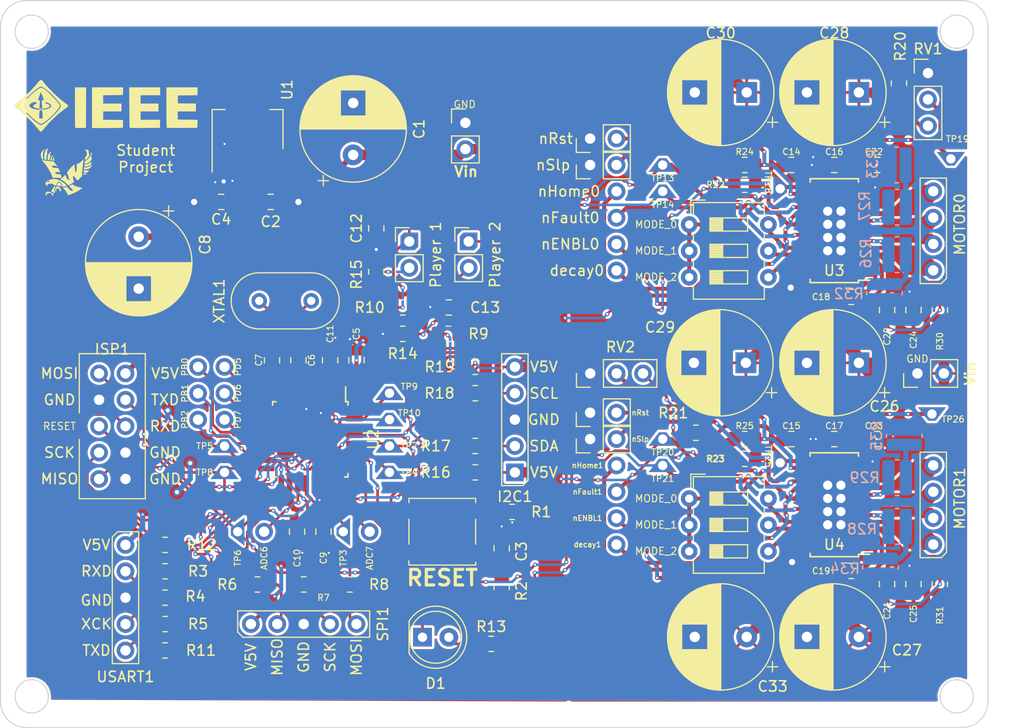
<source format=kicad_pcb>
(kicad_pcb (version 20211014) (generator pcbnew)
  (layers (0 "F.Cu" signal) (31 "B.Cu" signal) (36 "B.SilkS" user "B.Silkscreen") (37 "F.SilkS" user "F.Silkscreen") (38 "B.Mask" user) (39 "F.Mask" user) (44 "Edge.Cuts" user))
  (net 0 "")
  (net 1 "DIR_1")
  (net 2 "SCL")
  (net 3 "MISO")
  (net 4 "TXD")
  (net 5 "XCK")
  (net 6 "Net-(C12-Pad1)")
  (net 7 "Net-(C13-Pad1)")
  (net 8 "DIR_0")
  (net 9 "STEP_0")
  (net 10 "Net-(SW4-Pad6)")
  (net 11 "Net-(SW4-Pad5)")
  (net 12 "SCK")
  (net 13 "MOSI")
  (net 14 "Net-(SW4-Pad4)")
  (net 15 "V3V_1")
  (net 16 "VREF_0")
  (net 17 "STEP_1")
  (net 18 "Net-(SW5-Pad6)")
  (net 19 "Net-(SW5-Pad5)")
  (net 20 "Net-(SW5-Pad4)")
  (net 21 "VREF_1")
  (net 22 "Net-(R26-Pad1)")
  (net 23 "Net-(U3-Pad6)")
  (net 24 "Net-(R28-Pad2)")
  (net 25 "Net-(R29-Pad2)")
  (net 26 "SDA")
  (net 27 "Net-(C9-Pad1)")
  (net 28 "Net-(C7-Pad1)")
  (net 29 "Net-(C6-Pad1)")
  (net 30 "Net-(C19-Pad1)")
  (net 31 "Net-(C19-Pad2)")
  (net 32 "Net-(C21-Pad1)")
  (net 33 "Net-(MOTOR1-Pad1)")
  (net 34 "Net-(MOTOR1-Pad2)")
  (net 35 "Net-(MOTOR1-Pad3)")
  (net 36 "Net-(MOTOR1-Pad4)")
  (net 37 "Net-(J5-Pad2)")
  (net 38 "Net-(J3-Pad2)")
  (net 39 "Net-(U4-Pad18)")
  (net 40 "Net-(U4-Pad19)")
  (net 41 "Net-(U4-Pad21)")
  (net 43 "Net-(U4-Pad27)")
  (net 44 "Net-(C18-Pad1)")
  (net 45 "Net-(C18-Pad2)")
  (net 46 "Net-(C20-Pad1)")
  (net 47 "Net-(J4-Pad2)")
  (net 48 "Net-(J2-Pad2)")
  (net 49 "Net-(U3-Pad18)")
  (net 50 "Net-(U3-Pad19)")
  (net 51 "Net-(U3-Pad21)")
  (net 53 "Net-(U3-Pad27)")
  (net 54 "Net-(R1-Pad1)")
  (net 55 "GND")
  (net 56 "Net-(I2C1-Pad2)")
  (net 57 "V5V")
  (net 58 "Net-(R15-Pad1)")
  (net 59 "Net-(R14-Pad1)")
  (net 60 "Net-(D1-Pad2)")
  (net 61 "Net-(ISP1-Pad6)")
  (net 62 "RXD")
  (net 63 "Net-(ISP1-Pad4)")
  (net 64 "Net-(I2C1-Pad4)")
  (net 65 "RESET")
  (net 66 "Net-(R3-Pad2)")
  (net 67 "Net-(R4-Pad2)")
  (net 68 "Net-(R5-Pad2)")
  (net 69 "Net-(R6-Pad1)")
  (net 70 "Net-(R7-Pad2)")
  (net 71 "Net-(R8-Pad2)")
  (net 72 "V3V_0")
  (net 73 "Net-(R21-Pad2)")
  (net 74 "Net-(R20-Pad2)")
  (net 75 "VIN")
  (net 76 "Net-(C6-Pad2)")
  (net 77 "Net-(C7-Pad2)")
  (net 78 "Net-(PD5-Pad1)")
  (net 79 "Net-(PD6-Pad1)")
  (net 80 "Net-(PD7-Pad1)")
  (net 81 "Net-(PB0-Pad1)")
  (net 82 "Net-(PB1-Pad1)")
  (net 83 "Net-(PB2-Pad1)")
  (net 84 "Net-(ADC6-Pad1)")
  (net 85 "Net-(ADC7-Pad1)")
  (net 86 "Net-(MOTOR0-Pad1)")
  (net 87 "Net-(MOTOR0-Pad2)")
  (net 88 "Net-(MOTOR0-Pad3)")
  (net 89 "Net-(MOTOR0-Pad4)")
  (net 90 "Net-(R27-Pad1)")
  (net 91 "Net-(U3-Pad9)")
  (net 92 "Net-(R28-Pad1)")
  (net 93 "Net-(R29-Pad1)")
  (footprint "Capacitor_SMD:C_0805_2012Metric" (layer "F.Cu") (at 21.23 19.391 180)
    (fp_text reference "C4")
    (fp_text value "100n")
  )
  (footprint "Connector_PinHeader_2.54mm:PinHeader_1x02_P2.54mm_Vertical" (layer "F.Cu") (at 39.33 23.201)
    (fp_text reference "SW3" hide)
    (fp_text value "PLAYER1")
  )
  (footprint "Connector_PinHeader_2.54mm:PinHeader_2x05_P2.54mm_Vertical" (layer "F.Cu") (at 9.485 35.906)
    (fp_text reference "ISP1")
    (fp_text value "ISP" hide)
  )
  (footprint "Capacitor_SMD:C_0805_2012Metric" (layer "F.Cu") (at 26.122 34.631 -90)
    (fp_text reference "C7")
    (fp_text value "15pf")
  )
  (footprint "Connector_PinHeader_2.54mm:PinHeader_1x02_P2.54mm_Vertical" (layer "F.Cu") (at 56.729 42.224 90)
    (fp_text reference "J3" hide)
    (fp_text value "RST")
  )
  (footprint "Connector_PinHeader_2.54mm:PinHeader_1x01_P2.54mm_Vertical" (layer "F.Cu") (at 21.55 37.816 90)
    (fp_text reference "PD6")
    (fp_text value "-")
  )
  (footprint "Resistor_SMD:R_0805_2012Metric_Pad1.20x1.40mm_HandSolder" (layer "F.Cu") (at 29.165 56.226 180)
    (fp_text reference "R7")
    (fp_text value "510")
  )
  (footprint "Resistor_SMD:R_0805_2012Metric_Pad1.20x1.40mm_HandSolder" (layer "F.Cu") (at 38.695 29.556 180)
    (fp_text reference "R10")
    (fp_text value "4.7k")
  )
  (footprint "Resistor_SMD:R_0805_2012Metric_Pad1.20x1.40mm_HandSolder" (layer "F.Cu") (at 71.604 44.129)
    (fp_text reference "R23")
    (fp_text value "4.7k")
  )
  (footprint "Resistor_SMD:R_0805_2012Metric_Pad1.20x1.40mm_HandSolder" (layer "F.Cu") (at 71.604 17.74)
    (fp_text reference "R22")
    (fp_text value "4.7k")
  )
  (footprint "Capacitor_SMD:C_0805_2012Metric" (layer "F.Cu") (at 48.22 52.736 90)
    (fp_text reference "C3")
    (fp_text value "100n")
  )
  (footprint "Capacitor_SMD:C_0805_2012Metric" (layer "F.Cu") (at 85.304 56.194 90)
    (fp_text reference "C21")
    (fp_text value "100n")
  )
  (footprint "Resistor_SMD:R_0805_2012Metric_Pad1.20x1.40mm_HandSolder" (layer "F.Cu") (at 45.68 37.811)
    (fp_text reference "R18")
    (fp_text value "510")
  )
  (footprint "Capacitor_THT:CP_Radial_D10.0mm_P5.00mm" (layer "F.Cu") (at 82.591677 61.274 180)
    (fp_text reference "C27")
    (fp_text value "100uF")
  )
  (footprint "Connector_PinHeader_2.54mm:PinHeader_1x02_P2.54mm_Vertical" (layer "F.Cu") (at 56.729 39.684 90)
    (fp_text reference "J5" hide)
    (fp_text value "RST")
  )
  (footprint "lib:testpoint" (layer "F.Cu") (at 63.714 44.764)
    (fp_text reference "TP21")
    (fp_text value "-" hide)
  )
  (footprint "Connector_PinHeader_2.54mm:PinHeader_1x01_P2.54mm_Vertical" (layer "F.Cu") (at 19.01 40.356)
    (fp_text reference "PB2")
    (fp_text value "-")
  )
  (footprint "lib:testpoint" (layer "F.Cu") (at 75.017 18.121 -90)
    (fp_text reference "TP18")
    (fp_text value "-" hide)
  )
  (footprint "Connector_PinHeader_2.54mm:PinHeader_1x01_P2.54mm_Vertical" (layer "F.Cu") (at 19.01 37.816 90)
    (fp_text reference "PB1")
    (fp_text value "-")
  )
  (footprint "Package_QFP:TQFP-32_7x7mm_P0.8mm" (layer "F.Cu") (at 29.805 42.251 -90)
    (fp_text reference "U2")
    (fp_text value "ATmega328P-A")
  )
  (footprint "Connector_PinHeader_2.54mm:PinHeader_1x01_P2.54mm_Vertical" (layer "F.Cu") (at 59.269 23.455)
    (fp_text reference "nENBL0")
    (fp_text value "-")
  )
  (footprint "lib:testpoint" (layer "F.Cu") (at 91.44 15.24 180)
    (fp_text reference "TP19")
    (fp_text value "-" hide)
  )
  (footprint "Capacitor_THT:CP_Radial_D10.0mm_P5.00mm" (layer "F.Cu") (at 82.591677 34.885 180)
    (fp_text reference "C26")
    (fp_text value "100uF")
  )
  (footprint "Resistor_SMD:R_0805_2012Metric_Pad1.20x1.40mm_HandSolder" (layer "F.Cu") (at 45.68 35.271)
    (fp_text reference "R19")
    (fp_text value "10k")
  )
  (footprint "Connector_PinHeader_2.54mm:PinHeader_1x02_P2.54mm_Vertical" (layer "F.Cu") (at 44.725 11.771)
    (fp_text reference "J1" hide)
    (fp_text value "Power In")
  )
  (footprint "lib:testpoint" (layer "F.Cu") (at 63.714 18.375)
    (fp_text reference "TP14")
    (fp_text value "-" hide)
  )
  (footprint "Capacitor_SMD:C_0805_2012Metric" (layer "F.Cu") (at 76.099 42.224)
    (fp_text reference "C15")
    (fp_text value "1uF")
  )
  (footprint "Capacitor_SMD:C_0805_2012Metric" (layer "F.Cu") (at 28.535 51.141 -90)
    (fp_text reference "C10")
    (fp_text value "100n")
  )
  (footprint "Button_Switch_THT:SW_DIP_SPSTx03_Slide_6.7x9.18mm_W7.62mm_P2.54mm_LowProfile" (layer "F.Cu") (at 66.264 47.954)
    (fp_text reference "SW5" hide)
    (fp_text value "MODE")
  )
  (footprint "Capacitor_THT:CP_Radial_D10.0mm_P5.00mm" (layer "F.Cu") (at 13.295 22.743323 -90)
    (fp_text reference "C8")
    (fp_text value "100uF")
  )
  (footprint "lib:testpoint" (layer "F.Cu") (at 37.425 42.891)
    (fp_text reference "TP7")
    (fp_text value "-" hide)
  )
  (footprint "Connector_PinHeader_2.54mm:PinHeader_1x05_P2.54mm_Vertical" (layer "F.Cu") (at 12.025 52.416)
    (fp_text reference "USART1")
    (fp_text value "-")
  )
  (footprint "Resistor_SMD:R_0805_2012Metric_Pad1.20x1.40mm_HandSolder" (layer "F.Cu") (at 66.905 41.621 180)
    (fp_text reference "R21")
    (fp_text value "4.7k")
  )
  (footprint "LED_THT:LED_D5.0mm" (layer "F.Cu") (at 40.6 61.306)
    (fp_text reference "D1")
    (fp_text value "LED")
  )
  (footprint "lib:testpoint" (layer "F.Cu") (at 37.425 40.351)
    (fp_text reference "TP10")
    (fp_text value "-" hide)
  )
  (footprint "Resistor_SMD:R_0805_2012Metric_Pad1.20x1.40mm_HandSolder" (layer "F.Cu") (at 47.22 61.941)
    (fp_text reference "R13")
    (fp_text value "510")
  )
  (footprint "Connector_PinHeader_2.54mm:PinHeader_1x02_P2.54mm_Vertical" (layer "F.Cu") (at 56.729 15.835 90)
    (fp_text reference "J2" hide)
    (fp_text value "RST")
  )
  (footprint "Resistor_SMD:R_0805_2012Metric_Pad1.20x1.40mm_HandSolder" (layer "F.Cu") (at 45.68 42.891)
    (fp_text reference "R17")
    (fp_text value "510")
  )
  (footprint "lib:testpoint" (layer "F.Cu") (at 32.98 51.141 90)
    (fp_text reference "TP3")
    (fp_text value "-" hide)
  )
  (footprint "Button_Switch_SMD:SW_Push_1P1T_NO_CK_KSC6xxJ" (layer "F.Cu") (at 42.505 51.146)
    (fp_text reference "SW1" hide)
    (fp_text value "RESET")
  )
  (footprint "Capacitor_SMD:C_0805_2012Metric" (layer "F.Cu") (at 84.354 42.224 180)
    (fp_text reference "C23")
    (fp_text value "100n")
  )
  (footprint "Connector_PinHeader_2.54mm:PinHeader_1x02_P2.54mm_Vertical" (layer "F.Cu") (at 88.225 35.906 90)
    (fp_text reference "J6" hide)
    (fp_text value "Power In")
  )
  (footprint "Connector_PinHeader_2.54mm:PinHeader_1x04_P2.54mm_Vertical" (layer "F.Cu") (at 89.749 25.985 180)
    (fp_text reference "MOTOR0")
    (fp_text value "-")
  )
  (footprint "Capacitor_SMD:C_0805_2012Metric" (layer "F.Cu") (at 28.662 34.631 -90)
    (fp_text reference "C6")
    (fp_text value "15pf")
  )
  (footprint "Resistor_SMD:R_0805_2012Metric_Pad1.20x1.40mm_HandSolder" (layer "F.Cu") (at 90.384 56.194 -90)
    (fp_text reference "R31")
    (fp_text value "1M")
  )
  (footprint "Connector_PinHeader_2.54mm:PinHeader_1x02_P2.54mm_Vertical" (layer "F.Cu") (at 56.729 13.295 90)
    (fp_text reference "J4" hide)
    (fp_text value "RST")
  )
  (footprint "lib:ieeelogo" (layer "F.Cu") (at 10.16 10.16)
    (fp_text reference "G***" hide)
    (fp_text value "LOGO" hide)
  )
  (footprint "lib:testpoint" (layer "F.Cu") (at 22.82 51.141 90)
    (fp_text reference "TP6")
    (fp_text value "-" hide)
  )
  (footprint "Connector_PinHeader_2.54mm:PinHeader_1x01_P2.54mm_Vertical" (layer "F.Cu") (at 59.269 44.764)
    (fp_text reference "nHome1")
    (fp_text value "-")
  )
  (footprint "Capacitor_SMD:C_0805_2012Metric" (layer "F.Cu") (at 87.844 56.194 90)
    (fp_text reference "C25")
    (fp_text value "1uF")
  )
  (footprint "lib:testpoint" (layer "F.Cu") (at 37.425 37.811)
    (fp_text reference "TP9")
    (fp_text value "-" hide)
  )
  (footprint "Resistor_SMD:R_0805_2012Metric_Pad1.20x1.40mm_HandSolder" (layer "F.Cu") (at 90.384 29.805 -90)
    (fp_text reference "R30")
    (fp_text value "1M")
  )
  (footprint "Resistor_SMD:R_0805_2012Metric_Pad1.20x1.40mm_HandSolder" (layer "F.Cu") (at 71.604 15.835)
    (fp_text reference "R24")
    (fp_text value "4.7k")
  )
  (footprint "Resistor_SMD:R_0805_2012Metric_Pad1.20x1.40mm_HandSolder" (layer "F.Cu") (at 49.22 49.241 180)
    (fp_text reference "R1")
    (fp_text value "108")
  )
  (footprint "Capacitor_THT:CP_Radial_D10.0mm_P5.00mm" (layer "F.Cu") (at 82.591677 8.85 180)
    (fp_text reference "C28")
    (fp_text value "100uF")
  )
  (footprint "Connector_PinHeader_2.54mm:PinHeader_1x05_P2.54mm_Vertical" (layer "F.Cu") (at 24.09 60.036 90)
    (fp_text reference "SPI1")
    (fp_text value "-")
  )
  (footprint "Connector_PinHeader_2.54mm:PinHeader_1x01_P2.54mm_Vertical" (layer "F.Cu") (at 25.36 51.141)
    (fp_text reference "ADC6")
    (fp_text value "-")
  )
  (footprint "Connector_PinHeader_2.54mm:PinHeader_1x03_P2.54mm_Vertical" (layer "F.Cu") (at 89.241 6.985)
    (fp_text reference "RV1")
    (fp_text value "10k")
  )
  (footprint "Button_Switch_THT:SW_DIP_SPSTx03_Slide_6.7x9.18mm_W7.62mm_P2.54mm_LowProfile" (layer "F.Cu") (at 66.264 21.565)
    (fp_text reference "SW4" hide)
    (fp_text value "MODE")
  )
  (footprint "Capacitor_THT:CP_Radial_D10.0mm_P5.00mm" (layer "F.Cu") (at 71.796677 8.85 180)
    (fp_text reference "C30")
    (fp_text value "-")
  )
  (footprint "Capacitor_SMD:C_0805_2012Metric" (layer "F.Cu") (at 43.14 29.556 180)
    (fp_text reference "C13")
    (fp_text value "100n")
  )
  (footprint "Capacitor_SMD:C_0805_2012Metric" (layer "F.Cu") (at 36.155 21.936 -90)
    (fp_text reference "C12")
    (fp_text value "100n")
  )
  (footprint "Capacitor_THT:CP_Radial_D10.0mm_P5.00mm" (layer "F.Cu") (at 71.715 34.885 180)
    (fp_text reference "C29")
    (fp_text value "100uF")
  )
  (footprint "Resistor_SMD:R_0805_2012Metric_Pad1.20x1.40mm_HandSolder" (layer "F.Cu") (at 48.22 56.496 90)
    (fp_text reference "R2")
    (fp_text value "4.7k")
  )
  (footprint "Connector_PinHeader_2.54mm:PinHeader_1x01_P2.54mm_Vertical" (layer "F.Cu") (at 59.269 47.304)
    (fp_text reference "nFault1")
    (fp_text value "-")
  )
  (footprint "Resistor_SMD:R_0805_2012Metric_Pad1.20x1.40mm_HandSolder" (layer "F.Cu") (at 36.155 26.111 90)
    (fp_text reference "R15")
    (fp_text value "108")
  )
  (footprint "Connector_PinHeader_2.54mm:PinHeader_1x02_P2.54mm_Vertical" (layer "F.Cu") (at 45.045 23.201)
    (fp_text reference "SW2" hide)
    (fp_text value "PLAYER0")
  )
  (footprint "lib:ewulogo" (layer "F.Cu") (at 6.35 16.51)
    (fp_text reference "G***" hide)
    (fp_text value "LOGO" hide)
  )
  (footprint "Connector_PinHeader_2.54mm:PinHeader_1x04_P2.54mm_Vertical" (layer "F.Cu") (at 89.749 52.374 180)
    (fp_text reference "MOTOR1")
    (fp_text value "-")
  )
  (footprint "lib:testpoint" (layer "F.Cu") (at 63.714 15.835)
    (fp_text reference "TP13")
    (fp_text value "-" hide)
  )
  (footprint "Connector_PinHeader_2.54mm:PinHeader_1x01_P2.54mm_Vertical" (layer "F.Cu") (at 59.269 49.844)
    (fp_text reference "nENBL1")
    (fp_text value "-")
  )
  (footprint "lib:testpoint" (layer "F.Cu") (at 75.017 44.51 -90)
    (fp_text reference "TP25")
    (fp_text value "-" hide)
  )
  (footprint "Resistor_SMD:R_0805_2012Metric_Pad1.20x1.40mm_HandSolder" (layer "F.Cu") (at 43.09 32.096)
    (fp_text reference "R9")
    (fp_text value "4.7k")
  )
  (footprint "Capacitor_SMD:C_0805_2012Metric" (layer "F.Cu") (at 34.25 34.631 90)
    (fp_text reference "C5")
    (fp_text value "1uF")
  )
  (footprint "lib:testpoint" (layer "F.Cu") (at 63.714 42.224)
    (fp_text reference "TP20")
    (fp_text value "-" hide)
  )
  (footprint "Capacitor_SMD:C_0805_2012Metric" (layer "F.Cu") (at 85.304 29.805 90)
    (fp_text reference "C20")
    (fp_text value "100n")
  )
  (footprint "Resistor_SMD:R_0805_2012Metric_Pad1.20x1.40mm_HandSolder" (layer "F.Cu") (at 71.604 42.224)
    (fp_text reference "R25")
    (fp_text value "4.7k")
  )
  (footprint "lib:HTSSOP-28_4.4x9.7mm_Pitch0.65mm_ThermalPad" (layer "F.Cu") (at 80.224 48.574 180)
    (fp_text reference "U4")
    (fp_text value "DRV8825" hide)
  )
  (footprint "Connector_PinHeader_2.54mm:PinHeader_1x01_P2.54mm_Vertical" (layer "F.Cu") (at 21.55 40.356)
    (fp_text reference "PD7")
    (fp_text value "-")
  )
  (footprint "Connector_PinHeader_2.54mm:PinHeader_1x01_P2.54mm_Vertical" (layer "F.Cu") (at 59.269 20.915)
    (fp_text reference "nFault0")
    (fp_text value "-")
  )
  (footprint "Connector_PinHeader_2.54mm:PinHeader_1x01_P2.54mm_Vertical" (layer "F.Cu") (at 21.55 35.271 90)
    (fp_text reference "PD5")
    (fp_text value "-")
  )
  (footprint "lib:testpoint" (layer "F.Cu") (at 37.425 45.431)
    (fp_text reference "TP4")
    (fp_text value "-" hide)
  )
  (footprint "Resistor_SMD:R_0805_2012Metric_Pad1.20x1.40mm_HandSolder" (layer "F.Cu") (at 45.68 45.431 180)
    (fp_text reference "R16")
    (fp_text value "10k")
  )
  (footprint "Resistor_SMD:R_0805_2012Metric_Pad1.20x1.40mm_HandSolder" (layer "F.Cu") (at 15.835 57.496 180)
    (fp_text reference "R4")
    (fp_text value "510")
  )
  (footprint "Capacitor_THT:CP_Radial_D10.0mm_P5.00mm" (layer "F.Cu") (at 71.796677 61.274 180)
    (fp_text reference "C33")
    (fp_text value "-")
  )
  (footprint "Capacitor_SMD:C_0805_2012Metric" (layer "F.Cu") (at 31.075 51.141 -90)
    (fp_text reference "C9")
    (fp_text value "100n")
  )
  (footprint "Connector_PinHeader_2.54mm:PinHeader_1x01_P2.54mm_Vertical" (layer "F.Cu") (at 59.269 25.995)
    (fp_text reference "decay0")
    (fp_text value "-")
  )
  (footprint "Connector_PinHeader_2.54mm:PinHeader_1x01_P2.54mm_Vertical" (layer "F.Cu") (at 19.01 35.276)
    (fp_text reference "PB0")
    (fp_text value "-")
  )
  (footprint "Connector_PinHeader_2.54mm:PinHeader_1x05_P2.54mm_Vertical" (layer "F.Cu") (at 49.49 45.436 180)
    (fp_text reference "I2C1")
    (fp_text value "-")
  )
  (footprint "Capacitor_SMD:C_0805_2012Metric" (layer "F.Cu") (at 80.224 42.224 180)
    (fp_text reference "C17")
    (fp_text value "100n")
  )
  (footprint "Resistor_SMD:R_0805_2012Metric_Pad1.20x1.40mm_HandSolder" (layer "F.Cu") (at 15.835 54.956)
    (fp_text reference "R3")
    (fp_text value "510")
  )
  (footprint "Connector_PinHeader_2.54mm:PinHeader_1x03_P2.54mm_Vertical" (layer "F.Cu") (at 56.744 35.906 90)
    (fp_text reference "RV2")
    (fp_text value "10k")
  )
  (footprint "Resistor_SMD:R_0805_2012Metric_Pad1.20x1.40mm_HandSolder" (layer "F.Cu") (at 15.835 60.036 180)
    (fp_text reference "R5")
    (fp_text value "510")
  )
  (footprint "Capacitor_THT:CP_Radial_D10.0mm_P5.00mm" (layer "F.Cu") (at 33.93 14.866 90)
    (fp_text reference "C1")
    (fp_text value "100uF")
  )
  (footprint "lib:testpoint" (layer "F.Cu") (at 21.55 42.901)
    (fp_text reference "TP5")
    (fp_text value "-" hide)
  )
  (footprint "Resistor_SMD:R_0805_2012Metric_Pad1.20x1.40mm_HandSolder" (layer "F.Cu") (at 81.859 28.535 180)
    (fp_text reference "C18")
    (fp_text value "10nF")
  )
  (footprint "Connector_PinHeader_2.54mm:PinHeader_1x01_P2.54mm_Vertical" (layer "F.Cu") (at 59.269 52.384)
    (fp_text reference "decay1")
    (fp_text value "-")
  )
  (footprint "Capacitor_SMD:C_0805_2012Metric" (layer "F.Cu") (at 80.224 15.835 180)
    (fp_text reference "C16")
    (fp_text value "100n")
  )
  (footprint "Package_TO_SOT_SMD:SOT-223-3_TabPin2" (layer "F.Cu") (at 23.77 12.406 90)
    (fp_text reference "U1")
    (fp_text value "AMS1117-5.0")
  )
  (footprint "Connector_PinHeader_2.54mm:PinHeader_1x01_P2.54mm_Vertical" (layer "F.Cu") (at 59.269 18.375)
    (fp_text reference "nHome0")
    (fp_text value "-")
  )
  (footprint "Resistor_SMD:R_0805_2012Metric_Pad1.20x1.40mm_HandSolder" (layer "F.Cu") (at 81.859 54.924 180)
    (fp_text reference "C19")
    (fp_text value "10nF")
  )
  (footprint "lib:testpoint" (layer "F.Cu") (at 21.55 45.436)
    (fp_text reference "TP8")
    (fp_text value "-" hide)
  )
  (footprint "Capacitor_SMD:C_0805_2012Metric" (layer "F.Cu") (at 31.71 34.631 90)
    (fp_text reference "C11")
    (fp_text value "100n")
  )
  (footprint "Resistor_SMD:R_0805_2012Metric_Pad1.20x1.40mm_HandSolder" (layer "F.Cu") (at 24.72 56.226 180)
    (fp_text reference "R6")
    (fp_text value "510")
  )
  (footprint "Capacitor_SMD:C_0805_2012Metric" (layer "F.Cu") (at 25.995 19.391)
    (fp_text reference "C2")
    (fp_text value "100n")
  )
  (footprint "Connector_PinHeader_2.54mm:PinHeader_1x01_P2.54mm_Vertical" (layer "F.Cu") (at 35.52 51.141)
    (fp_text reference "ADC7")
    (fp_text value "-")
  )
  (footprint "Capacitor_SMD:C_0805_2012Metric" (layer "F.Cu") (at 76.099 15.835)
    (fp_text reference "C14")
    (fp_text value "1uF")
  )
  (footprint "Crystal:Resonator-2Pin_W10.0mm_H5.0mm" (layer "F.Cu") (at 29.892 28.916 180)
    (fp_text reference "XTAL1")
    (fp_text value "16mhz")
  )
  (footprint "Resistor_SMD:R_0805_2012Metric_Pad1.20x1.40mm_HandSolder" (layer "F.Cu") (at 15.835 62.576 180)
    (fp_text reference "R11")
    (fp_text value "open")
  )
  (footprint "Capacitor_SMD:C_0805_2012Metric" (layer "F.Cu") (at 87.844 29.805 90)
    (fp_text reference "C24")
    (fp_text value "1uF")
  )
  (footprint "lib:HTSSOP-28_4.4x9.7mm_Pitch0.65mm_ThermalPad" (layer "F.Cu") (at 80.224 22.185 180)
    (fp_text reference "U3")
    (fp_text value "DRV8825" hide)
  )
  (footprint "Resistor_SMD:R_0805_2012Metric_Pad1.20x1.40mm_HandSolder" (layer "F.Cu") (at 86.447 7.966 -90)
    (fp_text reference "R20")
    (fp_text value "4.7k")
  )
  (footprint "Capacitor_SMD:C_0805_2012Metric" (layer "F.Cu") (at 84.354 15.835 180)
    (fp_text reference "C22")
    (fp_text value "100n")
  )
  (footprint "Resistor_SMD:R_0805_2012Metric_Pad1.20x1.40mm_HandSolder" (layer "F.Cu") (at 15.835 52.416)
    (fp_text reference "R12")
    (fp_text value "open")
  )
  (footprint "Resistor_SMD:R_0805_2012Metric_Pad1.20x1.40mm_HandSolder" (layer "F.Cu") (at 38.695 32.096 180)
    (fp_text reference "R14")
    (fp_text value "108")
  )
  (footprint "lib:testpoint" (layer "F.Cu") (at 89.622 39.811 180)
    (fp_text reference "TP26")
    (fp_text value "-" hide)
  )
  (footprint "Resistor_SMD:R_0805_2012Metric_Pad1.20x1.40mm_HandSolder" (layer "F.Cu") (at 33.61 56.226 180)
    (fp_text reference "R8")
    (fp_text value "510")
  )
  (footprint "Resistor_SMD:R_0612_1632Metric_Pad1.18x3.40mm_HandSolder" (layer "B.Cu") (at 85.05 28.159 90)
    (fp_text reference "R32")
    (fp_text value "110m")
  )
  (footprint "Resistor_SMD:R_0612_1632Metric_Pad1.18x3.40mm_HandSolder" (layer "B.Cu") (at 86.2685 50.638 180)
    (fp_text reference "R28")
    (fp_text value "110m")
  )
  (footprint "Resistor_SMD:R_0612_1632Metric_Pad1.18x3.40mm_HandSolder" (layer "B.Cu") (at 86.2685 19.904 180)
    (fp_text reference "R27")
    (fp_text value "110m")
  )
  (footprint "Resistor_SMD:R_0612_1632Metric_Pad1.18x3.40mm_HandSolder" (layer "B.Cu") (at 86.2685 45.939 180)
    (fp_text reference "R29")
    (fp_text value "110m")
  )
  (footprint "Resistor_SMD:R_0612_1632Metric_Pad1.18x3.40mm_HandSolder" (layer "B.Cu") (at 86.2445 15.84)
    (fp_text reference "R33")
    (fp_text value "110m")
  )
  (footprint "Resistor_SMD:R_0612_1632Metric_Pad1.18x3.40mm_HandSolder" (layer "B.Cu") (at 84.669 54.575 90)
    (fp_text reference "R34")
    (fp_text value "110m")
  )
  (footprint "Resistor_SMD:R_0612_1632Metric_Pad1.18x3.40mm_HandSolder" (layer "B.Cu") (at 86.2685 24.476 180)
    (fp_text reference "R26")
    (fp_text value "110m")
  )
  (footprint "Resistor_SMD:R_0612_1632Metric_Pad1.18x3.40mm_HandSolder" (layer "B.Cu") (at 86.955 41.9265 -90)
    (fp_text reference "R35")
    (fp_text value "110m")
  )
  (gr_circle (center 3 3) (end 4.6 3) (layer "Edge.Cuts") (width 0.1) (fill none))
  (gr_arc (start 95 67.5) (mid 94.267767 69.267767) (end 92.5 70) (layer "Edge.Cuts") (width 0.1))
  (gr_line (start 92.5 70) (end 2.5 70) (layer "Edge.Cuts") (width 0.1))
  (gr_line (start 2.5 0) (end 92.5 0) (layer "Edge.Cuts") (width 0.1))
  (gr_line (start 95 2.5) (end 95 67.5) (layer "Edge.Cuts") (width 0.1))
  (gr_circle (center 92 67) (end 93.6 67) (layer "Edge.Cuts") (width 0.1) (fill none))
  (gr_line (start 0 67.5) (end 0 2.5) (layer "Edge.Cuts") (width 0.1))
  (gr_circle (center 92 3) (end 93.6 3) (layer "Edge.Cuts") (width 0.1) (fill none))
  (gr_arc (start 92.5 0) (mid 94.267767 0.732233) (end 95 2.5) (layer "Edge.Cuts") (width 0.1))
  (gr_circle (center 3 67) (end 4.6 67) (layer "Edge.Cuts") (width 0.1) (fill none))
  (gr_arc (start 2.5 70) (mid 0.732233 69.267767) (end 0 67.5) (layer "Edge.Cuts") (width 0.1))
  (gr_arc (start 0 2.5) (mid 0.732233 0.732233) (end 2.5 0) (layer "Edge.Cuts") (width 0.1))
  (gr_text "RESET" (at 42.505 55.591) (layer "F.SilkS") (effects (font (size 1.5 1.5) (thickness 0.3))))
  (gr_text "Student\nProject" (at 13.97 15.24) (layer "F.SilkS") (effects (font (size 1 1))))
  (gr_text "GND" (at 88.225 34.509) (layer "F.SilkS") (effects (font (size 0.7 0.7) (thickness 0.1))))
  (gr_text "Player 1" (at 41.87 24.476 90) (layer "F.SilkS") (effects (font (size 1 1))))
  (gr_text "Vin" (at 44.791 16.475) (layer "F.SilkS") (effects (font (size 1 1) (thickness 0.2))))
  (gr_text "Player 2" (at 47.585 24.476 90) (layer "F.SilkS") (effects (font (size 1 1))))
  (gr_text "GND" (at 44.664 9.998) (layer "F.SilkS") (effects (font (size 0.7 0.7) (thickness 0.1))))
  (gr_text "Vin" (at 93.305 35.906 90) (layer "F.SilkS") (effects (font (size 1 1) (thickness 0.2))))
  (segment (start 35.139 49.16618) (end 37.524499 51.551679) (width 0.254) (layer "F.Cu") (net 1))
  (segment (start 54.35558 54.829) (end 54.951 54.23358) (width 0.254) (layer "F.Cu") (net 1))
  (segment (start 54.316 54.829) (end 54.35558 54.829) (width 0.254) (layer "F.Cu") (net 1))
  (segment (start 37.524499 54.547499) (end 39.596 56.619) (width 0.254) (layer "F.Cu") (net 1))
  (segment (start 74.651824 46.8135) (end 75.809324 47.971) (width 0.381) (layer "F.Cu") (net 1))
  (segment (start 54.951 44.923) (end 55.613 44.261) (width 0.254) (layer "F.Cu") (net 1))
  (segment (start 74.0185 46.8135) (end 74.651824 46.8135) (width 0.381) (layer "F.Cu") (net 1))
  (segment (start 35.013 45.051) (end 35.139 45.177) (width 0.254) (layer "F.Cu") (net 1))
  (segment (start 62.587 43.351) (end 63.714 42.224) (width 0.254) (layer "F.Cu") (net 1))
  (segment (start 54.951 54.23358) (end 54.951 44.923) (width 0.254) (layer "F.Cu") (net 1))
  (segment (start 34.055 45.051) (end 35.013 45.051) (width 0.254) (layer "F.Cu") (net 1))
  (segment (start 76.383676 47.971) (end 76.755676 47.599) (width 0.381) (layer "F.Cu") (net 1))
  (segment (start 39.596 56.619) (end 50.328364 56.619) (width 0.254) (layer "F.Cu") (net 1))
  (segment (start 64.564 42.224) (end 67.58 45.24) (width 0.381) (layer "F.Cu") (net 1))
  (segment (start 58.178181 44.261) (end 59.088181 43.351) (width 0.254) (layer "F.Cu") (net 1))
  (segment (start 50.328364 56.619) (end 51.395 55.552364) (width 0.254) (layer "F.Cu") (net 1))
  (segment (start 63.714 42.224) (end 64.564 42.224) (width 0.381) (layer "F.Cu") (net 1))
  (segment (start 75.809324 47.971) (end 76.383676 47.971) (width 0.381) (layer "F.Cu") (net 1))
  (segment (start 37.524499 51.551679) (end 37.524499 54.547499) (width 0.254) (layer "F.Cu") (net 1))
  (segment (start 73.366 46.161) (end 74.0185 46.8135) (width 0.381) (layer "F.Cu") (net 1))
  (segment (start 51.395 55.552364) (end 51.395 55.083) (width 0.254) (layer "F.Cu") (net 1))
  (segment (start 55.613 44.261) (end 58.178181 44.261) (width 0.254) (layer "F.Cu") (net 1))
  (segment (start 76.755676 47.599) (end 77.374 47.599) (width 0.381) (layer "F.Cu") (net 1))
  (segment (start 59.088181 43.351) (end 62.587 43.351) (width 0.254) (layer "F.Cu") (net 1))
  (segment (start 72.572 45.24) (end 72.604 45.272) (width 0.381) (layer "F.Cu") (net 1))
  (segment (start 35.139 45.177) (end 35.139 49.16618) (width 0.254) (layer "F.Cu") (net 1))
  (segment (start 67.58 45.24) (end 72.572 45.24) (width 0.381) (layer "F.Cu") (net 1))
  (via (at 73.366 46.161) (size 0.4) (drill 0.2) (layers "F.Cu" "B.Cu") (net 1))
  (via (at 72.604 45.272) (size 0.4) (drill 0.2) (layers "F.Cu" "B.Cu") (net 1))
  (via (at 54.316 54.829) (size 0.4) (drill 0.2) (layers "F.Cu" "B.Cu") (net 1))
  (via (at 51.395 55.083) (size 0.4) (drill 0.2) (layers "F.Cu" "B.Cu") (net 1))
  (segment (start 72.604 45.399) (end 73.366 46.161) (width 0.381) (layer "B.Cu") (net 1))
  (segment (start 54.062 55.083) (end 54.316 54.829) (width 0.254) (layer "B.Cu") (net 1))
  (segment (start 72.604 45.272) (end 72.604 45.399) (width 0.381) (layer "B.Cu") (net 1))
  (segment (start 51.395 55.083) (end 54.062 55.083) (width 0.254) (layer "B.Cu") (net 1))
  (segment (start 34.055 42.651) (end 37.185 42.651) (width 0.254) (layer "F.Cu") (net 2))
  (segment (start 45.68 35.525) (end 45.934 35.271) (width 0.254) (layer "F.Cu") (net 2))
  (segment (start 42.759 39.589) (end 42.759 38.192) (width 0.254) (layer "F.Cu") (net 2))
  (segment (start 45.68 37.684) (end 45.68 35.525) (width 0.254) (layer "F.Cu") (net 2))
  (segment (start 39.457 42.891) (end 42.759 39.589) (width 0.254) (layer "F.Cu") (net 2))
  (segment (start 43.14 37.811) (end 44.68 37.811) (width 0.254) (layer "F.Cu") (net 2))
  (segment (start 44.68 37.811) (end 45.553 37.811) (width 0.254) (layer "F.Cu") (net 2))
  (segment (start 45.934 35.271) (end 46.68 35.271) (width 0.254) (layer "F.Cu") (net 2))
  (segment (start 37.425 42.891) (end 39.457 42.891) (width 0.254) (layer "F.Cu") (net 2))
  (segment (start 45.553 37.811) (end 45.68 37.684) (width 0.254) (layer "F.Cu") (net 2))
  (segment (start 42.759 38.192) (end 43.14 37.811) (width 0.254) (layer "F.Cu") (net 2))
  (segment (start 37.185 42.651) (end 37.425 42.891) (width 0.254) (layer "F.Cu") (net 2))
  (segment (start 22.312 54.448) (end 22.312 56.099) (width 0.254) (layer "F.Cu") (net 3))
  (segment (start 10.612 44.939) (end 15.216 44.939) (width 0.254) (layer "F.Cu") (net 3))
  (segment (start 21.55 49.406874) (end 20.172437 50.784437) (width 0.254) (layer "F.Cu") (net 3))
  (segment (start 22.439 56.226) (end 23.72 56.226) (width 0.254) (layer "F.Cu") (net 3))
  (segment (start 21.55 45.436) (end 17.745 45.436) (width 0.254) (layer "F.Cu") (net 3))
  (segment (start 21.55 45.436) (end 21.55 49.406874) (width 0.254) (layer "F.Cu") (net 3))
  (segment (start 21.935 45.051) (end 21.55 45.436) (width 0.254) (layer "F.Cu") (net 3))
  (segment (start 15.216 44.939) (end 15.327 45.05) (width 0.254) (layer "F.Cu") (net 3))
  (segment (start 20.788 52.924) (end 22.312 54.448) (width 0.254) (layer "F.Cu") (net 3))
  (segment (start 17.745 45.436) (end 16.47 44.161) (width 0.254) (layer "F.Cu") (net 3))
  (segment (start 9.485 46.066) (end 10.612 44.939) (width 0.254) (layer "F.Cu") (net 3))
  (segment (start 25.555 45.051) (end 21.935 45.051) (width 0.254) (layer "F.Cu") (net 3))
  (segment (start 22.312 56.099) (end 22.439 56.226) (width 0.254) (layer "F.Cu") (net 3))
  (via (at 16.47 44.161) (size 0.4) (drill 0.2) (layers "F.Cu" "B.Cu") (net 3))
  (via (at 20.172437 50.784437) (size 0.4) (drill 0.2) (layers "F.Cu" "B.Cu") (net 3))
  (via (at 15.327 45.05) (size 0.4) (drill 0.2) (layers "F.Cu" "B.Cu") (net 3))
  (via (at 20.788 52.924) (size 0.4) (drill 0.2) (layers "F.Cu" "B.Cu") (net 3))
  (segment (start 20.172437 52.308437) (end 20.172437 50.784437) (width 0.254) (layer "B.Cu") (net 3))
  (segment (start 16.216 44.161) (end 15.327 45.05) (width 0.254) (layer "B.Cu") (net 3))
  (segment (start 20.788 52.924) (end 20.172437 52.308437) (width 0.254) (layer "B.Cu") (net 3))
  (segment (start 16.47 44.161) (end 16.216 44.161) (width 0.254) (layer "B.Cu") (net 3))
  (segment (start 34.055 40.251) (end 32.826 40.251) (width 0.254) (layer "F.Cu") (net 4))
  (segment (start 18.558627 52.8285) (end 18.2795 53.107627) (width 0.254) (layer "F.Cu") (net 4))
  (segment (start 15.835 60.036) (end 16.835 60.036) (width 0.254) (layer "F.Cu") (net 4))
  (segment (start 25.678363 46.574) (end 19.423863 52.8285) (width 0.254) (layer "F.Cu") (net 4))
  (segment (start 34.055 40.251) (end 34.985 40.251) (width 0.254) (layer "F.Cu") (net 4))
  (segment (start 32.666886 40.664114) (end 28.281 45.05) (width 0.254) (layer "F.Cu") (net 4))
  (segment (start 34.985 40.251) (end 37.425 37.811) (width 0.254) (layer "F.Cu") (net 4))
  (segment (start 32.666886 40.410114) (end 32.666886 40.664114) (width 0.254) (layer "F.Cu") (net 4))
  (segment (start 15.835 62.576) (end 15.835 60.036) (width 0.254) (layer "F.Cu") (net 4))
  (segment (start 14.835 62.576) (end 15.835 62.576) (width 0.254) (layer "F.Cu") (net 4))
  (segment (start 18.2795 58.5915) (end 16.835 60.036) (width 0.254) (layer "F.Cu") (net 4))
  (segment (start 19.423863 52.8285) (end 18.558627 52.8285) (width 0.254) (layer "F.Cu") (net 4))
  (segment (start 32.826 40.251) (end 32.666886 40.410114) (width 0.254) (layer "F.Cu") (net 4))
  (segment (start 18.2795 53.107627) (end 18.2795 58.5915) (width 0.254) (layer "F.Cu") (net 4))
  (segment (start 26.122 46.574) (end 25.678363 46.574) (width 0.254) (layer "F.Cu") (net 4))
  (via (at 26.122 46.574) (size 0.4) (drill 0.2) (layers "F.Cu" "B.Cu") (net 4))
  (via (at 28.281 45.05) (size 0.4) (drill 0.2) (layers "F.Cu" "B.Cu") (net 4))
  (segment (start 26.813627 44.7005) (end 26.5345 44.979627) (width 0.254) (layer "B.Cu") (net 4))
  (segment (start 28.281 45.05) (end 27.557873 45.05) (width 0.254) (layer "B.Cu") (net 4))
  (segment (start 27.208373 44.7005) (end 26.813627 44.7005) (width 0.254) (layer "B.Cu") (net 4))
  (segment (start 26.5345 44.979627) (end 26.5345 46.1615) (width 0.254) (layer "B.Cu") (net 4))
  (segment (start 26.5345 46.1615) (end 26.122 46.574) (width 0.254) (layer "B.Cu") (net 4))
  (segment (start 27.557873 45.05) (end 27.208373 44.7005) (width 0.254) (layer "B.Cu") (net 4))
  (segment (start 28.008363 44.394763) (end 28.008363 44.428908) (width 0.254) (layer "F.Cu") (net 5))
  (segment (start 32.263385 40.139741) (end 28.008363 44.394763) (width 0.254) (layer "F.Cu") (net 5))
  (segment (start 18.391491 52.424999) (end 19.256727 52.424999) (width 0.254) (layer "F.Cu") (net 5))
  (segment (start 31.805 39.681356) (end 32.263385 40.139741) (width 0.254) (layer "F.Cu") (net 5))
  (segment (start 19.256727 52.424999) (end 25.615726 46.066) (width 0.254) (layer "F.Cu") (net 5))
  (segment (start 31.805 38.001) (end 31.805 39.681356) (width 0.254) (layer "F.Cu") (net 5))
  (segment (start 17.74 57.496) (end 17.875999 57.360001) (width 0.254) (layer "F.Cu") (net 5))
  (segment (start 25.615726 46.066) (end 25.741 46.066) (width 0.254) (layer "F.Cu") (net 5))
  (segment (start 17.875999 57.360001) (end 17.875999 52.940491) (width 0.254) (layer "F.Cu") (net 5))
  (segment (start 16.835 57.496) (end 17.74 57.496) (width 0.254) (layer "F.Cu") (net 5))
  (segment (start 17.875999 52.940491) (end 18.391491 52.424999) (width 0.254) (layer "F.Cu") (net 5))
  (via (at 28.008363 44.428908) (size 0.4) (drill 0.2) (layers "F.Cu" "B.Cu") (net 5))
  (via (at 32.263385 40.139741) (size 0.4) (drill 0.2) (layers "F.Cu" "B.Cu") (net 5))
  (via (at 25.741 46.066) (size 0.4) (drill 0.2) (layers "F.Cu" "B.Cu") (net 5))
  (segment (start 32.474644 40.351) (end 32.263385 40.139741) (width 0.254) (layer "B.Cu") (net 5))
  (segment (start 27.876454 44.296999) (end 28.008363 44.428908) (width 0.254) (layer "B.Cu") (net 5))
  (segment (start 26.646491 44.296999) (end 27.876454 44.296999) (width 0.254) (layer "B.Cu") (net 5))
  (segment (start 37.425 40.351) (end 32.474644 40.351) (width 0.254) (layer "B.Cu") (net 5))
  (segment (start 25.741 46.066) (end 25.741 45.20249) (width 0.254) (layer "B.Cu") (net 5))
  (segment (start 25.741 45.20249) (end 26.646491 44.296999) (width 0.254) (layer "B.Cu") (net 5))
  (segment (start 32.605 36.928) (end 32.599 36.922) (width 0.254) (layer "F.Cu") (net 6))
  (segment (start 36.155 30.064) (end 36.663 29.556) (width 0.254) (layer "F.Cu") (net 6))
  (segment (start 37.806 24.349) (end 38.954 23.201) (width 0.254) (layer "F.Cu") (net 6))
  (segment (start 37.695 29.556) (end 38.695 29.556) (width 0.254) (layer "F.Cu") (net 6))
  (segment (start 32.599 36.922) (end 34.758 36.922) (width 0.254) (layer "F.Cu") (net 6))
  (segment (start 36.155 20.158) (end 36.536 19.777) (width 0.254) (layer "F.Cu") (net 6))
  (segment (start 38.954 23.201) (end 39.33 23.201) (width 0.254) (layer "F.Cu") (net 6))
  (segment (start 37.806 26.762) (end 37.806 24.349) (width 0.254) (layer "F.Cu") (net 6))
  (segment (start 34.758 36.922) (end 36.155 35.525) (width 0.254) (layer "F.Cu") (net 6))
  (segment (start 39.33 20.412) (end 39.33 23.201) (width 0.254) (layer "F.Cu") (net 6))
  (segment (start 36.155 35.525) (end 36.155 30.064) (width 0.254) (layer "F.Cu") (net 6))
  (segment (start 38.695 19.777) (end 39.33 20.412) (width 0.254) (layer "F.Cu") (net 6))
  (segment (start 36.155 20.986) (end 36.155 20.158) (width 0.254) (layer "F.Cu") (net 6))
  (segment (start 36.536 19.777) (end 38.695 19.777) (width 0.254) (layer "F.Cu") (net 6))
  (segment (start 36.663 29.556) (end 37.695 29.556) (width 0.254) (layer "F.Cu") (net 6))
  (segment (start 32.605 38.001) (end 32.605 36.928) (width 0.254) (layer "F.Cu") (net 6))
  (segment (start 38.695 27.651) (end 37.806 26.762) (width 0.254) (layer "F.Cu") (net 6))
  (via (at 38.695 27.651) (size 0.4) (drill 0.2) (layers "F.Cu" "B.Cu") (net 6))
  (via (at 38.695 29.556) (size 0.4) (drill 0.2) (layers "F.Cu" "B.Cu") (net 6))
  (segment (start 38.695 29.556) (end 38.695 27.651) (width 0.254) (layer "B.Cu") (net 6))
  (segment (start 48.22 23.841) (end 48.22 29.81) (width 0.254) (layer "F.Cu") (net 7))
  (segment (start 45.8705 31.7785) (end 45.8705 31.9055) (width 0.254) (layer "F.Cu") (net 7))
  (segment (start 46.3785 32.0325) (end 46.3785 31.6515) (width 0.254) (layer "F.Cu") (net 7))
  (segment (start 45.8705 31.7785) (end 45.68 31.588) (width 0.254) (layer "F.Cu") (net 7))
  (segment (start 45.68 32.096) (end 44.09 32.096) (width 0.254) (layer "F.Cu") (net 7))
  (segment (start 46.315 31.588) (end 46.188 31.588) (width 0.254) (layer "F.Cu") (net 7))
  (segment (start 39.336002 33.486998) (end 46.448002 33.486998) (width 0.254) (layer "F.Cu") (net 7))
  (segment (start 46.315 31.588) (end 46.3785 31.6515) (width 0.254) (layer "F.Cu") (net 7))
  (segment (start 46.1245 31.6515) (end 45.8705 31.9055) (width 0.254) (layer "F.Cu") (net 7))
  (segment (start 45.68 31.588) (end 45.553 31.461) (width 0.254) (layer "F.Cu") (net 7))
  (segment (start 45.8705 31.9055) (end 45.68 32.096) (width 0.254) (layer "F.Cu") (net 7))
  (segment (start 46.061 31.969) (end 45.8705 31.7785) (width 0.254) (layer "F.Cu") (net 7))
  (segment (start 46.3785 32.2865) (end 46.3785 32.0325) (width 0.254) (layer "F.Cu") (net 7))
  (segment (start 46.442 31.588) (end 46.5055 31.5245) (width 0.254) (layer "F.Cu") (net 7))
  (segment (start 46.3785 31.6515) (end 46.061 31.969) (width 0.254) (layer "F.Cu") (net 7))
  (segment (start 46.1245 31.6515) (end 46.1245 31.7785) (width 0.254) (layer "F.Cu") (net 7))
  (segment (start 34.055 39.451) (end 34.055 38.768) (width 0.254) (layer "F.Cu") (net 7))
  (segment (start 34.055 38.768) (end 39.336002 33.486998) (width 0.254) (layer "F.Cu") (net 7))
  (segment (start 44.791 29.556) (end 44.09 29.556) (width 0.254) (layer "F.Cu") (net 7))
  (segment (start 45.68 32.096) (end 45.68 31.588) (width 0.254) (layer "F.Cu") (net 7))
  (segment (start 46.696 32.604) (end 46.3785 32.2865) (width 0.254) (layer "F.Cu") (net 7))
  (segment (start 45.045 23.201) (end 47.58 23.201) (width 0.254) (layer "F.Cu") (net 7))
  (segment (start 45.68 31.588) (end 46.315 31.588) (width 0.254) (layer "F.Cu") (net 7))
  (segment (start 46.188 31.588) (end 46.442 31.588) (width 0.254) (layer "F.Cu") (net 7))
  (segment (start 46.188 32.096) (end 45.68 32.096) (width 0.254) (layer "F.Cu") (net 7))
  (segment (start 48.22 29.81) (end 46.5055 31.5245) (width 0.254) (layer "F.Cu") (net 7))
  (segment (start 47.58 23.201) (end 48.22 23.841) (width 0.254) (layer "F.Cu") (net 7))
  (segment (start 46.696 33.239) (end 46.696 32.604) (width 0.254) (layer "F.Cu") (net 7))
  (segment (start 45.553 30.318) (end 44.791 29.556) (width 0.254) (layer "F.Cu") (net 7))
  (segment (start 46.188 31.588) (end 46.1245 31.6515) (width 0.254) (layer "F.Cu") (net 7))
  (segment (start 46.1245 31.7785) (end 46.3785 32.0325) (width 0.254) (layer "F.Cu") (net 7))
  (segment (start 46.3785 32.2865) (end 46.188 32.096) (width 0.254) (layer "F.Cu") (net 7))
  (segment (start 46.448002 33.486998) (end 46.696 33.239) (width 0.254) (layer "F.Cu") (net 7))
  (segment (start 45.553 31.461) (end 45.553 30.318) (width 0.254) (layer "F.Cu") (net 7))
  (segment (start 46.5055 31.5245) (end 46.3785 31.6515) (width 0.254) (layer "F.Cu") (net 7))
  (segment (start 46.188 32.096) (end 46.061 31.969) (width 0.254) (layer "F.Cu") (net 7))
  (segment (start 63.714 15.835) (end 61.804 17.745) (width 0.254) (layer "F.Cu") (net 8))
  (segment (start 56.348 19.142) (end 54.824 19.142) (width 0.254) (layer "F.Cu") (net 8))
  (segment (start 53.427 26.762) (end 53.427 27.143) (width 0.254) (layer "F.Cu") (net 8))
  (segment (start 67.58 18.851) (end 72.572 18.851) (width 0.381) (layer "F.Cu") (net 8))
  (segment (start 39.052 37.708) (end 39.052 39.946) (width 0.254) (layer "F.Cu") (net 8))
  (segment (start 74.0185 20.4245) (end 74.651824 20.4245) (width 0.381) (layer "F.Cu") (net 8))
  (segment (start 40.2505 42.9865) (end 40.2505 45.7805) (width 0.254) (layer "F.Cu") (net 8))
  (segment (start 40.2505 45.7805) (end 38.187 47.844) (width 0.254) (layer "F.Cu") (net 8))
  (segment (start 47.458 33.112) (end 46.679501 33.890499) (width 0.254) (layer "F.Cu") (net 8))
  (segment (start 73.366 19.772) (end 74.0185 20.4245) (width 0.381) (layer "F.Cu") (net 8))
  (segment (start 54.824 19.142) (end 53.427 20.539) (width 0.254) (layer "F.Cu") (net 8))
  (segment (start 61.804 17.745) (end 60.539 17.745) (width 0.254) (layer "F.Cu") (net 8))
  (segment (start 72.572 18.851) (end 72.604 18.883) (width 0.381) (layer "F.Cu") (net 8))
  (segment (start 75.809324 21.582) (end 76.383676 21.582) (width 0.381) (layer "F.Cu") (net 8))
  (segment (start 42.869501 33.890499) (end 40.981 35.779) (width 0.254) (layer "F.Cu") (net 8))
  (segment (start 74.651824 20.4245) (end 75.809324 21.582) (width 0.381) (layer "F.Cu") (net 8))
  (segment (start 32.221 47.971) (end 31.805 47.555) (width 0.254) (layer "F.Cu") (net 8))
  (segment (start 64.564 15.835) (end 67.58 18.851) (width 0.381) (layer "F.Cu") (net 8))
  (segment (start 31.805 47.555) (end 31.805 46.501) (width 0.254) (layer "F.Cu") (net 8))
  (segment (start 76.383676 21.582) (end 76.755676 21.21) (width 0.381) (layer "F.Cu") (net 8))
  (segment (start 63.714 15.835) (end 64.564 15.835) (width 0.381) (layer "F.Cu") (net 8))
  (segment (start 39.052 39.946) (end 39.457 40.351) (width 0.254) (layer "F.Cu") (net 8))
  (segment (start 76.755676 21.21) (end 77.374 21.21) (width 0.381) (layer "F.Cu") (net 8))
  (segment (start 40.981 35.779) (end 39.052 37.708) (width 0.254) (layer "F.Cu") (net 8))
  (segment (start 53.427 27.143) (end 47.458 33.112) (width 0.254) (layer "F.Cu") (net 8))
  (segment (start 34.631 47.971) (end 32.221 47.971) (width 0.254) (layer "F.Cu") (net 8))
  (segment (start 53.427 20.539) (end 53.427 26.762) (width 0.254) (layer "F.Cu") (net 8))
  (segment (start 46.679501 33.890499) (end 42.869501 33.890499) (width 0.254) (layer "F.Cu") (net 8))
  (segment (start 40.6 42.637) (end 40.2505 42.9865) (width 0.254) (layer "F.Cu") (net 8))
  (via (at 40.6 42.637) (size 0.4) (drill 0.2) (layers "F.Cu" "B.Cu") (net 8))
  (via (at 34.631 47.971) (size 0.4) (drill 0.2) (layers "F.Cu" "B.Cu") (net 8))
  (via (at 60.539 17.745) (size 0.4) (drill 0.2) (layers "F.Cu" "B.Cu") (net 8))
  (via (at 72.604 18.883) (size 0.4) (drill 0.2) (layers "F.Cu" "B.Cu") (net 8))
  (via (at 73.366 19.772) (size 0.4) (drill 0.2) (layers "F.Cu" "B.Cu") (net 8))
  (via (at 38.187 47.844) (size 0.4) (drill 0.2) (layers "F.Cu" "B.Cu") (net 8))
  (via (at 56.348 19.142) (size 0.4) (drill 0.2) (layers "F.Cu" "B.Cu") (net 8))
  (via (at 39.457 40.351) (size 0.4) (drill 0.2) (layers "F.Cu" "B.Cu") (net 8))
  (segment (start 60.539 17.745) (end 60.031 17.237) (width 0.254) (layer "B.Cu") (net 8))
  (segment (start 39.457 40.351) (end 39.457 41.494) (width 0.254) (layer "B.Cu") (net 8))
  (segment (start 58.253 17.237) (end 56.348 19.142) (width 0.254) (layer "B.Cu") (net 8))
  (segment (start 58.38 17.237) (end 58.253 17.237) (width 0.254) (layer "B.Cu") (net 8))
  (segment (start 60.031 17.237) (end 58.38 17.237) (width 0.254) (layer "B.Cu") (net 8))
  (segment (start 39.457 41.494) (end 40.6 42.637) (width 0.254) (layer "B.Cu") (net 8))
  (segment (start 72.604 19.01) (end 73.366 19.772) (width 0.381) (layer "B.Cu") (net 8))
  (segment (start 34.758 47.844) (end 34.631 47.971) (width 0.254) (layer "B.Cu") (net 8))
  (segment (start 38.187 47.844) (end 34.758 47.844) (width 0.254) (layer "B.Cu") (net 8))
  (segment (start 72.604 18.883) (end 72.604 19.01) (width 0.381) (layer "B.Cu") (net 8))
  (segment (start 38.991999 41.578001) (end 38.991999 41.59805) (width 0.254) (layer "F.Cu") (net 9))
  (segment (start 76.414 22.566) (end 77.318 22.566) (width 0.381) (layer "F.Cu") (net 9))
  (segment (start 63.714 18.375) (end 64.73 19.391) (width 0.381) (layer "F.Cu") (net 9))
  (segment (start 77.318 22.566) (end 77.374 22.51) (width 0.381) (layer "F.Cu") (net 9))
  (segment (start 41.997 35.398) (end 41.997 38.573) (width 0.254) (layer "F.Cu") (net 9))
  (segment (start 43.101 34.294) (end 41.997 35.398) (width 0.254) (layer "F.Cu") (net 9))
  (segment (start 54.316 26.889) (end 46.911 34.294) (width 0.254) (layer "F.Cu") (net 9))
  (segment (start 41.997 38.573) (end 38.991999 41.578001) (width 0.254) (layer "F.Cu") (net 9))
  (segment (start 54.316 20.220636) (end 54.316 26.889) (width 0.254) (layer "F.Cu") (net 9))
  (segment (start 54.86154 19.675096) (end 54.316 20.220636) (width 0.254) (layer "F.Cu") (net 9))
  (segment (start 56.214726 19.675096) (end 54.86154 19.675096) (width 0.254) (layer "F.Cu") (net 9))
  (segment (start 64.73 19.391) (end 71.207 19.391) (width 0.381) (layer "F.Cu") (net 9))
  (segment (start 32.605 43.012) (end 32.853 42.764) (width 0.254) (layer "F.Cu") (net 9))
  (segment (start 46.911 34.294) (end 43.101 34.294) (width 0.254) (layer "F.Cu") (net 9))
  (segment (start 32.605 46.501) (end 32.605 43.012) (width 0.254) (layer "F.Cu") (net 9))
  (via (at 56.214726 19.675096) (size 0.4) (drill 0.2) (layers "F.Cu" "B.Cu") (net 9))
  (via (at 38.991999 41.59805) (size 0.4) (drill 0.2) (layers "F.Cu" "B.Cu") (net 9))
  (via (at 32.853 42.764) (size 0.4) (drill 0.2) (layers "F.Cu" "B.Cu") (net 9))
  (via (at 76.414 22.566) (size 0.4) (drill 0.2) (layers "F.Cu" "B.Cu") (net 9))
  (via (at 71.207 19.391) (size 0.4) (drill 0.2) (layers "F.Cu" "B.Cu") (net 9))
  (segment (start 33.653 41.964) (end 38.626049 41.964) (width 0.254) (layer "B.Cu") (net 9))
  (segment (start 63.714 18.375) (end 62.413904 19.675096) (width 0.254) (layer "B.Cu") (net 9))
  (segment (start 32.853 42.764) (end 33.653 41.964) (width 0.254) (layer "B.Cu") (net 9))
  (segment (start 38.626049 41.964) (end 38.991999 41.59805) (width 0.254) (layer "B.Cu") (net 9))
  (segment (start 75.383824 22.7055) (end 75.428324 22.661) (width 0.381) (layer "B.Cu") (net 9))
  (segment (start 71.207 20.500911) (end 73.411589 22.7055) (width 0.381) (layer "B.Cu") (net 9))
  (segment (start 62.413904 19.675096) (end 56.214726 19.675096) (width 0.254) (layer "B.Cu") (net 9))
  (segment (start 73.411589 22.7055) (end 75.383824 22.7055) (width 0.381) (layer "B.Cu") (net 9))
  (segment (start 71.207 19.391) (end 71.207 20.500911) (width 0.381) (layer "B.Cu") (net 9))
  (segment (start 76.319 22.661) (end 76.414 22.566) (width 0.381) (layer "B.Cu") (net 9))
  (segment (start 75.428324 22.661) (end 76.319 22.661) (width 0.381) (layer "B.Cu") (net 9))
  (segment (start 73.884 22.196676) (end 75.497324 23.81) (width 0.381) (layer "F.Cu") (net 10))
  (segment (start 73.884 21.565) (end 73.884 22.196676) (width 0.381) (layer "F.Cu") (net 10))
  (segment (start 75.497324 23.81) (end 77.374 23.81) (width 0.381) (layer "F.Cu") (net 10))
  (segment (start 73.884 24.105) (end 74.239 24.46) (width 0.381) (layer "F.Cu") (net 11))
  (segment (start 74.239 24.46) (end 77.374 24.46) (width 0.381) (layer "F.Cu") (net 11))
  (segment (start 35.531 55.083) (end 40.6 60.152) (width 0.254) (layer "F.Cu") (net 12))
  (segment (start 32.98 55.083) (end 33.107 55.083) (width 0.254) (layer "F.Cu") (net 12))
  (segment (start 29.424 56.226) (end 30.165 56.226) (width 0.254) (layer "F.Cu") (net 12))
  (segment (start 26.757 55.083) (end 29.17 55.083) (width 0.254) (layer "F.Cu") (net 12))
  (segment (start 27.011 47.971) (end 26.376 48.606) (width 0.254) (layer "F.Cu") (net 12))
  (segment (start 29.17 55.972) (end 29.424 56.226) (width 0.254) (layer "F.Cu") (net 12))
  (segment (start 24.344 52.67) (end 26.757 55.083) (width 0.254) (layer "F.Cu") (net 12))
  (segment (start 29.17 55.083) (end 29.17 55.972) (width 0.254) (layer "F.Cu") (net 12))
  (segment (start 13.456259 50.025501) (end 19.583626 50.025501) (width 0.254) (layer "F.Cu") (net 12))
  (segment (start 27.005 46.501) (end 27.005 47.965) (width 0.254) (layer "F.Cu") (net 12))
  (segment (start 29.17 55.083) (end 32.98 55.083) (width 0.254) (layer "F.Cu") (net 12))
  (segment (start 9.485 43.526) (end 8.358 44.653) (width 0.254) (layer "F.Cu") (net 12))
  (segment (start 11.04368 49.218499) (end 12.649257 49.218499) (width 0.254) (layer "F.Cu") (net 12))
  (segment (start 25.355 48.606) (end 22.82 51.141) (width 0.254) (layer "F.Cu") (net 12))
  (segment (start 40.6 60.152) (end 40.6 61.306) (width 0.254) (layer "F.Cu") (net 12))
  (segment (start 27.005 47.965) (end 27.011 47.971) (width 0.254) (layer "F.Cu") (net 12))
  (segment (start 26.376 48.606) (end 25.355 48.606) (width 0.254) (layer "F.Cu") (net 12))
  (segment (start 8.358 46.532819) (end 11.04368 49.218499) (width 0.254) (layer "F.Cu") (net 12))
  (segment (start 34.123 55.083) (end 35.531 55.083) (width 0.254) (layer "F.Cu") (net 12))
  (segment (start 8.358 44.653) (end 8.358 46.532819) (width 0.254) (layer "F.Cu") (net 12))
  (segment (start 12.649257 49.218499) (end 13.456259 50.025501) (width 0.254) (layer "F.Cu") (net 12))
  (segment (start 19.583626 50.025501) (end 20.152354 49.456773) (width 0.254) (layer "F.Cu") (net 12))
  (via (at 24.344 52.67) (size 0.4) (drill 0.2) (layers "F.Cu" "B.Cu") (net 12))
  (via (at 34.123 55.083) (size 0.4) (drill 0.2) (layers "F.Cu" "B.Cu") (net 12))
  (via (at 20.152354 49.456773) (size 0.4) (drill 0.2) (layers "F.Cu" "B.Cu") (net 12))
  (via (at 33.107 55.083) (size 0.4) (drill 0.2) (layers "F.Cu" "B.Cu") (net 12))
  (segment (start 24.217 52.67) (end 24.344 52.67) (width 0.254) (layer "B.Cu") (net 12))
  (segment (start 22.82 51.141) (end 21.135773 49.456773) (width 0.254) (layer "B.Cu") (net 12))
  (segment (start 33.107 55.083) (end 34.123 55.083) (width 0.254) (layer "B.Cu") (net 12))
  (segment (start 21.135773 49.456773) (end 20.152354 49.456773) (width 0.254) (layer "B.Cu") (net 12))
  (segment (start 22.82 51.141) (end 24.217 52.538) (width 0.254) (layer "B.Cu") (net 12))
  (segment (start 24.217 52.538) (end 24.217 52.67) (width 0.254) (layer "B.Cu") (net 12))
  (segment (start 32.077 51.622709) (end 31.422291 50.968) (width 0.254) (layer "F.Cu") (net 13))
  (segment (start 33.615 53.813) (end 33.361 53.559) (width 0.254) (layer "F.Cu") (net 13))
  (segment (start 33.996 56.226) (end 33.615 55.845) (width 0.254) (layer "F.Cu") (net 13))
  (segment (start 27.011 44.653) (end 26.609 44.251) (width 0.254) (layer "F.Cu") (net 13))
  (segment (start 16.118742 40.1385) (end 15.808784 40.1385) (width 0.254) (layer "F.Cu") (net 13))
  (segment (start 33.361 53.559) (end 32.077 52.275) (width 0.254) (layer "F.Cu") (net 13))
  (segment (start 32.077 52.275) (end 32.077 51.622709) (width 0.254) (layer "F.Cu") (net 13))
  (segment (start 30.262 50.968) (end 29.537 50.243) (width 0.254) (layer "F.Cu") (net 13))
  (segment (start 26.609 44.251) (end 25.555 44.251) (width 0.254) (layer "F.Cu") (net 13))
  (segment (start 34.61 56.226) (end 33.996 56.226) (width 0.254) (layer "F.Cu") (net 13))
  (segment (start 29.537 50.243) (end 29.537 48.338) (width 0.254) (layer "F.Cu") (net 13))
  (segment (start 25.555 44.251) (end 22.9 44.251) (width 0.254) (layer "F.Cu") (net 13))
  (segment (start 10.755 37.176) (end 9.485 35.906) (width 0.254) (layer "F.Cu") (net 13))
  (segment (start 27.011 45.177) (end 27.011 44.653) (width 0.254) (layer "F.Cu") (net 13))
  (segment (start 33.615 55.845) (end 33.615 53.813) (width 0.254) (layer "F.Cu") (net 13))
  (segment (start 18.881242 42.901) (end 16.118742 40.1385) (width 0.254) (layer "F.Cu") (net 13))
  (segment (start 22.9 44.251) (end 21.55 42.901) (width 0.254) (layer "F.Cu") (net 13))
  (segment (start 31.422291 50.968) (end 30.262 50.968) (width 0.254) (layer "F.Cu") (net 13))
  (segment (start 15.808784 40.1385) (end 12.846284 37.176) (width 0.254) (layer "F.Cu") (net 13))
  (segment (start 29.537 48.338) (end 29.17 47.971) (width 0.254) (layer "F.Cu") (net 13))
  (segment (start 21.55 42.901) (end 18.881242 42.901) (width 0.254) (layer "F.Cu") (net 13))
  (segment (start 12.846284 37.176) (end 10.755 37.176) (width 0.254) (layer "F.Cu") (net 13))
  (via (at 29.17 47.971) (size 0.4) (drill 0.2) (layers "F.Cu" "B.Cu") (net 13))
  (via (at 27.011 45.177) (size 0.4) (drill 0.2) (layers "F.Cu" "B.Cu") (net 13))
  (segment (start 29.17 47.971) (end 27.011 45.812) (width 0.254) (layer "B.Cu") (net 13))
  (segment (start 27.011 45.812) (end 27.011 45.177) (width 0.254) (layer "B.Cu") (net 13))
  (segment (start 73.884 26.645) (end 75.419 25.11) (width 0.381) (layer "F.Cu") (net 14))
  (segment (start 75.419 25.11) (end 77.374 25.11) (width 0.381) (layer "F.Cu") (net 14))
  (segment (start 75.559 44.349) (end 74.128 42.918) (width 0.381) (layer "F.Cu") (net 15))
  (segment (start 69.048 41.621) (end 67.905 41.621) (width 0.381) (layer "F.Cu") (net 15))
  (segment (start 74.128 41.494) (end 73.62 40.986) (width 0.381) (layer "F.Cu") (net 15))
  (segment (start 66.264 50.494) (end 66.264 53.034) (width 0.381) (layer "F.Cu") (net 15))
  (segment (start 75.559 44.349) (end 74.763 45.145) (width 0.381) (layer "F.Cu") (net 15))
  (segment (start 69.683 40.986) (end 69.048 41.621) (width 0.381) (layer "F.Cu") (net 15))
  (segment (start 70.685676 47.954) (end 73.366838 45.272838) (width 0.381) (layer "F.Cu") (net 15))
  (segment (start 73.62 40.986) (end 69.683 40.986) (width 0.381) (layer "F.Cu") (net 15))
  (segment (start 74.128 41.843) (end 74.128 41.494) (width 0.381) (layer "F.Cu") (net 15))
  (segment (start 74.128 42.918) (end 74.128 42.605) (width 0.381) (layer "F.Cu") (net 15))
  (segment (start 66.264 47.954) (end 66.264 50.494) (width 0.381) (layer "F.Cu") (net 15))
  (segment (start 74.509 42.224) (end 74.128 41.843) (width 0.381) (layer "F.Cu") (net 15))
  (segment (start 74.128 41.843) (end 74.128 42.605) (width 0.381) (layer "F.Cu") (net 15))
  (segment (start 73.366838 45.272838) (end 73.366838 45.271162) (width 0.381) (layer "F.Cu") (net 15))
  (segment (start 66.264 47.954) (end 70.685676 47.954) (width 0.381) (layer "F.Cu") (net 15))
  (segment (start 77.374 44.349) (end 75.559 44.349) (width 0.381) (layer "F.Cu") (net 15))
  (segment (start 74.128 42.605) (end 74.509 42.224) (width 0.381) (layer "F.Cu") (net 15))
  (segment (start 74.509 42.224) (end 75.149 42.224) (width 0.381) (layer "F.Cu") (net 15))
  (via (at 73.366838 45.271162) (size 0.4) (drill 0.2) (layers "F.Cu" "B.Cu") (net 15))
  (segment (start 75.017 44.51) (end 74.255838 45.271162) (width 0.381) (layer "B.Cu") (net 15))
  (segment (start 74.255838 45.271162) (end 73.366838 45.271162) (width 0.381) (layer "B.Cu") (net 15))
  (segment (start 91.44 15.24) (end 89.622 13.422) (width 0.381) (layer "F.Cu") (net 16))
  (segment (start 90.4315 10.7155) (end 89.241 9.525) (width 0.381) (layer "F.Cu") (net 16))
  (segment (start 81.875 17.105) (end 82.256 16.724) (width 0.381) (layer "F.Cu") (net 16))
  (segment (start 82.256 14.692) (end 83.526 13.422) (width 0.381) (layer "F.Cu") (net 16))
  (segment (start 82.006 19.26) (end 82.002 19.264) (width 0.381) (layer "F.Cu") (net 16))
  (segment (start 82.256 15.962) (end 82.129 15.835) (width 0.381) (layer "F.Cu") (net 16))
  (segment (start 83.526 13.422) (end 85.558 13.422) (width 0.381) (layer "F.Cu") (net 16))
  (segment (start 81.964 18.883) (end 82.237 18.61) (width 0.381) (layer "F.Cu") (net 16))
  (segment (start 82.252 19.26) (end 82.006 19.26) (width 0.381) (layer "F.Cu") (net 16))
  (segment (start 81.875 18.883) (end 81.875 18.248) (width 0.381) (layer "F.Cu") (net 16))
  (segment (start 90.4315 13.7085) (end 90.4315 10.7155) (width 0.381) (layer "F.Cu") (net 16))
  (segment (start 82.002 19.264) (end 81.875 19.137) (width 0.381) (layer "F.Cu") (net 16))
  (segment (start 82.252 19.26) (end 81.875 18.883) (width 0.381) (layer "F.Cu") (net 16))
  (segment (start 82.129 15.835) (end 81.174 15.835) (width 0.381) (layer "F.Cu") (net 16))
  (segment (start 81.875 18.883) (end 81.964 18.883) (width 0.381) (layer "F.Cu") (net 16))
  (segment (start 82.237 18.61) (end 81.875 18.248) (width 0.381) (layer "F.Cu") (net 16))
  (segment (start 83.074 19.26) (end 82.252 19.26) (width 0.381) (layer "F.Cu") (net 16))
  (segment (start 82.256 16.724) (end 82.256 15.962) (width 0.381) (layer "F.Cu") (net 16))
  (segment (start 89.622 13.422) (end 87.336 13.422) (width 0.381) (layer "F.Cu") (net 16))
  (segment (start 82.256 15.962) (end 82.256 14.692) (width 0.381) (layer "F.Cu") (net 16))
  (segment (start 81.875 19.137) (end 81.875 18.883) (width 0.381) (layer "F.Cu") (net 16))
  (segment (start 91.44 15.24) (end 90.17 13.97) (width 0.381) (layer "F.Cu") (net 16))
  (segment (start 81.875 18.248) (end 81.875 17.105) (width 0.381) (layer "F.Cu") (net 16))
  (segment (start 83.074 18.61) (end 82.237 18.61) (width 0.381) (layer "F.Cu") (net 16))
  (segment (start 90.17 13.97) (end 90.4315 13.7085) (width 0.381) (layer "F.Cu") (net 16))
  (via (at 87.336 13.422) (size 0.4) (drill 0.2) (layers "F.Cu" "B.Cu") (net 16))
  (via (at 85.558 13.422) (size 0.4) (drill 0.2) (layers "F.Cu" "B.Cu") (net 16))
  (segment (start 85.558 13.422) (end 87.336 13.422) (width 0.381) (layer "B.Cu") (net 16))
  (segment (start 36.282 49.738544) (end 37.928 51.384544) (width 0.254) (layer "F.Cu") (net 17))
  (segment (start 35.356 44.251) (end 35.647 44.542) (width 0.254) (layer "F.Cu") (net 17))
  (segment (start 49.744 55.464) (end 50.2835 55.464) (width 0.254) (layer "F.Cu") (net 17))
  (segment (start 63.714 44.764) (end 64.73 45.78) (width 0.381) (layer "F.Cu") (net 17))
  (segment (start 37.928 51.384544) (end 37.928 53.923) (width 0.254) (layer "F.Cu") (net 17))
  (segment (start 64.73 45.78) (end 71.207 45.78) (width 0.381) (layer "F.Cu") (net 17))
  (segment (start 36.282 46.955) (end 36.282 49.738544) (width 0.254) (layer "F.Cu") (net 17))
  (segment (start 54.443 54.067) (end 54.443 44.669) (width 0.254) (layer "F.Cu") (net 17))
  (segment (start 39.977 55.972) (end 46.696 55.972) (width 0.254) (layer "F.Cu") (net 17))
  (segment (start 37.928 53.923) (end 39.977 55.972) (width 0.254) (layer "F.Cu") (net 17))
  (segment (start 54.443 44.669) (end 55.359 43.753) (width 0.254) (layer "F.Cu") (net 17))
  (segment (start 34.055 44.251) (end 35.356 44.251) (width 0.254) (layer "F.Cu") (net 17))
  (segment (start 76.414 48.955) (end 77.318 48.955) (width 0.381) (layer "F.Cu") (net 17))
  (segment (start 77.318 48.955) (end 77.374 48.899) (width 0.381) (layer "F.Cu") (net 17))
  (segment (start 50.2835 55.464) (end 51.4265 54.321) (width 0.254) (layer "F.Cu") (net 17))
  (segment (start 55.359 43.753) (end 57.872 43.753) (width 0.254) (layer "F.Cu") (net 17))
  (via (at 57.872 43.753) (size 0.4) (drill 0.2) (layers "F.Cu" "B.Cu") (net 17))
  (via (at 49.744 55.464) (size 0.4) (drill 0.2) (layers "F.Cu" "B.Cu") (net 17))
  (via (at 54.443 54.067) (size 0.4) (drill 0.2) (layers "F.Cu" "B.Cu") (net 17))
  (via (at 35.647 44.542) (size 0.4) (drill 0.2) (layers "F.Cu" "B.Cu") (net 17))
  (via (at 46.696 55.972) (size 0.4) (drill 0.2) (layers "F.Cu" "B.Cu") (net 17))
  (via (at 71.207 45.78) (size 0.4) (drill 0.2) (layers "F.Cu" "B.Cu") (net 17))
  (via (at 36.282 46.955) (size 0.4) (drill 0.2) (layers "F.Cu" "B.Cu") (net 17))
  (via (at 76.414 48.955) (size 0.4) (drill 0.2) (layers "F.Cu" "B.Cu") (net 17))
  (via (at 51.4265 54.321) (size 0.4) (drill 0.2) (layers "F.Cu" "B.Cu") (net 17))
  (segment (start 75.383824 49.0945) (end 75.428324 49.05) (width 0.381) (layer "B.Cu") (net 17))
  (segment (start 60.158 43.499) (end 61.423 44.764) (width 0.254) (layer "B.Cu") (net 17))
  (segment (start 54.189 54.321) (end 54.443 54.067) (width 0.254) (layer "B.Cu") (net 17))
  (segment (start 35.647 46.044738) (end 36.282 46.679738) (width 0.254) (layer "B.Cu") (net 17))
  (segment (start 35.647 44.542) (end 35.647 46.044738) (width 0.254) (layer "B.Cu") (net 17))
  (segment (start 73.411589 49.0945) (end 75.383824 49.0945) (width 0.381) (layer "B.Cu") (net 17))
  (segment (start 46.696 55.972) (end 49.236 55.972) (width 0.254) (layer "B.Cu") (net 17))
  (segment (start 57.872 43.753) (end 58.126 43.499) (width 0.254) (layer "B.Cu") (net 17))
  (segment (start 49.236 55.972) (end 49.744 55.464) (width 0.254) (layer "B.Cu") (net 17))
  (segment (start 51.4265 54.321) (end 54.189 54.321) (width 0.254) (layer "B.Cu") (net 17))
  (segment (start 58.126 43.499) (end 60.158 43.499) (width 0.254) (layer "B.Cu") (net 17))
  (segment (start 36.282 46.679738) (end 36.282 46.955) (width 0.254) (layer "B.Cu") (net 17))
  (segment (start 71.207 46.889911) (end 73.411589 49.0945) (width 0.381) (layer "B.Cu") (net 17))
  (segment (start 71.207 45.78) (end 71.207 46.889911) (width 0.381) (layer "B.Cu") (net 17))
  (segment (start 61.423 44.764) (end 63.714 44.764) (width 0.254) (layer "B.Cu") (net 17))
  (segment (start 75.428324 49.05) (end 76.319 49.05) (width 0.381) (layer "B.Cu") (net 17))
  (segment (start 76.319 49.05) (end 76.414 48.955) (width 0.381) (layer "B.Cu") (net 17))
  (segment (start 73.884 47.954) (end 73.884 48.585676) (width 0.381) (layer "F.Cu") (net 18))
  (segment (start 75.497324 50.199) (end 77.374 50.199) (width 0.381) (layer "F.Cu") (net 18))
  (segment (start 73.884 48.585676) (end 75.497324 50.199) (width 0.381) (layer "F.Cu") (net 18))
  (segment (start 73.884 50.494) (end 74.239 50.849) (width 0.381) (layer "F.Cu") (net 19))
  (segment (start 74.239 50.849) (end 77.374 50.849) (width 0.381) (layer "F.Cu") (net 19))
  (segment (start 73.884 53.034) (end 75.419 51.499) (width 0.381) (layer "F.Cu") (net 20))
  (segment (start 75.419 51.499) (end 77.374 51.499) (width 0.381) (layer "F.Cu") (net 20))
  (segment (start 81.875 45.272) (end 81.875 44.637) (width 0.381) (layer "F.Cu") (net 21))
  (segment (start 83.074 45.649) (end 82.252 45.649) (width 0.381) (layer "F.Cu") (net 21))
  (segment (start 81.875 45.526) (end 81.875 45.272) (width 0.381) (layer "F.Cu") (net 21))
  (segment (start 82.252 45.649) (end 81.875 45.272) (width 0.381) (layer "F.Cu") (net 21))
  (segment (start 82.256 42.351) (end 82.256 41.081) (width 0.381) (layer "F.Cu") (net 21))
  (segment (start 82.256 42.351) (end 82.129 42.224) (width 0.381) (layer "F.Cu") (net 21))
  (segment (start 80.256 39.081) (end 62.459 39.081) (width 0.381) (layer "F.Cu") (net 21))
  (segment (start 81.964 45.272) (end 82.237 44.999) (width 0.381) (layer "F.Cu") (net 21))
  (segment (start 81.875 44.637) (end 81.875 43.494) (width 0.381) (layer "F.Cu") (net 21))
  (segment (start 89.622 39.811) (end 87.336 39.811) (width 0.381) (layer "F.Cu") (net 21))
  (segment (start 83.526 39.811) (end 85.558 39.811) (width 0.381) (layer "F.Cu") (net 21))
  (segment (start 82.006 45.649) (end 82.002 45.653) (width 0.381) (layer "F.Cu") (net 21))
  (segment (start 81.875 45.272) (end 81.964 45.272) (width 0.381) (layer "F.Cu") (net 21))
  (segment (start 82.129 42.224) (end 81.174 42.224) (width 0.381) (layer "F.Cu") (net 21))
  (segment (start 83.074 44.999) (end 82.237 44.999) (width 0.381) (layer "F.Cu") (net 21))
  (segment (start 81.875 43.494) (end 82.256 43.113) (width 0.381) (layer "F.Cu") (net 21))
  (segment (start 82.252 45.649) (end 82.006 45.649) (width 0.381) (layer "F.Cu") (net 21))
  (segment (start 82.002 45.653) (end 81.875 45.526) (width 0.381) (layer "F.Cu") (net 21))
  (segment (start 62.459 39.081) (end 59.284 35.906) (width 0.381) (layer "F.Cu") (net 21))
  (segment (start 82.256 41.081) (end 80.256 39.081) (width 0.381) (layer "F.Cu") (net 21))
  (segment (start 82.256 41.081) (end 83.526 39.811) (width 0.381) (layer "F.Cu") (net 21))
  (segment (start 82.237 44.999) (end 81.875 44.637) (width 0.381) (layer "F.Cu") (net 21))
  (segment (start 82.256 43.113) (end 82.256 42.351) (width 0.381) (layer "F.Cu") (net 21))
  (via (at 87.336 39.811) (size 0.4) (drill 0.2) (layers "F.Cu" "B.Cu") (net 21))
  (via (at 85.558 39.811) (size 0.4) (drill 0.2) (layers "F.Cu" "B.Cu") (net 21))
  (segment (start 85.558 39.811) (end 87.336 39.811) (width 0.381) (layer "B.Cu") (net 21))
  (segment (start 85.05 27.3215) (end 86.5225 27.3215) (width 0.508) (layer "B.Cu") (net 22))
  (segment (start 86.5225 27.3215) (end 87.106 26.738) (width 0.508) (layer "B.Cu") (net 22))
  (segment (start 87.106 26.738) (end 87.106 24.476) (width 0.508) (layer "B.Cu") (net 22))
  (segment (start 84.034 23.1817) (end 84.669 23.1817) (width 0.381) (layer "F.Cu") (net 23))
  (segment (start 84.0123 23.16) (end 84.034 23.1817) (width 0.381) (layer "F.Cu") (net 23))
  (segment (start 83.074 23.16) (end 84.0123 23.16) (width 0.381) (layer "F.Cu") (net 23))
  (via (at 84.034 23.1817) (size 0.4) (drill 0.2) (layers "F.Cu" "B.Cu") (net 23))
  (via (at 84.669 23.1817) (size 0.4) (drill 0.2) (layers "F.Cu" "B.Cu") (net 23))
  (segment (start 85.431 23.9437) (end 84.669 23.1817) (width 0.381) (layer "B.Cu") (net 23))
  (segment (start 85.431 24.476) (end 85.431 23.9437) (width 0.381) (layer "B.Cu") (net 23))
  (segment (start 84.034 23.1817) (end 84.669 23.1817) (width 0.381) (layer "B.Cu") (net 23))
  (segment (start 84.034 49.5707) (end 84.669 49.5707) (width 0.381) (layer "F.Cu") (net 24))
  (segment (start 83.074 49.549) (end 84.0123 49.549) (width 0.381) (layer "F.Cu") (net 24))
  (segment (start 84.0123 49.549) (end 84.034 49.5707) (width 0.381) (layer "F.Cu") (net 24))
  (via (at 84.034 49.5707) (size 0.4) (drill 0.2) (layers "F.Cu" "B.Cu") (net 24))
  (via (at 84.669 49.5707) (size 0.4) (drill 0.2) (layers "F.Cu" "B.Cu") (net 24))
  (segment (start 84.034 49.5707) (end 84.669 49.5707) (width 0.381) (layer "B.Cu") (net 24))
  (segment (start 84.669 49.59) (end 84.669 49.5707) (width 0.381) (layer "B.Cu") (net 24))
  (segment (start 85.431 50.352) (end 84.669 49.59) (width 0.381) (layer "B.Cu") (net 24))
  (segment (start 83.074 47.599) (end 83.993 47.599) (width 0.381) (layer "F.Cu") (net 25))
  (segment (start 84.034 47.558) (end 84.669 47.558) (width 0.381) (layer "F.Cu") (net 25))
  (segment (start 83.993 47.599) (end 84.034 47.558) (width 0.381) (layer "F.Cu") (net 25))
  (via (at 84.034 47.558) (size 0.4) (drill 0.2) (layers "F.Cu" "B.Cu") (net 25))
  (via (at 84.669 47.558) (size 0.4) (drill 0.2) (layers "F.Cu" "B.Cu") (net 25))
  (segment (start 85.431 46.066) (end 85.431 46.796) (width 0.381) (layer "B.Cu") (net 25))
  (segment (start 85.431 46.796) (end 84.669 47.558) (width 0.381) (layer "B.Cu") (net 25))
  (segment (start 84.034 47.558) (end 84.669 47.558) (width 0.381) (layer "B.Cu") (net 25))
  (segment (start 43.267 44.923) (end 40.727 44.923) (width 0.254) (layer "F.Cu") (net 26))
  (segment (start 34.055 43.451) (end 35.445 43.451) (width 0.254) (layer "F.Cu") (net 26))
  (segment (start 43.648 42.891) (end 44.68 42.891) (width 0.254) (layer "F.Cu") (net 26))
  (segment (start 44.68 45.431) (end 43.775 45.431) (width 0.254) (layer "F.Cu") (net 26))
  (segment (start 43.267 43.272) (end 43.648 42.891) (width 0.254) (layer "F.Cu") (net 26))
  (segment (start 35.445 43.451) (end 37.425 45.431) (width 0.254) (layer "F.Cu") (net 26))
  (segment (start 43.775 45.431) (end 43.267 44.923) (width 0.254) (layer "F.Cu") (net 26))
  (segment (start 43.267 44.923) (end 43.267 43.272) (width 0.254) (layer "F.Cu") (net 26))
  (via (at 40.727 44.923) (size 0.4) (drill 0.2) (layers "F.Cu" "B.Cu") (net 26))
  (segment (start 40.219 45.431) (end 37.425 45.431) (width 0.254) (layer "B.Cu") (net 26))
  (segment (start 40.727 44.923) (end 40.219 45.431) (width 0.254) (layer "B.Cu") (net 26))
  (segment (start 31.329 49.241) (end 31.837 49.241) (width 0.254) (layer "F.Cu") (net 27))
  (segment (start 31.075 49.495) (end 31.075 49.241) (width 0.254) (layer "F.Cu") (net 27))
  (segment (start 31.075 50.191) (end 31.075 49.495) (width 0.254) (layer "F.Cu") (net 27))
  (segment (start 31.075 49.202127) (end 29.405 47.532127) (width 0.254) (layer "F.Cu") (net 27))
  (segment (start 32.98 50.384) (end 32.98 51.141) (width 0.254) (layer "F.Cu") (net 27))
  (segment (start 31.837 49.241) (end 32.98 50.384) (width 0.254) (layer "F.Cu") (net 27))
  (segment (start 31.075 49.241) (end 31.075 49.202127) (width 0.254) (layer "F.Cu") (net 27))
  (segment (start 29.405 47.532127) (end 29.405 46.501) (width 0.254) (layer "F.Cu") (net 27))
  (segment (start 31.329 49.241) (end 31.075 49.495) (width 0.254) (layer "F.Cu") (net 27))
  (segment (start 31.075 49.241) (end 31.329 49.241) (width 0.254) (layer "F.Cu") (net 27))
  (segment (start 26.122 30.146) (end 24.892 28.916) (width 0.254) (layer "F.Cu") (net 28))
  (segment (start 26.122 33.681) (end 26.122 30.146) (width 0.254) (layer "F.Cu") (net 28))
  (segment (start 28.662 33.681) (end 28.662 30.146) (width 0.254) (layer "F.Cu") (net 29))
  (segment (start 28.662 30.146) (end 29.892 28.916) (width 0.254) (layer "F.Cu") (net 29))
  (segment (start 82.859 54.924) (end 84.161 53.622) (width 0.381) (layer "F.Cu") (net 30))
  (segment (start 84.068 52.799) (end 83.074 52.799) (width 0.381) (layer "F.Cu") (net 30))
  (segment (start 84.161 53.622) (end 84.161 52.892) (width 0.381) (layer "F.Cu") (net 30))
  (segment (start 84.161 52.892) (end 84.068 52.799) (width 0.381) (layer "F.Cu") (net 30))
  (segment (start 80.859 53.433) (end 80.859 54.924) (width 0.381) (layer "F.Cu") (net 31))
  (segment (start 82.143 52.149) (end 80.859 53.433) (width 0.381) (layer "F.Cu") (net 31))
  (segment (start 83.074 52.149) (end 82.143 52.149) (width 0.381) (layer "F.Cu") (net 31))
  (segment (start 84.292 51.499) (end 83.074 51.499) (width 0.381) (layer "F.Cu") (net 32))
  (segment (start 84.415 57.972) (end 84.2385 57.7955) (width 0.381) (layer "F.Cu") (net 32))
  (segment (start 85.304 57.718) (end 85.685 58.099) (width 0.254) (layer "F.Cu") (net 32))
  (segment (start 85.304 57.718) (end 85.05 57.972) (width 0.381) (layer "F.Cu") (net 32))
  (segment (start 90.384 56.194) (end 90.384 55.194) (width 0.254) (layer "F.Cu") (net 32))
  (segment (start 84.796 54.162) (end 84.796 52.003) (width 0.381) (layer "F.Cu") (net 32))
  (segment (start 84.2385 54.7195) (end 84.796 54.162) (width 0.381) (layer "F.Cu") (net 32))
  (segment (start 85.304 57.144) (end 85.304 57.718) (width 0.381) (layer "F.Cu") (net 32))
  (segment (start 84.796 52.003) (end 84.292 51.499) (width 0.381) (layer "F.Cu") (net 32))
  (segment (start 85.05 57.972) (end 84.415 57.972) (width 0.381) (layer "F.Cu") (net 32))
  (segment (start 84.2385 57.7955) (end 84.2385 54.7195) (width 0.381) (layer "F.Cu") (net 32))
  (via (at 85.685 58.099) (size 0.4) (drill 0.2) (layers "F.Cu" "B.Cu") (net 32))
  (via (at 90.384 56.194) (size 0.4) (drill 0.2) (layers "F.Cu" "B.Cu") (net 32))
  (segment (start 85.685 58.099) (end 88.479 58.099) (width 0.254) (layer "B.Cu") (net 32))
  (segment (start 88.479 58.099) (end 90.384 56.194) (width 0.254) (layer "B.Cu") (net 32))
  (segment (start 87.574 50.199) (end 89.749 52.374) (width 0.381) (layer "F.Cu") (net 33))
  (segment (start 83.074 50.199) (end 87.574 50.199) (width 0.381) (layer "F.Cu") (net 33))
  (segment (start 88.8192 48.9042) (end 89.749 49.834) (width 0.381) (layer "F.Cu") (net 34))
  (segment (start 83.8764 48.9042) (end 88.8192 48.9042) (width 0.381) (layer "F.Cu") (net 34))
  (segment (start 83.074 48.899) (end 83.8764 48.9042) (width 0.381) (layer "F.Cu") (net 34))
  (segment (start 83.8816 48.2438) (end 88.7992 48.2438) (width 0.381) (layer "F.Cu") (net 35))
  (segment (start 83.074 48.249) (end 83.8816 48.2438) (width 0.381) (layer "F.Cu") (net 35))
  (segment (start 88.7992 48.2438) (end 89.749 47.294) (width 0.381) (layer "F.Cu") (net 35))
  (segment (start 87.554 46.949) (end 89.749 44.754) (width 0.381) (layer "F.Cu") (net 36))
  (segment (start 83.074 46.949) (end 87.554 46.949) (width 0.381) (layer "F.Cu") (net 36))
  (segment (start 73.493 40.351) (end 72.826 39.684) (width 0.381) (layer "F.Cu") (net 37))
  (segment (start 72.826 39.684) (end 59.269 39.684) (width 0.381) (layer "F.Cu") (net 37))
  (segment (start 73.493 42.224) (end 72.604 42.224) (width 0.381) (layer "F.Cu") (net 37))
  (segment (start 76.052 44.999) (end 76.033 45.018) (width 0.381) (layer "F.Cu") (net 37))
  (segment (start 77.374 44.999) (end 76.052 44.999) (width 0.381) (layer "F.Cu") (net 37))
  (via (at 76.033 45.018) (size 0.4) (drill 0.2) (layers "F.Cu" "B.Cu") (net 37))
  (via (at 73.493 40.351) (size 0.4) (drill 0.2) (layers "F.Cu" "B.Cu") (net 37))
  (via (at 73.493 42.224) (size 0.4) (drill 0.2) (layers "F.Cu" "B.Cu") (net 37))
  (segment (start 74.32354 42.224) (end 73.493 42.224) (width 0.381) (layer "B.Cu") (net 37))
  (segment (start 76.033 45.018) (end 76.033 43.93346) (width 0.381) (layer "B.Cu") (net 37))
  (segment (start 76.033 43.93346) (end 74.32354 42.224) (width 0.381) (layer "B.Cu") (net 37))
  (segment (start 73.493 42.224) (end 73.493 40.351) (width 0.381) (layer "B.Cu") (net 37))
  (segment (start 73.493 44.129) (end 73.747 44.129) (width 0.381) (layer "F.Cu") (net 38))
  (segment (start 74.308459 46.282999) (end 73.906838 45.881378) (width 0.381) (layer "F.Cu") (net 38))
  (segment (start 75.402 45.649) (end 74.768001 46.282999) (width 0.381) (layer "F.Cu") (net 38))
  (segment (start 68.7415 40.5525) (end 60.9405 40.5525) (width 0.381) (layer "F.Cu") (net 38))
  (segment (start 73.493 44.129) (end 72.604 44.129) (width 0.381) (layer "F.Cu") (net 38))
  (segment (start 76.164 45.649) (end 75.402 45.649) (width 0.381) (layer "F.Cu") (net 38))
  (segment (start 77.374 45.649) (end 76.164 45.649) (width 0.381) (layer "F.Cu") (net 38))
  (segment (start 73.906838 45.881378) (end 73.906838 44.542838) (width 0.381) (layer "F.Cu") (net 38))
  (segment (start 73.747 44.129) (end 73.874 44.002) (width 0.381) (layer "F.Cu") (net 38))
  (segment (start 60.9405 40.5525) (end 59.269 42.224) (width 0.381) (layer "F.Cu") (net 38))
  (segment (start 73.906838 44.542838) (end 73.493 44.129) (width 0.381) (layer "F.Cu") (net 38))
  (segment (start 74.768001 46.282999) (end 74.308459 46.282999) (width 0.381) (layer "F.Cu") (net 38))
  (segment (start 68.921 40.732) (end 68.7415 40.5525) (width 0.381) (layer "F.Cu") (net 38))
  (segment (start 76.164 45.649) (end 76.16 45.653) (width 0.381) (layer "F.Cu") (net 38))
  (via (at 73.874 44.002) (size 0.4) (drill 0.2) (layers "F.Cu" "B.Cu") (net 38))
  (via (at 68.921 40.732) (size 0.4) (drill 0.2) (layers "F.Cu" "B.Cu") (net 38))
  (segment (start 72.191 44.002) (end 73.874 44.002) (width 0.381) (layer "B.Cu") (net 38))
  (segment (start 68.921 40.732) (end 72.191 44.002) (width 0.381) (layer "B.Cu") (net 38))
  (segment (start 76.033 46.447) (end 76.181 46.299) (width 0.381) (layer "F.Cu") (net 39))
  (segment (start 59.269 47.304) (end 60.253 46.32) (width 0.381) (layer "F.Cu") (net 39))
  (segment (start 76.181 46.299) (end 77.374 46.299) (width 0.381) (layer "F.Cu") (net 39))
  (segment (start 71.430676 46.32) (end 71.969 45.781676) (width 0.381) (layer "F.Cu") (net 39))
  (segment (start 71.969 45.781676) (end 71.969 45.78) (width 0.381) (layer "F.Cu") (net 39))
  (segment (start 60.253 46.32) (end 71.430676 46.32) (width 0.381) (layer "F.Cu") (net 39))
  (via (at 71.969 45.78) (size 0.4) (drill 0.2) (layers "F.Cu" "B.Cu") (net 39))
  (via (at 76.033 46.447) (size 0.6) (drill 0.3) (layers "F.Cu" "B.Cu") (net 39))
  (segment (start 72.985 46.796) (end 71.969 45.78) (width 0.381) (layer "B.Cu") (net 39))
  (segment (start 75.684 46.796) (end 72.985 46.796) (width 0.381) (layer "B.Cu") (net 39))
  (segment (start 76.033 46.447) (end 75.684 46.796) (width 0.381) (layer "B.Cu") (net 39))
  (segment (start 65.791589 54.1745) (end 65.756588 54.139499) (width 0.381) (layer "F.Cu") (net 40))
  (segment (start 65.756588 54.139499) (end 61.024499 54.139499) (width 0.381) (layer "F.Cu") (net 40))
  (segment (start 76.515 46.949) (end 76.033 47.431) (width 0.381) (layer "F.Cu") (net 40))
  (segment (start 74.255 51.749) (end 69.161911 51.749) (width 0.381) (layer "F.Cu") (net 40))
  (segment (start 77.374 46.949) (end 76.515 46.949) (width 0.381) (layer "F.Cu") (net 40))
  (segment (start 69.161911 51.749) (end 66.736411 54.1745) (width 0.381) (layer "F.Cu") (net 40))
  (segment (start 75.525 49.463) (end 75.652 49.59) (width 0.381) (layer "F.Cu") (net 40))
  (segment (start 66.736411 54.1745) (end 65.791589 54.1745) (width 0.381) (layer "F.Cu") (net 40))
  (segment (start 75.525 48.447) (end 75.525 49.463) (width 0.381) (layer "F.Cu") (net 40))
  (segment (start 61.024499 54.139499) (end 59.269 52.384) (width 0.381) (layer "F.Cu") (net 40))
  (via (at 75.525 48.447) (size 0.4) (drill 0.2) (layers "F.Cu" "B.Cu") (net 40))
  (via (at 75.652 49.59) (size 0.4) (drill 0.2) (layers "F.Cu" "B.Cu") (net 40))
  (via (at 74.255 51.749) (size 0.4) (drill 0.2) (layers "F.Cu" "B.Cu") (net 40))
  (via (at 76.033 47.431) (size 0.4) (drill 0.2) (layers "F.Cu" "B.Cu") (net 40))
  (segment (start 75.652 50.352) (end 74.255 51.749) (width 0.381) (layer "B.Cu") (net 40))
  (segment (start 76.033 47.939) (end 75.525 48.447) (width 0.381) (layer "B.Cu") (net 40))
  (segment (start 75.652 49.59) (end 75.652 50.352) (width 0.381) (layer "B.Cu") (net 40))
  (segment (start 76.033 47.431) (end 76.033 47.939) (width 0.381) (layer "B.Cu") (net 40))
  (segment (start 78.305 48.249) (end 78.319 48.263) (width 0.381) (layer "F.Cu") (net 41))
  (segment (start 59.269 49.844) (end 62.168547 52.743547) (width 0.381) (layer "F.Cu") (net 41))
  (segment (start 78.319 53.285) (end 76.276499 55.327501) (width 0.381) (layer "F.Cu") (net 41))
  (segment (start 66.612499 55.327501) (end 66.349 55.591) (width 0.381) (layer "F.Cu") (net 41))
  (segment (start 77.374 48.249) (end 78.305 48.249) (width 0.381) (layer "F.Cu") (net 41))
  (segment (start 66.349 55.591) (end 63.173127 55.591) (width 0.381) (layer "F.Cu") (net 41))
  (segment (start 78.319 48.263) (end 78.319 53.285) (width 0.381) (layer "F.Cu") (net 41))
  (segment (start 76.276499 55.327501) (end 66.612499 55.327501) (width 0.381) (layer "F.Cu") (net 41))
  (segment (start 62.168547 52.743547) (end 62.168547 53.47538) (width 0.381) (layer "F.Cu") (net 41))
  (via (at 62.168547 53.47538) (size 0.4) (drill 0.2) (layers "F.Cu" "B.Cu") (net 41))
  (via (at 63.173127 55.591) (size 0.4) (drill 0.2) (layers "F.Cu" "B.Cu") (net 41))
  (segment (start 62.168547 53.47538) (end 63.173127 54.47996) (width 0.381) (layer "B.Cu") (net 41))
  (segment (start 63.173127 54.47996) (end 63.173127 55.591) (width 0.381) (layer "B.Cu") (net 41))
  (segment (start 58.0785 45.9545) (end 58.0785 53.9875) (width 0.381) (layer "F.Cu") (net 43))
  (segment (start 73.795 54.797) (end 75.311999 53.280001) (width 0.381) (layer "F.Cu") (net 43))
  (segment (start 58.0785 53.9875) (end 58.888 54.797) (width 0.381) (layer "F.Cu") (net 43))
  (segment (start 75.311999 53.280001) (end 75.311999 52.931957) (width 0.381) (layer "F.Cu") (net 43))
  (segment (start 59.269 44.764) (end 58.0785 45.9545) (width 0.381) (layer "F.Cu") (net 43))
  (segment (start 76.094956 52.149) (end 77.374 52.149) (width 0.381) (layer "F.Cu") (net 43))
  (segment (start 75.311999 52.931957) (end 76.094956 52.149) (width 0.381) (layer "F.Cu") (net 43))
  (segment (start 58.888 54.797) (end 73.795 54.797) (width 0.381) (layer "F.Cu") (net 43))
  (segment (start 82.859 28.535) (end 84.161 27.233) (width 0.381) (layer "F.Cu") (net 44))
  (segment (start 84.068 26.41) (end 83.074 26.41) (width 0.381) (layer "F.Cu") (net 44))
  (segment (start 84.161 27.233) (end 84.161 26.503) (width 0.381) (layer "F.Cu") (net 44))
  (segment (start 84.161 26.503) (end 84.068 26.41) (width 0.381) (layer "F.Cu") (net 44))
  (segment (start 83.074 25.76) (end 82.143 25.76) (width 0.381) (layer "F.Cu") (net 45))
  (segment (start 82.143 25.76) (end 80.859 27.044) (width 0.381) (layer "F.Cu") (net 45))
  (segment (start 80.859 27.044) (end 80.859 28.535) (width 0.381) (layer "F.Cu") (net 45))
  (segment (start 85.304 31.329) (end 85.685 31.71) (width 0.254) (layer "F.Cu") (net 46))
  (segment (start 84.2385 31.4065) (end 84.2385 28.3305) (width 0.381) (layer "F.Cu") (net 46))
  (segment (start 85.05 31.583) (end 84.415 31.583) (width 0.381) (layer "F.Cu") (net 46))
  (segment (start 85.304 31.329) (end 85.05 31.583) (width 0.381) (layer "F.Cu") (net 46))
  (segment (start 84.796 25.614) (end 84.292 25.11) (width 0.381) (layer "F.Cu") (net 46))
  (segment (start 84.2385 28.3305) (end 84.796 27.773) (width 0.381) (layer "F.Cu") (net 46))
  (segment (start 84.415 31.583) (end 84.2385 31.4065) (width 0.381) (layer "F.Cu") (net 46))
  (segment (start 85.304 30.755) (end 85.304 31.329) (width 0.381) (layer "F.Cu") (net 46))
  (segment (start 84.292 25.11) (end 83.074 25.11) (width 0.381) (layer "F.Cu") (net 46))
  (segment (start 84.796 27.773) (end 84.796 25.614) (width 0.381) (layer "F.Cu") (net 46))
  (segment (start 90.384 29.805) (end 90.384 28.805) (width 0.254) (layer "F.Cu") (net 46))
  (via (at 90.384 29.805) (size 0.4) (drill 0.2) (layers "F.Cu" "B.Cu") (net 46))
  (via (at 85.685 31.71) (size 0.4) (drill 0.2) (layers "F.Cu" "B.Cu") (net 46))
  (segment (start 85.685 31.71) (end 88.479 31.71) (width 0.254) (layer "B.Cu") (net 46))
  (segment (start 88.479 31.71) (end 90.384 29.805) (width 0.254) (layer "B.Cu") (net 46))
  (segment (start 76.052 18.61) (end 76.033 18.629) (width 0.381) (layer "F.Cu") (net 47))
  (segment (start 77.374 18.61) (end 76.052 18.61) (width 0.381) (layer "F.Cu") (net 47))
  (segment (start 72.223 13.295) (end 73.493 14.565) (width 0.381) (layer "F.Cu") (net 47))
  (segment (start 73.493 15.835) (end 72.604 15.835) (width 0.381) (layer "F.Cu") (net 47))
  (segment (start 59.269 13.295) (end 72.223 13.295) (width 0.381) (layer "F.Cu") (net 47))
  (via (at 76.033 18.629) (size 0.4) (drill 0.2) (layers "F.Cu" "B.Cu") (net 47))
  (via (at 73.493 14.565) (size 0.4) (drill 0.2) (layers "F.Cu" "B.Cu") (net 47))
  (via (at 73.493 15.835) (size 0.4) (drill 0.2) (layers "F.Cu" "B.Cu") (net 47))
  (segment (start 73.493 15.835) (end 73.493 14.565) (width 0.381) (layer "B.Cu") (net 47))
  (segment (start 76.033 18.629) (end 76.033 17.54446) (width 0.381) (layer "B.Cu") (net 47))
  (segment (start 76.033 17.54446) (end 74.32354 15.835) (width 0.381) (layer "B.Cu") (net 47))
  (segment (start 74.32354 15.835) (end 73.493 15.835) (width 0.381) (layer "B.Cu") (net 47))
  (segment (start 73.493 17.74) (end 73.747 17.74) (width 0.381) (layer "F.Cu") (net 48))
  (segment (start 73.747 17.74) (end 73.874 17.613) (width 0.381) (layer "F.Cu") (net 48))
  (segment (start 73.493 17.74) (end 72.604 17.74) (width 0.381) (layer "F.Cu") (net 48))
  (segment (start 75.402 19.26) (end 74.768001 19.893999) (width 0.381) (layer "F.Cu") (net 48))
  (segment (start 76.164 19.26) (end 76.16 19.264) (width 0.381) (layer "F.Cu") (net 48))
  (segment (start 74.768001 19.893999) (end 74.308459 19.893999) (width 0.381) (layer "F.Cu") (net 48))
  (segment (start 76.164 19.26) (end 75.402 19.26) (width 0.381) (layer "F.Cu") (net 48))
  (segment (start 77.374 19.26) (end 76.164 19.26) (width 0.381) (layer "F.Cu") (net 48))
  (segment (start 74.308459 19.893999) (end 73.906838 19.492378) (width 0.381) (layer "F.Cu") (net 48))
  (segment (start 60.92 14.184) (end 65.781105 14.184) (width 0.381) (layer "F.Cu") (net 48))
  (segment (start 59.269 15.835) (end 60.92 14.184) (width 0.381) (layer "F.Cu") (net 48))
  (segment (start 73.906838 18.153838) (end 73.493 17.74) (width 0.381) (layer "F.Cu") (net 48))
  (segment (start 65.781105 14.184) (end 68.985116 17.388011) (width 0.381) (layer "F.Cu") (net 48))
  (segment (start 73.906838 19.492378) (end 73.906838 18.153838) (width 0.381) (layer "F.Cu") (net 48))
  (via (at 73.874 17.613) (size 0.4) (drill 0.2) (layers "F.Cu" "B.Cu") (net 48))
  (via (at 68.985116 17.388011) (size 0.4) (drill 0.2) (layers "F.Cu" "B.Cu") (net 48))
  (segment (start 73.874 17.613) (end 69.210105 17.613) (width 0.381) (layer "B.Cu") (net 48))
  (segment (start 69.210105 17.613) (end 68.985116 17.388011) (width 0.381) (layer "B.Cu") (net 48))
  (segment (start 71.430676 19.931) (end 71.969 19.392676) (width 0.381) (layer "F.Cu") (net 49))
  (segment (start 59.269 20.915) (end 60.253 19.931) (width 0.381) (layer "F.Cu") (net 49))
  (segment (start 71.969 19.392676) (end 71.969 19.391) (width 0.381) (layer "F.Cu") (net 49))
  (segment (start 60.253 19.931) (end 71.430676 19.931) (width 0.381) (layer "F.Cu") (net 49))
  (segment (start 76.287 19.899) (end 77.363 19.899) (width 0.381) (layer "F.Cu") (net 49))
  (segment (start 77.363 19.899) (end 77.374 19.91) (width 0.381) (layer "F.Cu") (net 49))
  (via (at 76.287 19.899) (size 0.4) (drill 0.2) (layers "F.Cu" "B.Cu") (net 49))
  (via (at 71.969 19.391) (size 0.4) (drill 0.2) (layers "F.Cu" "B.Cu") (net 49))
  (segment (start 72.985 20.407) (end 75.398 20.407) (width 0.381) (layer "B.Cu") (net 49))
  (segment (start 75.398 20.407) (end 75.779 20.407) (width 0.381) (layer "B.Cu") (net 49))
  (segment (start 71.969 19.391) (end 72.985 20.407) (width 0.381) (layer "B.Cu") (net 49))
  (segment (start 75.779 20.407) (end 76.287 19.899) (width 0.381) (layer "B.Cu") (net 49))
  (segment (start 65.756588 27.750499) (end 61.024499 27.750499) (width 0.381) (layer "F.Cu") (net 50))
  (segment (start 65.791589 27.7855) (end 65.756588 27.750499) (width 0.381) (layer "F.Cu") (net 50))
  (segment (start 61.024499 27.750499) (end 59.269 25.995) (width 0.381) (layer "F.Cu") (net 50))
  (segment (start 75.525 22.058) (end 75.525 23.074) (width 0.381) (layer "F.Cu") (net 50))
  (segment (start 75.525 23.074) (end 75.652 23.201) (width 0.381) (layer "F.Cu") (net 50))
  (segment (start 76.515 20.56) (end 76.033 21.042) (width 0.381) (layer "F.Cu") (net 50))
  (segment (start 74.255 25.36) (end 69.161911 25.36) (width 0.381) (layer "F.Cu") (net 50))
  (segment (start 77.374 20.56) (end 76.515 20.56) (width 0.381) (layer "F.Cu") (net 50))
  (segment (start 66.736411 27.7855) (end 65.791589 27.7855) (width 0.381) (layer "F.Cu") (net 50))
  (segment (start 69.161911 25.36) (end 66.736411 27.7855) (width 0.381) (layer "F.Cu") (net 50))
  (via (at 74.255 25.36) (size 0.4) (drill 0.2) (layers "F.Cu" "B.Cu") (net 50))
  (via (at 75.652 23.201) (size 0.4) (drill 0.2) (layers "F.Cu" "B.Cu") (net 50))
  (via (at 75.525 22.058) (size 0.4) (drill 0.2) (layers "F.Cu" "B.Cu") (net 50))
  (via (at 76.033 21.042) (size 0.4) (drill 0.2) (layers "F.Cu" "B.Cu") (net 50))
  (segment (start 76.033 21.042) (end 76.033 21.55) (width 0.381) (layer "B.Cu") (net 50))
  (segment (start 75.652 23.201) (end 75.652 23.963) (width 0.381) (layer "B.Cu") (net 50))
  (segment (start 75.652 23.963) (end 74.255 25.36) (width 0.381) (layer "B.Cu") (net 50))
  (segment (start 76.033 21.55) (end 75.525 22.058) (width 0.381) (layer "B.Cu") (net 50))
  (segment (start 76.276499 28.938501) (end 66.612499 28.938501) (width 0.381) (layer "F.Cu") (net 51))
  (segment (start 59.269 23.455) (end 62.168547 26.354547) (width 0.381) (layer "F.Cu") (net 51))
  (segment (start 66.612499 28.938501) (end 66.349 29.202) (width 0.381) (layer "F.Cu") (net 51))
  (segment (start 78.305 21.86) (end 78.319 21.874) (width 0.381) (layer "F.Cu") (net 51))
  (segment (start 78.319 26.896) (end 76.276499 28.938501) (width 0.381) (layer "F.Cu") (net 51))
  (segment (start 66.349 29.202) (end 63.173127 29.202) (width 0.381) (layer "F.Cu") (net 51))
  (segment (start 77.374 21.86) (end 78.305 21.86) (width 0.381) (layer "F.Cu") (net 51))
  (segment (start 78.319 21.874) (end 78.319 26.896) (width 0.381) (layer "F.Cu") (net 51))
  (segment (start 62.168547 26.354547) (end 62.168547 27.08638) (width 0.381) (layer "F.Cu") (net 51))
  (via (at 63.173127 29.202) (size 0.4) (drill 0.2) (layers "F.Cu" "B.Cu") (net 51))
  (via (at 62.168547 27.08638) (size 0.4) (drill 0.2) (layers "F.Cu" "B.Cu") (net 51))
  (segment (start 63.173127 28.09096) (end 63.173127 29.202) (width 0.381) (layer "B.Cu") (net 51))
  (segment (start 62.168547 27.08638) (end 63.173127 28.09096) (width 0.381) (layer "B.Cu") (net 51))
  (segment (start 75.311999 26.891001) (end 75.311999 26.515957) (width 0.381) (layer "F.Cu") (net 53))
  (segment (start 58.888 28.408) (end 73.795 28.408) (width 0.381) (layer "F.Cu") (net 53))
  (segment (start 58.0785 27.5985) (end 58.888 28.408) (width 0.381) (layer "F.Cu") (net 53))
  (segment (start 58.0785 19.5655) (end 58.0785 27.5985) (width 0.381) (layer "F.Cu") (net 53))
  (segment (start 75.311999 26.515957) (end 76.067956 25.76) (width 0.381) (layer "F.Cu") (net 53))
  (segment (start 76.067956 25.76) (end 77.374 25.76) (width 0.381) (layer "F.Cu") (net 53))
  (segment (start 73.795 28.408) (end 75.311999 26.891001) (width 0.381) (layer "F.Cu") (net 53))
  (segment (start 59.269 18.375) (end 58.0785 19.5655) (width 0.381) (layer "F.Cu") (net 53))
  (segment (start 46.188 47.463) (end 45.405 48.246) (width 0.254) (layer "F.Cu") (net 54))
  (segment (start 49.617 49.241) (end 49.236 48.86) (width 0.254) (layer "F.Cu") (net 54))
  (segment (start 48.855 47.463) (end 46.188 47.463) (width 0.254) (layer "F.Cu") (net 54))
  (segment (start 39.605 49.146) (end 45.405 49.146) (width 0.254) (layer "F.Cu") (net 54))
  (segment (start 45.405 48.246) (end 45.405 49.146) (width 0.254) (layer "F.Cu") (net 54))
  (segment (start 50.22 49.241) (end 49.617 49.241) (width 0.254) (layer "F.Cu") (net 54))
  (segment (start 49.236 48.86) (end 49.236 47.844) (width 0.254) (layer "F.Cu") (net 54))
  (segment (start 49.236 47.844) (end 48.855 47.463) (width 0.254) (layer "F.Cu") (net 54))
  (segment (start 83.404 15.835) (end 84.288 15.835) (width 0.381) (layer "F.Cu") (net 55))
  (segment (start 26.95 19.396) (end 28.662 19.396) (width 0.508) (layer "F.Cu") (net 55))
  (segment (start 84.127 17.96) (end 84.161 17.994) (width 0.381) (layer "F.Cu") (net 55))
  (segment (start 75.906 53.178) (end 75.906 53.813) (width 0.508) (layer "F.Cu") (net 55))
  (segment (start 30.205 46.501) (end 30.205 47.609) (width 0.254) (layer "F.Cu") (net 55))
  (segment (start 76.285 52.799) (end 75.906 53.178) (width 0.508) (layer "F.Cu") (net 55))
  (segment (start 26.945 19.391) (end 26.95 19.396) (width 0.508) (layer "F.Cu") (net 55))
  (segment (start 78.319 15.835) (end 78.319 15.205) (width 0.381) (layer "F.Cu") (net 55))
  (segment (start 18.634 19.391) (end 18.629 19.396) (width 0.508) (layer "F.Cu") (net 55))
  (segment (start 83.404 42.224) (end 84.288 42.224) (width 0.381) (layer "F.Cu") (net 55))
  (segment (start 37.695 32.096) (end 36.79 32.096) (width 0.254) (layer "F.Cu") (net 55))
  (segment (start 48.22 49.241) (end 48.982 49.241) (width 0.254) (layer "F.Cu") (net 55))
  (segment (start 20.28 19.391) (end 18.634 19.391) (width 0.508) (layer "F.Cu") (net 55))
  (segment (start 48.982 49.241) (end 49.109 49.368) (width 0.254) (layer "F.Cu") (net 55))
  (segment (start 49.236 49.495) (end 49.236 50.257) (width 0.254) (layer "F.Cu") (net 55))
  (segment (start 87.844 28.855) (end 87.844 28.408) (width 0.381) (layer "F.Cu") (net 55))
  (segment (start 77.049 15.835) (end 78.319 15.835) (width 0.381) (layer "F.Cu") (net 55))
  (segment (start 22.185 17.491) (end 22.312 17.364) (width 0.254) (layer "F.Cu") (net 55))
  (segment (start 75.906 53.813) (end 76.16 54.067) (width 0.508) (layer "F.Cu") (net 55))
  (segment (start 21.55 17.491) (end 21.47 17.411) (width 0.508) (layer "F.Cu") (net 55))
  (segment (start 31.71 33.681) (end 31.71 32.985) (width 0.254) (layer "F.Cu") (net 55))
  (segment (start 83.074 44.349) (end 83.873 44.349) (width 0.381) (layer "F.Cu") (net 55))
  (segment (start 21.47 15.556) (end 21.47 13.888) (width 0.508) (layer "F.Cu") (net 55))
  (segment (start 42.19 29.556) (end 41.385125 29.556) (width 0.254) (layer "F.Cu") (net 55))
  (segment (start 28.535 52.67) (end 29.043 53.178) (width 0.254) (layer "F.Cu") (net 55))
  (segment (start 77.049 42.224) (end 78.446 42.224) (width 0.381) (layer "F.Cu") (net 55))
  (segment (start 31.075 52.67) (end 31.583 53.178) (width 0.254) (layer "F.Cu") (net 55))
  (segment (start 20.661 17.491) (end 22.185 17.491) (width 0.254) (layer "F.Cu") (net 55))
  (segment (start 78.319 15.835) (end 79.274 15.835) (width 0.381) (layer "F.Cu") (net 55))
  (segment (start 83.873 44.349) (end 83.907 44.383) (width 0.381) (layer "F.Cu") (net 55))
  (segment (start 29.405 38.001) (end 29.405 39.316) (width 0.508) (layer "F.Cu") (net 55))
  (segment (start 31.005 39.532) (end 31.005 38.001) (width 0.381) (layer "F.Cu") (net 55))
  (segment (start 87.844 54.797) (end 87.463 54.416) (width 0.381) (layer "F.Cu") (net 55))
  (segment (start 30.821 39.716) (end 31.005 39.532) (width 0.381) (layer "F.Cu") (net 55))
  (segment (start 49.109 49.368) (end 49.236 49.495) (width 0.254) (layer "F.Cu") (net 55))
  (segment (start 34.25 33.681) (end 34.25 33.239) (width 0.254) (layer "F.Cu") (net 55))
  (segment (start 87.844 28.408) (end 87.463 28.027) (width 0.381) (layer "F.Cu") (net 55))
  (segment (start 31.075 52.091) (end 31.075 52.67) (width 0.254) (layer "F.Cu") (net 55))
  (segment (start 78.446 42.224) (end 79.274 42.224) (width 0.381) (layer "F.Cu") (net 55))
  (segment (start 48.22 51.786) (end 48.22 50.638) (width 0.254) (layer "F.Cu") (net 55))
  (segment (start 41.385125 29.556) (end 41.348373 29.519248) (width 0.254) (layer "F.Cu") (net 55))
  (segment (start 31.71 32.985) (end 32.218 32.477) (width 0.254) (layer "F.Cu") (net 55))
  (segment (start 77.374 26.41) (end 76.258 26.41) (width 0.508) (layer "F.Cu") (net 55))
  (segment (start 21.47 15.556) (end 21.47 17.411) (width 0.508) (layer "F.Cu") (net 55))
  (segment (start 78.319 15.205) (end 78.192 15.078) (width 0.381) (layer "F.Cu") (net 55))
  (segment (start 87.844 55.244) (end 87.844 54.797) (width 0.381) (layer "F.Cu") (net 55))
  (segment (start 83.074 17.96) (end 84.127 17.96) (width 0.381) (layer "F.Cu") (net 55))
  (segment (start 30.205 47.609) (end 30.694 48.098) (width 0.254) (layer "F.Cu") (net 55))
  (segment (start 77.374 52.799) (end 76.285 52.799) (width 0.508) (layer "F.Cu") (net 55))
  (segment (start 21.47 13.888) (end 21.55 13.808) (width 0.508) (layer "F.Cu") (net 55))
  (segment (start 75.906 27.524) (end 76.033 27.651) (width 0.508) (layer "F.Cu") (net 55))
  (segment (start 20.741 17.411) (end 20.661 17.491) (width 0.254) (layer "F.Cu") (net 55))
  (segment (start 76.258 26.41) (end 75.906 26.762) (width 0.508) (layer "F.Cu") (net 55))
  (segment (start 29.405 39.316) (end 29.424 39.335) (width 0.508) (layer "F.Cu") (net 55))
  (segment (start 28.535 52.091) (end 28.535 52.67) (width 0.254) (layer "F.Cu") (net 55))
  (segment (start 21.47 17.411) (end 20.741 17.411) (width 0.254) (layer "F.Cu") (net 55))
  (segment (start 34.25 33.239) (end 33.615 32.604) (width 0.254) (layer "F.Cu") (net 55))
  (segment (start 75.906 26.762) (end 75.906 27.524) (width 0.508) (layer "F.Cu") (net 55))
  (segment (start 36.155 22.886) (end 36.155 25.111) (width 0.254) (layer "F.Cu") (net 55))
  (via (at 78.446 42.224) (size 0.4) (drill 0.2) (layers "F.Cu" "B.Cu") (net 55))
  (via (at 84.161 17.994) (size 0.4) (drill 0.2) (layers "F.Cu" "B.Cu") (net 55))
  (via (at 29.424 39.335) (size 0.4) (drill 0.2) (layers "F.Cu" "B.Cu") (net 55))
  (via (at 31.583 53.178) (size 0.4) (drill 0.2) (layers "F.Cu" "B.Cu") (net 55))
  (via (at 84.288 42.224) (size 0.4) (drill 0.2) (layers "F.Cu" "B.Cu") (net 55))
  (via (at 41.348373 29.519248) (size 0.4) (drill 0.2) (layers "F.Cu" "B.Cu") (net 55))
  (via (at 32.218 32.477) (size 0.4) (drill 0.2) (layers "F.Cu" "B.Cu") (net 55))
  (via (at 87.463 28.027) (size 0.4) (drill 0.2) (layers "F.Cu" "B.Cu") (net 55))
  (via (at 30.694 48.098) (size 0.4) (drill 0.2) (layers "F.Cu" "B.Cu") (net 55))
  (via (at 76.16 54.067) (size 1.2) (drill 0.6) (layers "F.Cu" "B.Cu") (net 55))
  (via (at 22.312 17.364) (size 0.4) (drill 0.2) (layers "F.Cu" "B.Cu") (net 55))
  (via (at 83.907 44.383) (size 0.4) (drill 0.2) (layers "F.Cu" "B.Cu") (net 55))
  (via (at 29.043 53.178) (size 0.4) (drill 0.2) (layers "F.Cu" "B.Cu") (net 55))
  (via (at 84.288 15.835) (size 0.4) (drill 0.2) (layers "F.Cu" "B.Cu") (net 55))
  (via (at 30.821 39.716) (size 0.4) (drill 0.2) (layers "F.Cu" "B.Cu") (net 55))
  (via (at 77.938 42.224) (size 0.4) (drill 0.2) (layers "F.Cu" "B.Cu") (net 55))
  (via (at 36.79 32.096) (size 0.4) (drill 0.2) (layers "F.Cu" "B.Cu") (net 55))
  (via (at 49.236 50.257) (size 0.4) (drill 0.2) (layers "F.Cu" "B.Cu") (net 55))
  (via (at 76.033 27.651) (size 1.2) (drill 0.6) (layers "F.Cu" "B.Cu") (net 55))
  (via (at 87.463 54.416) (size 0.4) (drill 0.2) (layers "F.Cu" "B.Cu") (net 55))
  (via (at 78.065 15.835) (size 0.4) (drill 0.2) (layers "F.Cu" "B.Cu") (net 55))
  (via (at 36.155 23.968) (size 0.6) (drill 0.3) (layers "F.Cu" "B.Cu") (net 55))
  (via (at 21.55 13.808) (size 0.4) (drill 0.2) (layers "F.Cu" "B.Cu") (net 55))
  (via (at 20.661 17.491) (size 0.4) (drill 0.2) (layers "F.Cu" "B.Cu") (net 55))
  (via (at 48.22 50.638) (size 0.4) (drill 0.2) (layers "F.Cu" "B.Cu") (net 55))
  (via (at 18.629 19.396) (size 1.2) (drill 0.6) (layers "F.Cu" "B.Cu") (net 55))
  (via (at 78.192 15.078) (size 0.4) (drill 0.2) (layers "F.Cu" "B.Cu") (net 55))
  (via (at 33.615 32.604) (size 0.4) (drill 0.2) (layers "F.Cu" "B.Cu") (net 55))
  (via (at 21.47 17.411) (size 0.8) (drill 0.4) (layers "F.Cu" "B.Cu") (net 55))
  (via (at 28.662 19.396) (size 1.2) (drill 0.6) (layers "F.Cu" "B.Cu") (net 55))
  (segment (start 22.265 17.411) (end 22.312 17.364) (width 0.254) (layer "B.Cu") (net 55))
  (segment (start 78.192 15.454) (end 78.192 15.078) (width 0.381) (layer "B.Cu") (net 55))
  (segment (start 78.319 15.581) (end 78.192 15.454) (width 0.381) (layer "B.Cu") (net 55))
  (segment (start 29.424 39.335) (end 30.44 39.335) (width 0.508) (layer "B.Cu") (net 55))
  (segment (start 22.312 17.364) (end 20.788 17.364) (width 0.254) (layer "B.Cu") (net 55))
  (segment (start 21.47 17.411) (end 22.265 17.411) (width 0.254) (layer "B.Cu") (net 55))
  (segment (start 30.44 39.335) (end 30.821 39.716) (width 0.508) (layer "B.Cu") (net 55))
  (segment (start 79.589 24.09) (end 79.589 25.111) (width 0.508) (layer "B.Cu") (net 55))
  (segment (start 20.788 17.364) (end 20.661 17.491) (width 0.254) (layer "B.Cu") (net 55))
  (segment (start 22.312 17.364) (end 22.693 16.983) (width 0.254) (layer "B.Cu") (net 55))
  (segment (start 46.68 42.891) (end 46.685 42.896) (width 0.254) (layer "F.Cu") (net 56))
  (segment (start 46.685 42.896) (end 49.49 42.896) (width 0.254) (layer "F.Cu") (net 56))
  (segment (start 40.854 29.302) (end 40.6 29.556) (width 0.381) (layer "F.Cu") (net 57))
  (segment (start 69.673 44.134) (end 67.651 44.134) (width 0.254) (layer "F.Cu") (net 57))
  (segment (start 22.18 19.391) (end 22.185 19.396) (width 0.508) (layer "F.Cu") (net 57))
  (segment (start 69.805 17.74) (end 70.604 17.74) (width 0.254) (layer "F.Cu") (net 57))
  (segment (start 27.011 51.273) (end 27.011 54.448) (width 0.381) (layer "F.Cu") (net 57))
  (segment (start 44.68 35.271) (end 43.267 35.271) (width 0.254) (layer "F.Cu") (net 57))
  (segment (start 28.535 50.765) (end 28.408 50.892) (width 0.381) (layer "F.Cu") (net 57))
  (segment (start 67.27 44.134) (end 66.635 43.499) (width 0.254) (layer "F.Cu") (net 57))
  (segment (start 58.761 29.81) (end 58.38 30.191) (width 0.254) (layer "F.Cu") (net 57))
  (segment (start 31.71 36.287) (end 30.865 36.287) (width 0.254) (layer "F.Cu") (net 57))
  (segment (start 30.865 36.287) (end 30.462 36.69) (width 0.254) (layer "F.Cu") (net 57))
  (segment (start 28.281 51.019) (end 27.265 51.019) (width 0.381) (layer "F.Cu") (net 57))
  (segment (start 49.744 60.417) (end 48.22 58.893) (width 0.254) (layer "F.Cu") (net 57))
  (segment (start 51.908 35.276) (end 49.49 35.276) (width 1.016) (layer "F.Cu") (net 57))
  (segment (start 28.916 36.668) (end 29.932 36.668) (width 0.254) (layer "F.Cu") (net 57))
  (segment (start 28.605 43.158398) (end 27.531063 44.232335) (width 0.254) (layer "F.Cu") (net 57))
  (segment (start 52.548 46.066) (end 52.284 46.33) (width 0.254) (layer "F.Cu") (net 57))
  (segment (start 54.316 30.572) (end 54.194 30.572) (width 0.254) (layer "F.Cu") (net 57))
  (segment (start 39.695 29.817558) (end 39.695 29.556) (width 0.254) (layer "F.Cu") (net 57))
  (segment (start 64.222 43.626) (end 63.079 43.626) (width 0.254) (layer "F.Cu") (net 57))
  (segment (start 69.942 42.224) (end 70.604 42.224) (width 0.254) (layer "F.Cu") (net 57))
  (segment (start 21.377677 26.553323) (end 21.377677 22.743323) (width 0.508) (layer "F.Cu") (net 57))
  (segment (start 69.678 44.129) (end 69.673 44.134) (width 0.254) (layer "F.Cu") (net 57))
  (segment (start 64.603 20.666) (end 63.714 21.555) (width 0.254) (layer "F.Cu") (net 57))
  (segment (start 30.44 36.668) (end 30.462 36.69) (width 0.254) (layer "F.Cu") (net 57))
  (segment (start 49.363 61.941) (end 49.744 61.56) (width 0.254) (layer "F.Cu") (net 57))
  (segment (start 69.678 44.129) (end 69.556 44.007) (width 0.254) (layer "F.Cu") (net 57))
  (segment (start 26.63 20.92) (end 23.201 20.92) (width 0.381) (layer "F.Cu") (net 57))
  (segment (start 23.201 19.015) (end 23.201 17.745) (width 0.635) (layer "F.Cu") (net 57))
  (segment (start 28.605 38.001) (end 28.605 36.979) (width 0.254) (layer "F.Cu") (net 57))
  (segment (start 49.744 61.56) (end 49.744 60.417) (width 0.254) (layer "F.Cu") (net 57))
  (segment (start 23.201 19.015) (end 23.201 20.92) (width 0.635) (layer "F.Cu") (net 57))
  (segment (start 28.605 38.001) (end 28.605 43.158398) (width 0.254) (layer "F.Cu") (net 57))
  (segment (start 54.194 30.572) (end 49.49 35.276) (width 0.254) (layer "F.Cu") (net 57))
  (segment (start 49.49 35.276) (end 48.342 35.276) (width 0.254) (layer "F.Cu") (net 57))
  (segment (start 48.22 61.941) (end 49.363 61.941) (width 0.254) (layer "F.Cu") (net 57))
  (segment (start 62.825 43.88) (end 61.047 45.658) (width 0.254) (layer "F.Cu") (net 57))
  (segment (start 40.854 29.81) (end 40.854 31.588) (width 0.381) (layer "F.Cu") (net 57))
  (segment (start 17.74 44.542) (end 18.248 44.542) (width 0.508) (layer "F.Cu") (net 57))
  (segment (start 15.1365 38.5095) (end 16.089 39.462) (width 0.508) (layer "F.Cu") (net 57))
  (segment (start 64.603 44.007) (end 64.222 43.626) (width 0.254) (layer "F.Cu") (net 57))
  (segment (start 28.605 36.979) (end 28.916 36.668) (width 0.254) (layer "F.Cu") (net 57))
  (segment (start 52.665 36.033) (end 51.908 35.276) (width 1.016) (layer "F.Cu") (net 57))
  (segment (start 68.921 18.126) (end 67.651 18.126) (width 0.254) (layer "F.Cu") (net 57))
  (segment (start 52.284 59.02) (end 49.744 61.56) (width 1.016) (layer "F.Cu") (net 57))
  (segment (start 27.805 48.511) (end 27.805 46.501) (width 0.254) (layer "F.Cu") (net 57))
  (segment (start 69.942 15.835) (end 69.556 16.221) (width 0.254) (layer "F.Cu") (net 57))
  (segment (start 34.885 29.175) (end 26.63 20.92) (width 0.381) (layer "F.Cu") (net 57))
  (segment (start 29.932 36.668) (end 30.44 36.668) (width 0.254) (layer "F.Cu") (net 57))
  (segment (start 57.491 46.166) (end 55.5275 46.166) (width 0.254) (layer "F.Cu") (net 57))
  (segment (start 51.39 45.436) (end 52.665 44.161) (width 1.016) (layer "F.Cu") (net 57))
  (segment (start 69.556 17.491) (end 69.805 17.74) (width 0.254) (layer "F.Cu") (net 57))
  (segment (start 27.265 51.019) (end 27.011 51.273) (width 0.381) (layer "F.Cu") (net 57))
  (segment (start 23.201 17.745) (end 23.77 17.176) (width 0.635) (layer "F.Cu") (net 57))
  (segment (start 23.77 17.176) (end 23.77 15.556) (width 0.635) (layer "F.Cu") (net 57))
  (segment (start 21.377677 22.743323) (end 13.295 22.743323) (width 0.635) (layer "F.Cu") (net 57))
  (segment (start 63.079 43.626) (end 62.825 43.88) (width 0.254) (layer "F.Cu") (net 57))
  (segment (start 35.774 28.286) (end 40.6 28.286) (width 0.381) (layer "F.Cu") (net 57))
  (segment (start 30.205 36.941) (end 29.932 36.668) (width 0.254) (layer "F.Cu") (net 57))
  (segment (start 45.669685 34.964679) (end 45.669685 34.874528) (width 0.254) (layer "F.Cu") (net 57))
  (segment (start 65.238 44.007) (end 64.603 44.007) (width 0.254) (layer "F.Cu") (net 57))
  (segment (start 27.531063 45.173063) (end 27.805 45.447) (width 0.254) (layer "F.Cu") (net 57))
  (segment (start 52.284 46.33) (end 52.284 59.02) (width 1.016) (layer "F.Cu") (net 57))
  (segment (start 15.835 47.336) (end 16.978 47.336) (width 0.508) (layer "F.Cu") (net 57))
  (segment (start 69.556 16.221) (end 69.556 17.491) (width 0.254) (layer "F.Cu") (net 57))
  (segment (start 40.6 29.556) (end 40.854 29.81) (width 0.381) (layer "F.Cu") (net 57))
  (segment (start 27.805 45.447) (end 27.805 46.501) (width 0.254) (layer "F.Cu") (net 57))
  (segment (start 44.68 35.271) (end 45.363363 35.271) (width 0.254) (layer "F.Cu") (net 57))
  (segment (start 28.408 50.892) (end 28.281 51.019) (width 0.381) (layer "F.Cu") (net 57))
  (segment (start 27.531063 44.232335) (end 27.531063 45.173063) (width 0.254) (layer "F.Cu") (net 57))
  (segment (start 46.68 45.431) (end 46.685 45.436) (width 0.254) (layer "F.Cu") (net 57))
  (segment (start 28.535 49.241) (end 27.805 48.511) (width 0.254) (layer "F.Cu") (net 57))
  (segment (start 30.205 36.947) (end 30.205 36.941) (width 0.254) (layer "F.Cu") (net 57))
  (segment (start 34.885 32.731) (end 34.885 29.175) (width 0.381) (layer "F.Cu") (net 57))
  (segment (start 30.205 36.947) (end 30.205 38.001) (width 0.254) (layer "F.Cu") (net 57))
  (segment (start 34.25 36.414) (end 34.25 35.581) (width 0.254) (layer "F.Cu") (net 57))
  (segment (start 70.604 44.129) (end 69.678 44.129) (width 0.254) (layer "F.Cu") (net 57))
  (segment (start 42.09 32.096) (end 41.362 32.096) (width 0.254) (layer "F.Cu") (net 57))
  (segment (start 48.342 35.276) (end 48.22 35.398) (width 0.254) (layer "F.Cu") (net 57))
  (segment (start 30.462 36.69) (end 30.205 36.947) (width 0.254) (layer "F.Cu") (net 57))
  (segment (start 26.376 57.369) (end 26.376 57.75) (width 0.381) (layer "F.Cu") (net 57))
  (segment (start 15.718154 42.520154) (end 17.74 44.542) (width 0.508) (layer "F.Cu") (net 57))
  (segment (start 12.025 35.906) (end 15.1365 32.7945) (width 0.508) (layer "F.Cu") (net 57))
  (segment (start 48.22 58.893) (end 48.22 57.496) (width 0.254) (layer "F.Cu") (net 57))
  (segment (start 31.71 35.581) (end 31.71 36.287) (width 0.254) (layer "F.Cu") (net 57))
  (segment (start 34.25 35.581) (end 34.25 34.636) (width 0.381) (layer "F.Cu") (net 57))
  (segment (start 40.6 29.556) (end 39.695 29.556) (width 0.381) (layer "F.Cu") (net 57))
  (segment (start 22.185 19.396) (end 22.82 19.396) (width 0.508) (layer "F.Cu") (net 57))
  (segment (start 42.886 32.096) (end 43.013 32.223) (width 0.254) (layer "F.Cu") (net 57))
  (segment (start 31.71 36.287) (end 31.837 36.414) (width 0.254) (layer "F.Cu") (net 57))
  (segment (start 22.82 19.396) (end 23.201 19.015) (width 0.508) (layer "F.Cu") (net 57))
  (segment (start 69.556 42.61) (end 69.942 42.224) (width 0.254) (layer "F.Cu") (net 57))
  (segment (start 41.362 32.096) (end 41.2035 31.9375) (width 0.254) (layer "F.Cu") (net 57))
  (segment (start 31.837 36.414) (end 34.25 36.414) (width 0.254) (layer "F.Cu") (net 57))
  (segment (start 42.09 32.096) (end 42.886 32.096) (width 0.254) (layer "F.Cu") (net 57))
  (segment (start 69.556 44.007) (end 69.556 42.61) (width 0.254) (layer "F.Cu") (net 57))
  (segment (start 15.1365 32.7945) (end 15.1365 38.5095) (width 0.508) (layer "F.Cu") (net 57))
  (segment (start 40.854 28.54) (end 40.854 29.302) (width 0.381) (layer "F.Cu") (net 57))
  (segment (start 34.885 29.175) (end 35.774 28.286) (width 0.381) (layer "F.Cu") (net 57))
  (segment (start 70.604 15.835) (end 69.942 15.835) (width 0.254) (layer "F.Cu") (net 57))
  (segment (start 46.685 45.436) (end 49.49 45.436) (width 0.254) (layer "F.Cu") (net 57))
  (segment (start 55.5275 46.166) (end 55.4275 46.066) (width 0.254) (layer "F.Cu") (net 57))
  (segment (start 53.935 46.066) (end 52.548 46.066) (width 0.254) (layer "F.Cu") (net 57))
  (segment (start 40.6 28.286) (end 40.854 28.54) (width 0.381) (layer "F.Cu") (net 57))
  (segment (start 51.39 45.436) (end 52.284 46.33) (width 1.016) (layer "F.Cu") (net 57))
  (segment (start 69.556 17.491) (end 68.921 18.126) (width 0.254) (layer "F.Cu") (net 57))
  (segment (start 63.587 29.81) (end 58.761 29.81) (width 0.254) (layer "F.Cu") (net 57))
  (segment (start 67.651 44.134) (end 67.27 44.134) (width 0.254) (layer "F.Cu") (net 57))
  (segment (start 15.718154 40.808902) (end 15.718154 42.520154) (width 0.508) (layer "F.Cu") (net 57))
  (segment (start 15.1365 32.7945) (end 21.377677 26.553323) (width 0.508) (layer "F.Cu") (net 57))
  (segment (start 52.665 44.161) (end 52.665 36.033) (width 1.016) (layer "F.Cu") (net 57))
  (segment (start 63.714 21.555) (end 63.714 27.143) (width 0.254) (layer "F.Cu") (net 57))
  (segment (start 61.047 45.658) (end 60.793 45.658) (width 0.254) (layer "F.Cu") (net 57))
  (segment (start 49.49 45.436) (end 51.39 45.436) (width 1.016) (layer "F.Cu") (net 57))
  (segment (start 13.676 49.495) (end 15.835 47.336) (width 0.508) (layer "F.Cu") (net 57))
  (segment (start 40.854 31.588) (end 41.362 32.096) (width 0.381) (layer "F.Cu") (net 57))
  (segment (start 23.201 20.92) (end 21.377677 22.743323) (width 0.635) (layer "F.Cu") (net 57))
  (segment (start 28.535 50.191) (end 28.535 49.241) (width 0.254) (layer "F.Cu") (net 57))
  (segment (start 28.535 50.191) (end 28.535 50.765) (width 0.381) (layer "F.Cu") (net 57))
  (segment (start 26.376 57.75) (end 24.09 60.036) (width 0.381) (layer "F.Cu") (net 57))
  (segment (start 45.363363 35.271) (end 45.669685 34.964679) (width 0.254) (layer "F.Cu") (net 57))
  (via (at 26.376 57.369) (size 0.4) (drill 0.2) (layers "F.Cu" "B.Cu") (net 57))
  (via (at 34.25 34.636) (size 0.4) (drill 0.2) (layers "F.Cu" "B.Cu") (net 57))
  (via (at 48.22 35.398) (size 0.4) (drill 0.2) (layers "F.Cu" "B.Cu") (net 57))
  (via (at 57.491 46.166) (size 0.4) (drill 0.2) (layers "F.Cu" "B.Cu") (net 57))
  (via (at 34.885 32.731) (size 0.4) (drill 0.2) (layers "F.Cu" "B.Cu") (net 57))
  (via (at 15.718154 40.808902) (size 0.8) (drill 0.4) (layers "F.Cu" "B.Cu") (net 57))
  (via (at 27.011 54.448) (size 0.4) (drill 0.2) (layers "F.Cu" "B.Cu") (net 57))
  (via (at 58.38 30.191) (size 0.4) (drill 0.2) (layers "F.Cu" "B.Cu") (net 57))
  (via (at 43.013 32.223) (size 0.4) (drill 0.2) (layers "F.Cu" "B.Cu") (net 57))
  (via (at 55.4275 46.066) (size 0.4) (drill 0.2) (layers "F.Cu" "B.Cu") (net 57))
  (via (at 63.714 27.143) (size 0.4) (drill 0.2) (layers "F.Cu" "B.Cu") (net 57))
  (via (at 63.587 29.81) (size 0.4) (drill 0.2) (layers "F.Cu" "B.Cu") (net 57))
  (via (at 65.238 44.007) (size 0.4) (drill 0.2) (layers "F.Cu" "B.Cu") (net 57))
  (via (at 45.669685 34.874528) (size 0.4) (drill 0.2) (layers "F.Cu" "B.Cu") (net 57))
  (via (at 64.603 20.666) (size 0.4) (drill 0.2) (layers "F.Cu" "B.Cu") (net 57))
  (via (at 66.635 43.499) (size 0.4) (drill 0.2) (layers "F.Cu" "B.Cu") (net 57))
  (via (at 60.793 45.658) (size 0.4) (drill 0.2) (layers "F.Cu" "B.Cu") (net 57))
  (via (at 16.089 39.462) (size 0.8) (drill 0.4) (layers "F.Cu" "B.Cu") (net 57))
  (via (at 67.651 18.126) (size 0.4) (drill 0.2) (layers "F.Cu" "B.Cu") (net 57))
  (via (at 18.248 44.542) (size 0.8) (drill 0.4) (layers "F.Cu" "B.Cu") (net 57))
  (via (at 43.267 35.271) (size 0.4) (drill 0.2) (layers "F.Cu" "B.Cu") (net 57))
  (via (at 16.978 47.336) (size 0.8) (drill 0.4) (layers "F.Cu" "B.Cu") (net 57))
  (via (at 54.316 30.572) (size 0.4) (drill 0.2) (layers "F.Cu" "B.Cu") (net 57))
  (via (at 13.676 49.495) (size 0.4) (drill 0.2) (layers "F.Cu" "B.Cu") (net 57))
  (via (at 53.935 46.066) (size 0.4) (drill 0.2) (layers "F.Cu" "B.Cu") (net 57))
  (segment (start 27.011 56.734) (end 26.376 57.369) (width 0.381) (layer "B.Cu") (net 57))
  (segment (start 57.999 30.572) (end 54.316 30.572) (width 0.254) (layer "B.Cu") (net 57))
  (segment (start 34.25 33.366) (end 34.885 32.731) (width 0.381) (layer "B.Cu") (net 57))
  (segment (start 13.676 50.765) (end 12.025 52.416) (width 0.508) (layer "B.Cu") (net 57))
  (segment (start 63.714 27.143) (end 63.714 29.683) (width 0.254) (layer "B.Cu") (net 57))
  (segment (start 63.714 29.683) (end 63.587 29.81) (width 0.254) (layer "B.Cu") (net 57))
  (segment (start 67.651 18.126) (end 65.111 20.666) (width 0.254) (layer "B.Cu") (net 57))
  (segment (start 16.089 39.462) (end 16.089 40.438056) (width 0.508) (layer "B.Cu") (net 57))
  (segment (start 13.676 49.495) (end 13.676 50.765) (width 0.508) (layer "B.Cu") (net 57))
  (segment (start 46.193157 35.398) (end 45.669685 34.874528) (width 0.254) (layer "B.Cu") (net 57))
  (segment (start 55.4275 46.066) (end 53.935 46.066) (width 0.254) (layer "B.Cu") (net 57))
  (segment (start 43.267 32.477) (end 43.013 32.223) (width 0.254) (layer "B.Cu") (net 57))
  (segment (start 18.248 44.542) (end 18.248 46.066) (width 0.508) (layer "B.Cu") (net 57))
  (segment (start 58.38 30.191) (end 57.999 30.572) (width 0.254) (layer "B.Cu") (net 57))
  (segment (start 65.746 43.499) (end 65.238 44.007) (width 0.254) (layer "B.Cu") (net 57))
  (segment (start 27.011 54.448) (end 27.011 56.734) (width 0.381) (layer "B.Cu") (net 57))
  (segment (start 16.089 40.438056) (end 15.718154 40.808902) (width 0.508) (layer "B.Cu") (net 57))
  (segment (start 48.22 35.398) (end 46.193157 35.398) (width 0.254) (layer "B.Cu") (net 57))
  (segment (start 60.285 46.166) (end 57.491 46.166) (width 0.254) (layer "B.Cu") (net 57))
  (segment (start 65.111 20.666) (end 64.603 20.666) (width 0.254) (layer "B.Cu") (net 57))
  (segment (start 34.25 34.636) (end 34.25 33.366) (width 0.381) (layer "B.Cu") (net 57))
  (segment (start 43.267 35.271) (end 43.267 32.477) (width 0.254) (layer "B.Cu") (net 57))
  (segment (start 66.635 43.499) (end 65.746 43.499) (width 0.254) (layer "B.Cu") (net 57))
  (segment (start 18.248 46.066) (end 16.978 47.336) (width 0.508) (layer "B.Cu") (net 57))
  (segment (start 60.793 45.658) (end 60.285 46.166) (width 0.254) (layer "B.Cu") (net 57))
  (segment (start 36.282 26.127) (end 37.298 26.127) (width 0.254) (layer "F.Cu") (net 58))
  (segment (start 36.155 26.254) (end 36.282 26.127) (width 0.254) (layer "F.Cu") (net 58))
  (segment (start 36.155 27.111) (end 36.155 26.254) (width 0.254) (layer "F.Cu") (net 58))
  (via (at 37.298 26.127) (size 0.4) (drill 0.2) (layers "F.Cu" "B.Cu") (net 58))
  (segment (start 38.944 26.127) (end 39.33 25.741) (width 0.254) (layer "B.Cu") (net 58))
  (segment (start 37.298 26.127) (end 38.944 26.127) (width 0.254) (layer "B.Cu") (net 58))
  (segment (start 39.695 32.096) (end 40.598323 32.096) (width 0.254) (layer "F.Cu") (net 59))
  (segment (start 42.886 30.826) (end 43.14 30.572) (width 0.254) (layer "F.Cu") (net 59))
  (segment (start 41.611703 31.060388) (end 41.846091 30.826) (width 0.254) (layer "F.Cu") (net 59))
  (segment (start 41.846091 30.826) (end 42.886 30.826) (width 0.254) (layer "F.Cu") (net 59))
  (segment (start 40.598323 32.096) (end 40.668235 32.165912) (width 0.254) (layer "F.Cu") (net 59))
  (segment (start 43.14 30.572) (end 43.14 27.646) (width 0.254) (layer "F.Cu") (net 59))
  (segment (start 43.14 27.646) (end 45.045 25.741) (width 0.254) (layer "F.Cu") (net 59))
  (via (at 40.668235 32.165912) (size 0.4) (drill 0.2) (layers "F.Cu" "B.Cu") (net 59))
  (via (at 41.611703 31.060388) (size 0.4) (drill 0.2) (layers "F.Cu" "B.Cu") (net 59))
  (segment (start 40.668235 32.003856) (end 40.668235 32.165912) (width 0.254) (layer "B.Cu") (net 59))
  (segment (start 41.611703 31.060388) (end 40.668235 32.003856) (width 0.254) (layer "B.Cu") (net 59))
  (segment (start 46.22 61.941) (end 43.775 61.941) (width 0.254) (layer "F.Cu") (net 60))
  (segment (start 43.775 61.941) (end 43.14 61.306) (width 0.254) (layer "F.Cu") (net 60))
  (segment (start 12.908124 50.048002) (end 12.654123 50.048002) (width 0.254) (layer "F.Cu") (net 61))
  (segment (start 14.835 51.974878) (end 12.908124 50.048002) (width 0.254) (layer "F.Cu") (net 61))
  (segment (start 8.072 39.859) (end 10.898 39.859) (width 0.254) (layer "F.Cu") (net 61))
  (segment (start 12.654123 50.048002) (end 12.228121 49.622) (width 0.254) (layer "F.Cu") (net 61))
  (segment (start 14.835 52.416) (end 14.835 51.974878) (width 0.254) (layer "F.Cu") (net 61))
  (segment (start 12.228121 49.622) (end 8.088 49.622) (width 0.254) (layer "F.Cu") (net 61))
  (segment (start 8.088 49.622) (end 7.326 48.86) (width 0.254) (layer "F.Cu") (net 61))
  (segment (start 10.898 39.859) (end 12.025 40.986) (width 0.254) (layer "F.Cu") (net 61))
  (segment (start 7.326 40.605) (end 8.072 39.859) (width 0.254) (layer "F.Cu") (net 61))
  (segment (start 7.326 48.86) (end 7.326 40.605) (width 0.254) (layer "F.Cu") (net 61))
  (segment (start 17.74 52.416) (end 16.835 52.416) (width 0.254) (layer "F.Cu") (net 62))
  (segment (start 26.249 49.114) (end 25.793181 49.114) (width 0.254) (layer "F.Cu") (net 62))
  (segment (start 23.524238 52.8285) (end 21.366373 52.8285) (width 0.254) (layer "F.Cu") (net 62))
  (segment (start 16.089 52.416) (end 16.835 52.416) (width 0.254) (layer "F.Cu") (net 62))
  (segment (start 33.169 41.051) (end 29.551 44.669) (width 0.254) (layer "F.Cu") (net 62))
  (segment (start 15.645364 54.956) (end 15.835 54.766363) (width 0.254) (layer "F.Cu") (net 62))
  (segment (start 15.835 54.766363) (end 15.835 52.67) (width 0.254) (layer "F.Cu") (net 62))
  (segment (start 14.835 54.956) (end 15.645364 54.956) (width 0.254) (layer "F.Cu") (net 62))
  (segment (start 20.985373 52.4475) (end 20.590627 52.4475) (width 0.254) (layer "F.Cu") (net 62))
  (segment (start 21.366373 52.8285) (end 20.985373 52.4475) (width 0.254) (layer "F.Cu") (net 62))
  (segment (start 34.055 41.051) (end 33.169 41.051) (width 0.254) (layer "F.Cu") (net 62))
  (segment (start 18.121 51.908) (end 17.867 52.162) (width 0.254) (layer "F.Cu") (net 62))
  (segment (start 15.835 52.67) (end 16.089 52.416) (width 0.254) (layer "F.Cu") (net 62))
  (segment (start 23.747 52.605738) (end 23.524238 52.8285) (width 0.254) (layer "F.Cu") (net 62))
  (segment (start 25.793181 49.114) (end 23.747 51.160181) (width 0.254) (layer "F.Cu") (net 62))
  (segment (start 20.590627 52.4475) (end 19.733127 53.305) (width 0.254) (layer "F.Cu") (net 62))
  (segment (start 17.867 52.162) (end 17.867 52.289) (width 0.254) (layer "F.Cu") (net 62))
  (segment (start 19.733127 53.305) (end 18.756 53.305) (width 0.254) (layer "F.Cu") (net 62))
  (segment (start 17.867 52.289) (end 17.74 52.416) (width 0.254) (layer "F.Cu") (net 62))
  (segment (start 23.747 51.160181) (end 23.747 52.605738) (width 0.254) (layer "F.Cu") (net 62))
  (via (at 29.551 44.669) (size 0.4) (drill 0.2) (layers "F.Cu" "B.Cu") (net 62))
  (via (at 26.249 49.114) (size 0.4) (drill 0.2) (layers "F.Cu" "B.Cu") (net 62))
  (via (at 18.756 53.305) (size 0.4) (drill 0.2) (layers "F.Cu" "B.Cu") (net 62))
  (via (at 18.121 51.908) (size 0.4) (drill 0.2) (layers "F.Cu" "B.Cu") (net 62))
  (segment (start 18.756 53.305) (end 18.756 52.543) (width 0.254) (layer "B.Cu") (net 62))
  (segment (start 29.551 44.669) (end 29.551 47.59) (width 0.254) (layer "B.Cu") (net 62))
  (segment (start 26.757 49.622) (end 26.249 49.114) (width 0.254) (layer "B.Cu") (net 62))
  (segment (start 29.551 47.59) (end 29.932 47.971) (width 0.254) (layer "B.Cu") (net 62))
  (segment (start 18.756 52.543) (end 18.121 51.908) (width 0.254) (layer "B.Cu") (net 62))
  (segment (start 29.932 47.971) (end 28.281 49.622) (width 0.254) (layer "B.Cu") (net 62))
  (segment (start 28.281 49.622) (end 26.757 49.622) (width 0.254) (layer "B.Cu") (net 62))
  (segment (start 17.994 62.576) (end 20.28 60.29) (width 0.254) (layer "F.Cu") (net 63))
  (segment (start 18.883 47.844) (end 13.803 42.764) (width 0.254) (layer "F.Cu") (net 63))
  (segment (start 20.915 49.368) (end 19.391 47.844) (width 0.254) (layer "F.Cu") (net 63))
  (segment (start 20.28 60.29) (end 20.28 53.559) (width 0.254) (layer "F.Cu") (net 63))
  (segment (start 16.835 62.576) (end 17.994 62.576) (width 0.254) (layer "F.Cu") (net 63))
  (segment (start 19.137 47.844) (end 18.883 47.844) (width 0.254) (layer "F.Cu") (net 63))
  (segment (start 19.264 51.654) (end 19.264 51.019) (width 0.254) (layer "F.Cu") (net 63))
  (segment (start 19.264 51.019) (end 20.915 49.368) (width 0.254) (layer "F.Cu") (net 63))
  (segment (start 13.803 41.748) (end 13.803 40.224) (width 0.254) (layer "F.Cu") (net 63))
  (segment (start 19.391 47.844) (end 19.137 47.844) (width 0.254) (layer "F.Cu") (net 63))
  (segment (start 13.803 40.224) (end 12.025 38.446) (width 0.254) (layer "F.Cu") (net 63))
  (via (at 19.264 51.654) (size 0.4) (drill 0.2) (layers "F.Cu" "B.Cu") (net 63))
  (via (at 13.803 42.764) (size 0.4) (drill 0.2) (layers "F.Cu" "B.Cu") (net 63))
  (via (at 20.28 53.559) (size 0.4) (drill 0.2) (layers "F.Cu" "B.Cu") (net 63))
  (via (at 13.803 41.748) (size 0.4) (drill 0.2) (layers "F.Cu" "B.Cu") (net 63))
  (segment (start 20.28 53.559) (end 19.264 52.543) (width 0.254) (layer "B.Cu") (net 63))
  (segment (start 13.803 42.764) (end 13.803 41.748) (width 0.254) (layer "B.Cu") (net 63))
  (segment (start 19.264 52.543) (end 19.264 51.654) (width 0.254) (layer "B.Cu") (net 63))
  (segment (start 46.68 37.811) (end 46.685 37.816) (width 0.254) (layer "F.Cu") (net 64))
  (segment (start 46.685 37.816) (end 49.49 37.816) (width 0.254) (layer "F.Cu") (net 64))
  (segment (start 39.605 51.993364) (end 39.605 53.146) (width 0.254) (layer "F.Cu") (net 65))
  (segment (start 10.755 42.256) (end 9.485 40.986) (width 0.254) (layer "F.Cu") (net 65))
  (segment (start 48.22 53.686) (end 48.22 55.496) (width 0.254) (layer "F.Cu") (net 65))
  (segment (start 13.968873 42.256) (end 10.755 42.256) (width 0.254) (layer "F.Cu") (net 65))
  (segment (start 38.571076 41.851) (end 38.856452 42.136376) (width 0.254) (layer "F.Cu") (net 65))
  (segment (start 14.2795 42.669864) (end 14.2795 42.566627) (width 0.254) (layer "F.Cu") (net 65))
  (segment (start 23.539 46.363) (end 23.328 46.574) (width 0.254) (layer "F.Cu") (net 65))
  (segment (start 48.093 54.575) (end 48.22 54.702) (width 0.254) (layer "F.Cu") (net 65))
  (segment (start 33.042873 41.851) (end 29.748373 45.1455) (width 0.254) (layer "F.Cu") (net 65))
  (segment (start 23.074 46.828) (end 22.058 46.828) (width 0.254) (layer "F.Cu") (net 65))
  (segment (start 45.807 54.575) (end 48.093 54.575) (width 0.254) (layer "F.Cu") (net 65))
  (segment (start 29.748373 45.1455) (end 29.244372 45.1455) (width 0.254) (layer "F.Cu") (net 65))
  (segment (start 39.711 45.646127) (end 37.574501 47.782626) (width 0.254) (layer "F.Cu") (net 65))
  (segment (start 45.405 54.173) (end 45.807 54.575) (width 0.254) (layer "F.Cu") (net 65))
  (segment (start 48.22 54.702) (end 48.22 55.496) (width 0.254) (layer "F.Cu") (net 65))
  (segment (start 39.711 43.399) (end 39.711 45.646127) (width 0.254) (layer "F.Cu") (net 65))
  (segment (start 34.055 41.851) (end 38.571076 41.851) (width 0.254) (layer "F.Cu") (net 65))
  (segment (start 24.428 46.363) (end 23.539 46.363) (width 0.254) (layer "F.Cu") (net 65))
  (segment (start 24.979 45.812) (end 24.428 46.363) (width 0.254) (layer "F.Cu") (net 65))
  (segment (start 45.405 53.146) (end 45.405 54.173) (width 0.254) (layer "F.Cu") (net 65))
  (segment (start 37.574501 49.962865) (end 39.605 51.993364) (width 0.254) (layer "F.Cu") (net 65))
  (segment (start 18.437636 46.828) (end 14.2795 42.669864) (width 0.254) (layer "F.Cu") (net 65))
  (segment (start 38.856452 42.136376) (end 39.19951 42.136376) (width 0.254) (layer "F.Cu") (net 65))
  (segment (start 39.605 53.146) (end 45.405 53.146) (width 0.254) (layer "F.Cu") (net 65))
  (segment (start 48.22 54.448) (end 48.22 53.686) (width 0.254) (layer "F.Cu") (net 65))
  (segment (start 14.2795 42.566627) (end 13.968873 42.256) (width 0.254) (layer "F.Cu") (net 65))
  (segment (start 37.574501 47.782626) (end 37.574501 49.962865) (width 0.254) (layer "F.Cu") (net 65))
  (segment (start 21.042 46.828) (end 18.437636 46.828) (width 0.254) (layer "F.Cu") (net 65))
  (segment (start 48.093 54.575) (end 48.22 54.448) (width 0.254) (layer "F.Cu") (net 65))
  (segment (start 23.328 46.574) (end 23.074 46.828) (width 0.254) (layer "F.Cu") (net 65))
  (segment (start 29.244372 45.1455) (end 29.0745 44.975628) (width 0.254) (layer "F.Cu") (net 65))
  (segment (start 34.055 41.851) (end 33.042873 41.851) (width 0.254) (layer "F.Cu") (net 65))
  (via (at 22.058 46.828) (size 0.4) (drill 0.2) (layers "F.Cu" "B.Cu") (net 65))
  (via (at 21.042 46.828) (size 0.4) (drill 0.2) (layers "F.Cu" "B.Cu") (net 65))
  (via (at 24.979 45.812) (size 0.4) (drill 0.2) (layers "F.Cu" "B.Cu") (net 65))
  (via (at 39.19951 42.136376) (size 0.4) (drill 0.2) (layers "F.Cu" "B.Cu") (net 65))
  (via (at 39.711 43.399) (size 0.4) (drill 0.2) (layers "F.Cu" "B.Cu") (net 65))
  (via (at 29.0745 44.975628) (size 0.4) (drill 0.2) (layers "F.Cu" "B.Cu") (net 65))
  (segment (start 24.979 45.393853) (end 26.479355 43.893498) (width 0.254) (layer "B.Cu") (net 65))
  (segment (start 29.0745 44.821172) (end 29.0745 44.975628) (width 0.254) (layer "B.Cu") (net 65))
  (segment (start 22.058 46.828) (end 21.042 46.828) (width 0.254) (layer "B.Cu") (net 65))
  (segment (start 24.979 45.812) (end 24.979 45.393853) (width 0.254) (layer "B.Cu") (net 65))
  (segment (start 28.146826 43.893498) (end 29.0745 44.821172) (width 0.254) (layer "B.Cu") (net 65))
  (segment (start 26.479355 43.893498) (end 28.146826 43.893498) (width 0.254) (layer "B.Cu") (net 65))
  (segment (start 39.19951 42.88751) (end 39.19951 42.136376) (width 0.254) (layer "B.Cu") (net 65))
  (segment (start 39.711 43.399) (end 39.19951 42.88751) (width 0.254) (layer "B.Cu") (net 65))
  (segment (start 16.216 54.956) (end 15.835 55.337) (width 0.254) (layer "F.Cu") (net 66))
  (segment (start 16.835 54.956) (end 16.216 54.956) (width 0.254) (layer "F.Cu") (net 66))
  (segment (start 15.835 55.337) (end 15.835 56.099) (width 0.254) (layer "F.Cu") (net 66))
  (segment (start 15.708 56.226) (end 13.295 56.226) (width 0.254) (layer "F.Cu") (net 66))
  (segment (start 13.295 56.226) (end 12.025 54.956) (width 0.254) (layer "F.Cu") (net 66))
  (segment (start 15.835 56.099) (end 15.708 56.226) (width 0.254) (layer "F.Cu") (net 66))
  (segment (start 13.676 57.623) (end 13.676 58.385) (width 0.254) (layer "F.Cu") (net 67))
  (segment (start 13.803 57.496) (end 13.676 57.623) (width 0.254) (layer "F.Cu") (net 67))
  (segment (start 13.676 58.385) (end 12.025 60.036) (width 0.254) (layer "F.Cu") (net 67))
  (segment (start 14.835 57.496) (end 13.803 57.496) (width 0.254) (layer "F.Cu") (net 67))
  (segment (start 14.835 60.036) (end 13.93 60.036) (width 0.254) (layer "F.Cu") (net 68))
  (segment (start 13.549 61.052) (end 12.025 62.576) (width 0.254) (layer "F.Cu") (net 68))
  (segment (start 13.549 60.417) (end 13.549 61.052) (width 0.254) (layer "F.Cu") (net 68))
  (segment (start 13.93 60.036) (end 13.549 60.417) (width 0.254) (layer "F.Cu") (net 68))
  (segment (start 25.72 56.226) (end 26.63 56.226) (width 0.254) (layer "F.Cu") (net 69))
  (segment (start 27.011 56.607) (end 27.011 59.655) (width 0.254) (layer "F.Cu") (net 69))
  (segment (start 27.011 59.655) (end 26.63 60.036) (width 0.254) (layer "F.Cu") (net 69))
  (segment (start 26.63 56.226) (end 27.011 56.607) (width 0.254) (layer "F.Cu") (net 69))
  (segment (start 28.853363 56.226) (end 29.17 56.542636) (width 0.254) (layer "F.Cu") (net 70))
  (segment (start 28.165 56.226) (end 28.853363 56.226) (width 0.254) (layer "F.Cu") (net 70))
  (segment (start 29.17 57.496) (end 31.71 60.036) (width 0.254) (layer "F.Cu") (net 70))
  (segment (start 29.17 56.542636) (end 29.17 57.496) (width 0.254) (layer "F.Cu") (net 70))
  (segment (start 33.234 56.226) (end 33.615 56.607) (width 0.254) (layer "F.Cu") (net 71))
  (segment (start 32.61 56.226) (end 33.234 56.226) (width 0.254) (layer "F.Cu") (net 71))
  (segment (start 33.615 59.401) (end 34.25 60.036) (width 0.254) (layer "F.Cu") (net 71))
  (segment (start 33.615 56.607) (end 33.615 59.401) (width 0.254) (layer "F.Cu") (net 71))
  (segment (start 74.509 15.835) (end 74.128 15.454) (width 0.381) (layer "F.Cu") (net 72))
  (segment (start 70.685676 21.565) (end 73.366838 18.883838) (width 0.381) (layer "F.Cu") (net 72))
  (segment (start 66.264 24.105) (end 66.264 26.645) (width 0.381) (layer "F.Cu") (net 72))
  (segment (start 85.791 6.31) (end 78.235924 6.31) (width 0.381) (layer "F.Cu") (net 72))
  (segment (start 74.128 16.529) (end 74.128 16.216) (width 0.381) (layer "F.Cu") (net 72))
  (segment (start 76.435962 8.109962) (end 74.128 10.417923) (width 0.381) (layer "F.Cu") (net 72))
  (segment (start 66.264 21.565) (end 66.264 24.105) (width 0.381) (layer "F.Cu") (net 72))
  (segment (start 74.509 15.835) (end 75.149 15.835) (width 0.381) (layer "F.Cu") (net 72))
  (segment (start 75.559 17.96) (end 74.763 18.756) (width 0.381) (layer "F.Cu") (net 72))
  (segment (start 77.374 17.96) (end 75.559 17.96) (width 0.381) (layer "F.Cu") (net 72))
  (segment (start 77.076923 7.469) (end 76.435962 8.109962) (width 0.381) (layer "F.Cu") (net 72))
  (segment (start 66.264 21.565) (end 70.685676 21.565) (width 0.381) (layer "F.Cu") (net 72))
  (segment (start 74.128 16.216) (end 74.509 15.835) (width 0.381) (layer "F.Cu") (net 72))
  (segment (start 73.366838 18.883838) (end 73.366838 18.882162) (width 0.381) (layer "F.Cu") (net 72))
  (segment (start 74.128 15.454) (end 74.128 16.216) (width 0.381) (layer "F.Cu") (net 72))
  (segment (start 74.128 10.417923) (end 74.128 15.454) (width 0.381) (layer "F.Cu") (net 72))
  (segment (start 86.447 6.966) (end 85.791 6.31) (width 0.381) (layer "F.Cu") (net 72))
  (segment (start 78.235924 6.31) (end 76.435962 8.109962) (width 0.381) (layer "F.Cu") (net 72))
  (segment (start 75.559 17.96) (end 74.128 16.529) (width 0.381) (layer "F.Cu") (net 72))
  (via (at 73.366838 18.882162) (size 0.4) (drill 0.2) (layers "F.Cu" "B.Cu") (net 72))
  (segment (start 75.017 18.121) (end 74.255838 18.882162) (width 0.381) (layer "B.Cu") (net 72))
  (segment (start 74.255838 18.882162) (end 73.366838 18.882162) (width 0.381) (layer "B.Cu") (net 72))
  (segment (start 64.73 41.621) (end 64.73 41.113) (width 0.254) (layer "F.Cu") (net 73))
  (segment (start 65.905 41.621) (end 64.73 41.621) (width 0.254) (layer "F.Cu") (net 73))
  (segment (start 64.095 38.177) (end 61.824 35.906) (width 0.254) (layer "F.Cu") (net 73))
  (segment (start 64.095 38.446) (end 64.095 38.177) (width 0.254) (layer "F.Cu") (net 73))
  (via (at 64.73 41.113) (size 0.4) (drill 0.2) (layers "F.Cu" "B.Cu") (net 73))
  (via (at 64.095 38.446) (size 0.4) (drill 0.2) (layers "F.Cu" "B.Cu") (net 73))
  (segment (start 64.73 39.081) (end 64.73 41.113) (width 0.254) (layer "B.Cu") (net 73))
  (segment (start 64.095 38.446) (end 64.73 39.081) (width 0.254) (layer "B.Cu") (net 73))
  (segment (start 86.447 8.966) (end 86.447 9.993) (width 0.381) (layer "F.Cu") (net 74))
  (segment (start 88.519 12.065) (end 89.241 12.065) (width 0.381) (layer "F.Cu") (net 74))
  (segment (start 86.447 9.993) (end 88.519 12.065) (width 0.381) (layer "F.Cu") (net 74))
  (segment (start 25.045 19.391) (end 24.095 19.391) (width 0.508) (layer "F.Cu") (net 75))
  (segment (start 92.035 58.353) (end 92.035 53.654) (width 1.016) (layer "F.Cu") (net 75))
  (segment (start 86.5232 16.089) (end 86.5232 17.3336) (width 0.381) (layer "F.Cu") (net 75))
  (segment (start 81.24 59.369) (end 82.591677 60.720677) (width 1.016) (layer "F.Cu") (net 75))
  (segment (start 24.095 19.391) (end 24.09 19.396) (width 0.508) (layer "F.Cu") (net 75))
  (segment (start 86.5232 43.7226) (end 83.9468 46.299) (width 0.381) (layer "F.Cu") (net 75))
  (segment (start 83.074 50.849) (end 84.531 50.849) (width 0.381) (layer "F.Cu") (net 75))
  (segment (start 82.591677 60.720677) (end 82.591677 61.274) (width 1.016) (layer "F.Cu") (net 75))
  (segment (start 90.3586 33.5896) (end 90.3586 32.2942) (width 1.016) (layer "F.Cu") (net 75))
  (segment (start 85.2532 34.885) (end 87.5646 32.5736) (width 1.016) (layer "F.Cu") (net 75))
  (segment (start 85.3802 51.6982) (end 85.3802 55.1678) (width 0.381) (layer "F.Cu") (net 75))
  (segment (start 91.807 53.882) (end 88.141689 53.882) (width 1.016) (layer "F.Cu") (net 75))
  (segment (start 73.193677 33.488) (end 81.194677 33.488) (width 0.381) (layer "F.Cu") (net 75))
  (segment (start 84.531 50.849) (end 85.3802 51.6982) (width 0.381) (layer "F.Cu") (net 75))
  (segment (start 82.591677 61.274) (end 85.2532 61.274) (width 1.016) (layer "F.Cu") (net 75))
  (segment (start 91.781 32.218) (end 92.035 31.964) (width 1.016) (layer "F.Cu") (net 75))
  (segment (start 31.305 17.491) (end 33.93 14.866) (width 0.508) (layer "F.Cu") (net 75))
  (segment (start 90.765 35.906) (end 90.765 34.006) (width 1.016) (layer "F.Cu") (net 75))
  (segment (start 87.5646 32.5736) (end 87.844 32.2942) (width 1.016) (layer "F.Cu") (net 75))
  (segment (start 92.035 18.375) (end 89.495 15.835) (width 1.016) (layer "F.Cu") (net 75))
  (segment (start 71.842 61.274) (end 73.747 59.369) (width 1.016) (layer "F.Cu") (net 75))
  (segment (start 49.495 14.311) (end 56.614 7.192) (width 1.016) (layer "F.Cu") (net 75))
  (segment (start 86.4978 15.6064) (end 86.5232 15.6064) (width 0.381) (layer "F.Cu") (net 75))
  (segment (start 85.3802 25.3092) (end 85.3802 28.7788) (width 0.381) (layer "F.Cu") (net 75))
  (segment (start 92.035 27.265) (end 92.035 18.375) (width 1.016) (layer "F.Cu") (net 75))
  (segment (start 85.304 42.224) (end 86.2692 42.224) (width 0.381) (layer "F.Cu") (net 75))
  (segment (start 83.074 46.299) (end 83.9468 46.299) (width 0.381) (layer "F.Cu") (net 75))
  (segment (start 90.3586 32.2942) (end 90.384 32.2688) (width 0.381) (layer "F.Cu") (net 75))
  (segment (start 86.0345 53.5585) (end 85.812 53.781) (width 1.016) (layer "F.Cu") (net 75))
  (segment (start 90.3586 58.6832) (end 91.7048 58.6832) (width 1.016) (layer "F.Cu") (net 75))
  (segment (start 92.035 53.654) (end 92.035 42.986) (width 1.016) (layer "F.Cu") (net 75))
  (segment (start 44.725 14.311) (end 49.495 14.311) (width 1.016) (layer "F.Cu") (net 75))
  (segment (start 71.796677 61.274) (end 73.193677 59.877) (width 0.381) (layer "F.Cu") (net 75))
  (segment (start 86.4785 15.5617) (end 86.5232 15.6064) (width 1.016) (layer "F.Cu") (net 75))
  (segment (start 85.304 15.835) (end 86.2692 15.835) (width 0.381) (layer "F.Cu") (net 75))
  (segment (start 26.07 15.556) (end 26.07 16.931) (width 0.508) (layer "F.Cu") (net 75))
  (segment (start 87.844 32.2942) (end 90.3586 32.2942) (width 1.016) (layer "F.Cu") (net 75))
  (segment (start 91.273 42.224) (end 86.828 42.224) (width 1.016) (layer "F.Cu") (net 75))
  (segment (start 73.747 32.98) (end 81.24 32.98) (width 1.016) (layer "F.Cu") (net 75))
  (segment (start 33.93 14.866) (end 44.17 14.866) (width 1.016) (layer "F.Cu") (net 75))
  (segment (start 86.0345 27.1695) (end 85.812 27.392) (width 1.016) (layer "F.Cu") (net 75))
  (segment (start 85.3802 28.7788) (end 85.304 28.855) (width 0.381) (layer "F.Cu") (net 75))
  (segment (start 70.138677 7.192) (end 71.796677 8.85) (width 1.016) (layer "F.Cu") (net 75))
  (segment (start 90.765 35.906) (end 90.765 37.171) (width 1.016) (layer "F.Cu") (net 75))
  (segment (start 92.035 27.265) (end 91.807 27.493) (width 1.016) (layer "F.Cu") (net 75))
  (segment (start 86.2692 15.835) (end 86.5232 16.089) (width 0.381) (layer "F.Cu") (net 75))
  (segment (start 90.77 34.001) (end 90.765 34.006) (width 1.016) (layer "F.Cu") (net 75))
  (segment (start 83.907 8.85) (end 86.4785 11.4215) (width 1.016) (layer "F.Cu") (net 75))
  (segment (start 71.796677 61.274) (end 71.842 61.274) (width 1.016) (layer "F.Cu") (net 75))
  (segment (start 86.5232 17.3336) (end 83.9468 19.91) (width 0.381) (layer "F.Cu") (net 75))
  (segment (start 25.0425 17.1735) (end 26.3125 17.1735) (width 0.508) (layer "F.Cu") (net 75))
  (segment (start 85.3802 55.1678) (end 85.304 55.244) (width 0.381) (layer "F.Cu") (net 75))
  (segment (start 91.7048 32.2942) (end 91.781 32.218) (width 1.016) (layer "F.Cu") (net 75))
  (segment (start 87.844 58.6832) (end 90.3586 58.6832) (width 1.016) (layer "F.Cu") (net 75))
  (segment (start 86.5232 15.6064) (end 86.5232 16.089) (width 0.381) (layer "F.Cu") (net 75))
  (segment (start 86.4785 11.4215) (end 86.4785 15.5617) (width 1.016) (layer "F.Cu") (net 75))
  (segment (start 92.035 31.964) (end 92.035 27.265) (width 1.016) (layer "F.Cu") (net 75))
  (segment (start 86.4785 37.8105) (end 86.4785 41.9507) (width 1.016) (layer "F.Cu") (net 75))
  (segment (start 88.141689 27.493) (end 87.818189 27.1695) (width 1.016) (layer "F.Cu") (net 75))
  (segment (start 86.4785 37.8105) (end 85.517177 37.8105) (width 1.016) (layer "F.Cu") (net 75))
  (segment (start 90.384 58.6578) (end 90.384 57.194) (width 0.381) (layer "F.Cu") (net 75))
  (segment (start 90.3586 58.6832) (end 90.384 58.6578) (width 0.381) (layer "F.Cu") (net 75))
  (segment (start 71.796677 34.885) (end 73.193677 33.488) (width 0.381) (layer "F.Cu") (net 75))
  (segment (start 83.074 19.91) (end 83.9468 19.91) (width 0.381) (layer "F.Cu") (net 75))
  (segment (start 26.3125 17.1735) (end 26.63 17.491) (width 0.508) (layer "F.Cu") (net 75))
  (segment (start 90.77 34.001) (end 90.3586 33.5896) (width 1.016) (layer "F.Cu") (net 75))
  (segment (start 92.035 42.986) (end 91.273 42.224) (width 1.016) (layer "F.Cu") (net 75))
  (segment (start 91.781 58.607) (end 92.035 58.353) (width 1.016) (layer "F.Cu") (net 75))
  (segment (start 90.384 32.2688) (end 90.384 30.805) (width 0.381) (layer "F.Cu") (net 75))
  (segment (start 86.4978 41.9954) (end 86.5232 41.9954) (width 0.381) (layer "F.Cu") (net 75))
  (segment (start 86.2692 15.835) (end 86.4978 15.6064) (width 0.381) (layer "F.Cu") (net 75))
  (segment (start 91.7048 58.6832) (end 91.781 58.607) (width 1.016) (layer "F.Cu") (net 75))
  (segment (start 71.796677 34.885) (end 71.842 34.885) (width 1.016) (layer "F.Cu") (net 75))
  (segment (start 73.747 59.369) (end 81.24 59.369) (width 1.016) (layer "F.Cu") (net 75))
  (segment (start 44.17 14.866) (end 44.725 14.311) (width 1.016) (layer "F.Cu") (net 75))
  (segment (start 73.193677 59.877) (end 81.194677 59.877) (width 0.381) (layer "F.Cu") (net 75))
  (segment (start 87.818189 27.1695) (end 86.0345 27.1695) (width 1.016) (layer "F.Cu") (net 75))
  (segment (start 88.141689 53.882) (end 87.818189 53.5585) (width 1.016) (layer "F.Cu") (net 75))
  (segment (start 56.614 7.192) (end 70.138677 7.192) (width 1.016) (layer "F.Cu") (net 75))
  (segment (start 90.765 37.171) (end 90.77 37.176) (width 1.016) (layer "F.Cu") (net 75))
  (segment (start 86.2692 42.224) (end 86.5232 42.478) (width 0.381) (layer "F.Cu") (net 75))
  (segment (start 24.09 18.126) (end 25.0425 17.1735) (width 0.508) (layer "F.Cu") (net 75))
  (segment (start 71.842 34.885) (end 73.747 32.98) (width 1.016) (layer "F.Cu") (net 75))
  (segment (start 91.807 27.493) (end 88.141689 27.493) (width 1.016) (layer "F.Cu") (net 75))
  (segment (start 26.07 16.931) (end 26.3125 17.1735) (width 0.508) (layer "F.Cu") (net 75))
  (segment (start 86.2692 42.224) (end 86.4978 41.9954) (width 0.381) (layer "F.Cu") (net 75))
  (segment (start 87.818189 53.5585) (end 86.0345 53.5585) (width 1.016) (layer "F.Cu") (net 75))
  (segment (start 85.2532 61.274) (end 87.5646 58.9626) (width 1.016) (layer "F.Cu") (net 75))
  (segment (start 83.074 24.46) (end 84.531 24.46) (width 0.381) (layer "F.Cu") (net 75))
  (segment (start 87.844 30.755) (end 87.844 32.2942) (width 0.381) (layer "F.Cu") (net 75))
  (segment (start 81.194677 33.488) (end 82.591677 34.885) (width 0.381) (layer "F.Cu") (net 75))
  (segment (start 24.09 19.396) (end 24.09 18.126) (width 0.508) (layer "F.Cu") (net 75))
  (segment (start 82.637 61.319323) (end 82.591677 61.274) (width 1.016) (layer "F.Cu") (net 75))
  (segment (start 82.591677 8.85) (end 83.907 8.85) (width 0.381) (layer "F.Cu") (net 75))
  (segment (start 86.5232 41.9954) (end 86.5232 42.478) (width 0.381) (layer "F.Cu") (net 75))
  (segment (start 89.495 15.835) (end 86.828 15.835) (width 1.016) (layer "F.Cu") (net 75))
  (segment (start 26.63 17.491) (end 31.305 17.491) (width 0.508) (layer "F.Cu") (net 75))
  (segment (start 84.531 24.46) (end 85.3802 25.3092) (width 0.381) (layer "F.Cu") (net 75))
  (segment (start 87.5646 58.9626) (end 87.844 58.6832) (width 1.016) (layer "F.Cu") (net 75))
  (segment (start 90.3586 32.2942) (end 91.7048 32.2942) (width 1.016) (layer "F.Cu") (net 75))
  (segment (start 87.844 57.144) (end 87.844 58.6832) (width 0.381) (layer "F.Cu") (net 75))
  (segment (start 81.194677 59.877) (end 82.591677 61.274) (width 0.381) (layer "F.Cu") (net 75))
  (segment (start 82.591677 34.331677) (end 82.591677 34.885) (width 1.016) (layer "F.Cu") (net 75))
  (segment (start 92.035 53.654) (end 91.807 53.882) (width 1.016) (layer "F.Cu") (net 75))
  (segment (start 81.24 32.98) (end 82.591677 34.331677) (width 1.016) (layer "F.Cu") (net 75))
  (segment (start 82.591677 34.885) (end 85.2532 34.885) (width 1.016) (layer "F.Cu") (net 75))
  (segment (start 85.517177 37.8105) (end 82.591677 34.885) (width 1.016) (layer "F.Cu") (net 75))
  (segment (start 86.4785 41.9507) (end 86.5232 41.9954) (width 1.016) (layer "F.Cu") (net 75))
  (segment (start 86.5232 42.478) (end 86.5232 43.7226) (width 0.381) (layer "F.Cu") (net 75))
  (segment (start 27.805 38.001) (end 27.805 36.438) (width 0.254) (layer "F.Cu") (net 76))
  (segment (start 27.805 36.438) (end 28.662 35.581) (width 0.254) (layer "F.Cu") (net 76))
  (segment (start 26.122 35.906) (end 26.122 35.581) (width 0.254) (layer "F.Cu") (net 77))
  (segment (start 27.005 36.464) (end 26.122 35.581) (width 0.254) (layer "F.Cu") (net 77))
  (segment (start 27.005 38.001) (end 27.005 36.464) (width 0.254) (layer "F.Cu") (net 77))
  (segment (start 24.217 39.208) (end 24.217 37.938) (width 0.254) (layer "F.Cu") (net 78))
  (segment (start 25.555 39.451) (end 24.46 39.451) (width 0.254) (layer "F.Cu") (net 78))
  (segment (start 24.217 37.938) (end 21.55 35.271) (width 0.254) (layer "F.Cu") (net 78))
  (segment (start 24.46 39.451) (end 24.217 39.208) (width 0.254) (layer "F.Cu") (net 78))
  (segment (start 25.555 40.251) (end 23.985 40.251) (width 0.254) (layer "F.Cu") (net 79))
  (segment (start 23.985 40.251) (end 21.55 37.816) (width 0.254) (layer "F.Cu") (net 79))
  (segment (start 22.245 41.051) (end 21.55 40.356) (width 0.254) (layer "F.Cu") (net 80))
  (segment (start 25.555 41.051) (end 22.245 41.051) (width 0.254) (layer "F.Cu") (net 80))
  (segment (start 20.407 40.806819) (end 20.407 36.673) (width 0.254) (layer "F.Cu") (net 81))
  (segment (start 21.17068 41.570499) (end 20.407 40.806819) (width 0.254) (layer "F.Cu") (net 81))
  (segment (start 25.555 41.851) (end 22.462374 41.851) (width 0.254) (layer "F.Cu") (net 81))
  (segment (start 22.462374 41.851) (end 22.181873 41.570499) (width 0.254) (layer "F.Cu") (net 81))
  (segment (start 20.407 36.673) (end 19.01 35.276) (width 0.254) (layer "F.Cu") (net 81))
  (segment (start 22.181873 41.570499) (end 21.17068 41.570499) (width 0.254) (layer "F.Cu") (net 81))
  (segment (start 22.014738 41.974) (end 20.824932 41.974) (width 0.254) (layer "F.Cu") (net 82))
  (segment (start 22.691738 42.651) (end 22.014738 41.974) (width 0.254) (layer "F.Cu") (net 82))
  (segment (start 25.555 42.651) (end 22.691738 42.651) (width 0.254) (layer "F.Cu") (net 82))
  (segment (start 20.824932 41.974) (end 20.249432 41.3985) (width 0.254) (layer "F.Cu") (net 82))
  (via (at 20.249432 41.3985) (size 0.4) (drill 0.2) (layers "F.Cu" "B.Cu") (net 82))
  (segment (start 19.01 37.816) (end 20.249432 39.055432) (width 0.254) (layer "B.Cu") (net 82))
  (segment (start 20.249432 39.055432) (end 20.249432 41.3985) (width 0.254) (layer "B.Cu") (net 82))
  (segment (start 25.555 43.451) (end 23.507 43.451) (width 0.254) (layer "F.Cu") (net 83))
  (segment (start 23.507 43.451) (end 23.201 43.145) (width 0.254) (layer "F.Cu") (net 83))
  (via (at 23.201 43.145) (size 0.4) (drill 0.2) (layers "F.Cu" "B.Cu") (net 83))
  (segment (start 19.01 40.986) (end 19.01 40.356) (width 0.254) (layer "B.Cu") (net 83))
  (segment (start 19.899 41.875) (end 19.01 40.986) (width 0.254) (layer "B.Cu") (net 83))
  (segment (start 23.201 43.145) (end 21.931 41.875) (width 0.254) (layer "B.Cu") (net 83))
  (segment (start 21.931 41.875) (end 19.899 41.875) (width 0.254) (layer "B.Cu") (net 83))
  (segment (start 28.605 48.295) (end 28.662 48.352) (width 0.254) (layer "F.Cu") (net 84))
  (segment (start 27.387 49.114) (end 25.36 51.141) (width 0.254) (layer "F.Cu") (net 84))
  (segment (start 27.519 49.114) (end 27.387 49.114) (width 0.254) (layer "F.Cu") (net 84))
  (segment (start 28.605 46.501) (end 28.605 48.295) (width 0.254) (layer "F.Cu") (net 84))
  (via (at 28.662 48.352) (size 0.4) (drill 0.2) (layers "F.Cu" "B.Cu") (net 84))
  (via (at 27.519 49.114) (size 0.4) (drill 0.2) (layers "F.Cu" "B.Cu") (net 84))
  (segment (start 28.662 48.352) (end 28.281 48.352) (width 0.254) (layer "B.Cu") (net 84))
  (segment (start 28.281 48.352) (end 27.519 49.114) (width 0.254) (layer "B.Cu") (net 84))
  (segment (start 33.62 49.241) (end 35.52 51.141) (width 0.254) (layer "F.Cu") (net 85))
  (segment (start 31.005 47.555) (end 32.691 49.241) (width 0.254) (layer "F.Cu") (net 85))
  (segment (start 31.005 46.501) (end 31.005 47.555) (width 0.254) (layer "F.Cu") (net 85))
  (segment (start 32.691 49.241) (end 33.62 49.241) (width 0.254) (layer "F.Cu") (net 85))
  (segment (start 83.074 23.81) (end 87.574 23.81) (width 0.381) (layer "F.Cu") (net 86))
  (segment (start 87.574 23.81) (end 89.749 25.985) (width 0.381) (layer "F.Cu") (net 86))
  (segment (start 83.074 22.51) (end 83.8764 22.5152) (width 0.381) (layer "F.Cu") (net 87))
  (segment (start 83.8764 22.5152) (end 88.8192 22.5152) (width 0.381) (layer "F.Cu") (net 87))
  (segment (start 88.8192 22.5152) (end 89.749 23.445) (width 0.381) (layer "F.Cu") (net 87))
  (segment (start 83.074 21.86) (end 83.8816 21.8548) (width 0.381) (layer "F.Cu") (net 88))
  (segment (start 83.8816 21.8548) (end 88.7992 21.8548) (width 0.381) (layer "F.Cu") (net 88))
  (segment (start 88.7992 21.8548) (end 89.749 20.905) (width 0.381) (layer "F.Cu") (net 88))
  (segment (start 83.074 20.56) (end 87.554 20.56) (width 0.381) (layer "F.Cu") (net 89))
  (segment (start 87.554 20.56) (end 89.749 18.365) (width 0.381) (layer "F.Cu") (net 89))
  (segment (start 87.106 15.864) (end 87.082 15.84) (width 0.508) (layer "B.Cu") (net 90))
  (segment (start 87.106 19.904) (end 87.106 15.864) (width 0.508) (layer "B.Cu") (net 90))
  (segment (start 83.993 21.21) (end 84.034 21.169) (width 0.381) (layer "F.Cu") (net 91))
  (segment (start 83.074 21.21) (end 83.993 21.21) (width 0.381) (layer "F.Cu") (net 91))
  (segment (start 84.034 21.169) (end 84.669 21.169) (width 0.381) (layer "F.Cu") (net 91))
  (via (at 84.669 21.169) (size 0.4) (drill 0.2) (layers "F.Cu" "B.Cu") (net 91))
  (via (at 84.034 21.169) (size 0.4) (drill 0.2) (layers "F.Cu" "B.Cu") (net 91))
  (segment (start 85.431 20.407) (end 84.669 21.169) (width 0.381) (layer "B.Cu") (net 91))
  (segment (start 84.034 21.169) (end 84.669 21.169) (width 0.381) (layer "B.Cu") (net 91))
  (segment (start 85.431 19.904) (end 85.431 20.407) (width 0.381) (layer "B.Cu") (net 91))
  (segment (start 86.5225 53.7375) (end 87.106 53.154) (width 0.508) (layer "B.Cu") (net 92))
  (segment (start 84.669 53.7375) (end 86.5225 53.7375) (width 0.508) (layer "B.Cu") (net 92))
  (segment (start 87.106 53.154) (end 87.106 50.638) (width 0.508) (layer "B.Cu") (net 92))
  (segment (start 87.106 45.939) (end 87.106 42.915) (width 0.508) (layer "B.Cu") (net 93))
  (segment (start 87.106 42.915) (end 86.955 42.764) (width 0.508) (layer "B.Cu") (net 93))
  (zone (net 36) (net_name "Net-(MOTOR1-Pad4)") (layer "F.Cu") (priority 4) (connect_pads yes (clearance 0.254)) (min_thickness 0.254) (fill yes (thermal_gap 0.508) (thermal_bridge_width 0.508) (smoothing fillet) (radius 0.0508))
    (polygon (pts (xy 90.13 45.399) (xy 88.352 47.177) (xy 83.78 47.177) (xy 83.78 46.669) (xy 85.558 46.669) (xy 88.098 44.129) (xy 89.368 44.129)))
  )
  (zone (net 57) (net_name "V5V") (layer "F.Cu") (priority 16) (connect_pads no (clearance 0.254)) (min_thickness 0.254) (fill yes (thermal_gap 0.508) (thermal_bridge_width 0.508))
    (polygon (pts (xy 54.5 67.5) (xy 2.5 67.31) (xy 2.5 2.5) (xy 54.57 2.505)))
  )
  (zone (net 88) (net_name "Net-(MOTOR0-Pad3)") (layer "F.Cu") (priority 2) (connect_pads yes (clearance 0.254)) (min_thickness 0.254) (fill yes (thermal_gap 0.508) (thermal_bridge_width 0.508) (smoothing fillet) (radius 0.0508))
    (polygon (pts (xy 90.384 21.296) (xy 89.495 22.185) (xy 83.907 22.185) (xy 83.907 21.55) (xy 84.542 21.55) (xy 85.177 20.915) (xy 88.606 20.915) (xy 89.241 20.28)))
  )
  (zone (net 89) (net_name "Net-(MOTOR0-Pad4)") (layer "F.Cu") (priority 1) (connect_pads yes (clearance 0.254)) (min_thickness 0.254) (fill yes (thermal_gap 0.508) (thermal_bridge_width 0.508) (smoothing fillet) (radius 0.0508))
    (polygon (pts (xy 90.13 19.01) (xy 88.352 20.788) (xy 83.78 20.788) (xy 83.78 20.28) (xy 85.558 20.28) (xy 88.098 17.74) (xy 89.368 17.74)))
  )
  (zone (net 75) (net_name "VIN") (layer "F.Cu") (priority 5) (connect_pads yes (clearance 0.254)) (min_thickness 0.254) (fill yes (thermal_gap 0.508) (thermal_bridge_width 0.508) (smoothing fillet) (radius 0.0508))
    (polygon (pts (xy 87.463 26.884) (xy 87.463 27.519) (xy 85.177 27.519) (xy 85.177 25.487) (xy 84.415 24.725) (xy 83.907 24.725) (xy 83.907 24.217) (xy 84.796 24.217)))
  )
  (zone (net 86) (net_name "Net-(MOTOR0-Pad1)") (layer "F.Cu") (priority 4) (connect_pads yes (clearance 0.254)) (min_thickness 0.254) (fill yes (thermal_gap 0.508) (thermal_bridge_width 0.508) (smoothing fillet) (radius 0.0508))
    (polygon (pts (xy 90.511 25.741) (xy 89.495 26.503) (xy 87.336 26.503) (xy 84.923 24.09) (xy 83.907 24.09) (xy 83.907 23.582) (xy 88.352 23.582)))
  )
  (zone (net 75) (net_name "VIN") (layer "F.Cu") (connect_pads yes (clearance 0.254)) (min_thickness 0.254) (fill yes (thermal_gap 0.508) (thermal_bridge_width 0.508))
    (polygon (pts (xy 87.844 44.129) (xy 85.558 46.542) (xy 83.78 46.542) (xy 83.78 45.907) (xy 86.066 43.621) (xy 86.066 42.097) (xy 87.844 42.097)))
  )
  (zone (net 34) (net_name "Net-(MOTOR1-Pad2)") (layer "F.Cu") (priority 1) (connect_pads yes (clearance 0.254)) (min_thickness 0.254) (fill yes (thermal_gap 0.508) (thermal_bridge_width 0.508) (smoothing fillet) (radius 0.0508))
    (polygon (pts (xy 90.384 49.59) (xy 88.987 49.844) (xy 85.177 49.844) (xy 84.542 49.209) (xy 83.907 49.209) (xy 83.907 48.701) (xy 89.495 48.701)))
  )
  (zone (net 75) (net_name "VIN") (layer "F.Cu") (connect_pads (clearance 0.254)) (min_thickness 0.254) (fill yes (thermal_gap 0.254) (thermal_bridge_width 0.254) (smoothing fillet) (radius 0.0508))
    (polygon (pts (xy 93 67.5) (xy 54.824 67.5) (xy 54.824 2.5) (xy 93 2.5)))
  )
  (zone (net 75) (net_name "VIN") (layer "F.Cu") (priority 5) (connect_pads yes (clearance 0.254)) (min_thickness 0.254) (fill yes (thermal_gap 0.508) (thermal_bridge_width 0.508) (smoothing fillet) (radius 0.0508))
    (polygon (pts (xy 87.463 53.273) (xy 87.463 53.908) (xy 85.177 53.908) (xy 85.177 51.876) (xy 84.415 51.114) (xy 83.907 51.114) (xy 83.907 50.606) (xy 84.796 50.606)))
  )
  (zone (net 75) (net_name "VIN") (layer "F.Cu") (connect_pads yes (clearance 0.254)) (min_thickness 0.254) (fill yes (thermal_gap 0.508) (thermal_bridge_width 0.508))
    (polygon (pts (xy 87.844 17.74) (xy 85.558 20.153) (xy 83.78 20.153) (xy 83.78 19.518) (xy 86.066 17.232) (xy 86.066 15.708) (xy 87.844 15.708)))
  )
  (zone (net 35) (net_name "Net-(MOTOR1-Pad3)") (layer "F.Cu") (priority 2) (connect_pads yes (clearance 0.254)) (min_thickness 0.254) (fill yes (thermal_gap 0.508) (thermal_bridge_width 0.508) (smoothing fillet) (radius 0.0508))
    (polygon (pts (xy 90.384 47.685) (xy 89.495 48.574) (xy 83.907 48.574) (xy 83.907 47.939) (xy 84.542 47.939) (xy 85.177 47.304) (xy 88.606 47.304) (xy 89.241 46.669)))
  )
  (zone (net 33) (net_name "Net-(MOTOR1-Pad1)") (layer "F.Cu") (priority 4) (connect_pads yes (clearance 0.254)) (min_thickness 0.254) (fill yes (thermal_gap 0.508) (thermal_bridge_width 0.508) (smoothing fillet) (radius 0.0508))
    (polygon (pts (xy 90.511 52.13) (xy 89.495 52.892) (xy 87.336 52.892) (xy 84.923 50.479) (xy 83.907 50.479) (xy 83.907 49.971) (xy 88.352 49.971)))
  )
  (zone (net 87) (net_name "Net-(MOTOR0-Pad2)") (layer "F.Cu") (priority 1) (connect_pads yes (clearance 0.254)) (min_thickness 0.254) (fill yes (thermal_gap 0.508) (thermal_bridge_width 0.508) (smoothing fillet) (radius 0.0508))
    (polygon (pts (xy 90.384 23.201) (xy 88.987 23.455) (xy 85.177 23.455) (xy 84.542 22.82) (xy 83.907 22.82) (xy 83.907 22.312) (xy 89.495 22.312)))
  )
  (zone (net 55) (net_name "GND") (layer "B.Cu") (connect_pads yes (clearance 0.254)) (min_thickness 0.254) (fill yes (thermal_gap 0.254) (thermal_bridge_width 0.254) (smoothing fillet) (radius 0.0508) (island_removal_mode 2) (island_area_min 0.3))
    (polygon (pts (xy 93 67.5) (xy 2.5 67.31) (xy 2.5 2.5) (xy 93 2.5)))
  )
)
</source>
